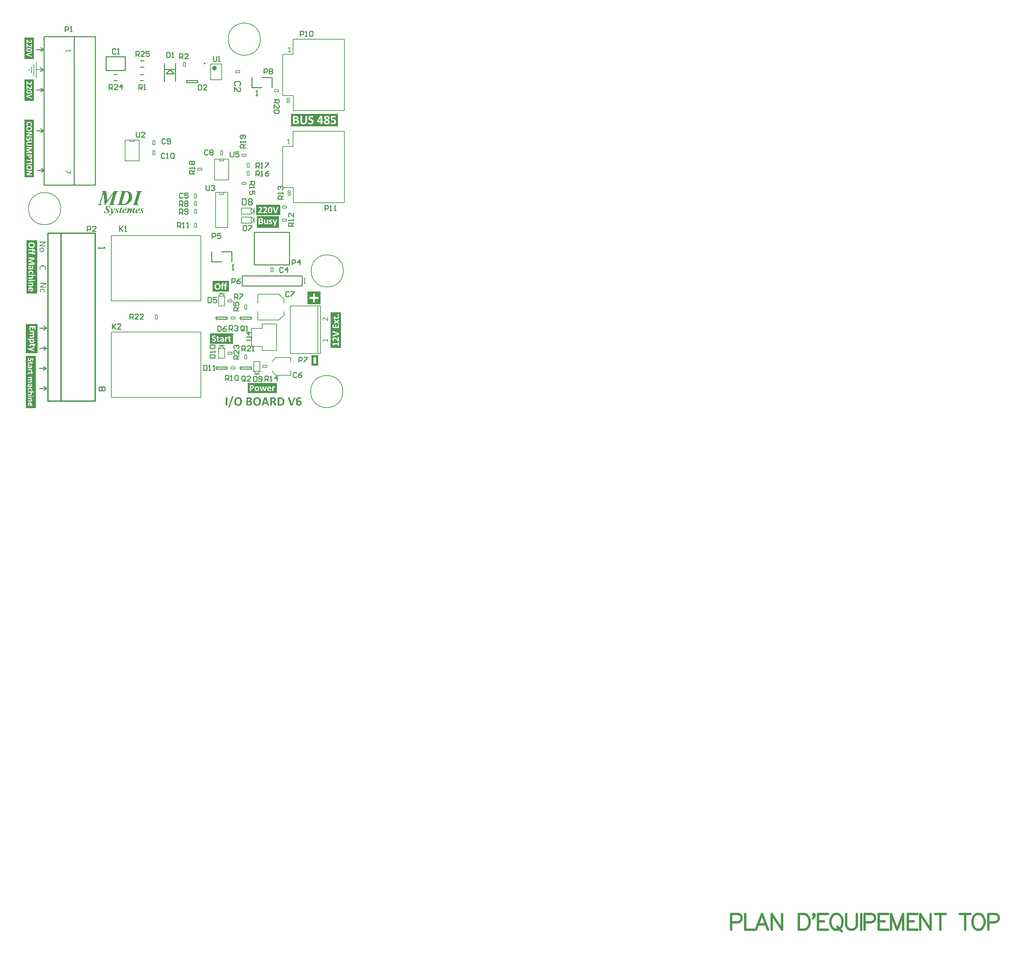
<source format=gto>
G04*
G04 #@! TF.GenerationSoftware,Altium Limited,Altium Designer,18.1.6 (161)*
G04*
G04 Layer_Color=65535*
%FSLAX25Y25*%
%MOIN*%
G70*
G01*
G75*
%ADD10C,0.00787*%
%ADD11C,0.02362*%
%ADD12C,0.00984*%
%ADD13C,0.00591*%
%ADD14C,0.01000*%
%ADD15C,0.00787*%
%ADD16C,0.00500*%
%ADD17C,0.01180*%
%ADD18C,0.00790*%
%ADD19C,0.00782*%
G36*
X265693Y270114D02*
X265743Y270110D01*
X265752D01*
X265779Y270105D01*
X265811Y270096D01*
X265838Y270087D01*
X265843Y270082D01*
X265856Y270078D01*
X265875Y270064D01*
X265888Y270051D01*
X265893Y270046D01*
X265897Y270037D01*
X265902Y270023D01*
Y270005D01*
Y265541D01*
X266835D01*
X266853Y265532D01*
X266876Y265523D01*
X266880Y265519D01*
X266894Y265510D01*
X266908Y265491D01*
X266921Y265469D01*
X266926Y265464D01*
X266930Y265446D01*
X266939Y265419D01*
X266948Y265387D01*
X266953Y265378D01*
X266957Y265355D01*
X266962Y265314D01*
Y265264D01*
Y265259D01*
Y265250D01*
Y265237D01*
Y265223D01*
X266957Y265177D01*
X266948Y265137D01*
Y265127D01*
X266939Y265109D01*
X266930Y265082D01*
X266917Y265055D01*
X266912Y265050D01*
X266903Y265041D01*
X266889Y265027D01*
X266871Y265014D01*
X266866D01*
X266853Y265009D01*
X266835Y265005D01*
X266816Y265000D01*
X264146D01*
X264127Y265005D01*
X264109Y265014D01*
X264105Y265018D01*
X264096Y265023D01*
X264082Y265036D01*
X264064Y265055D01*
X264059Y265059D01*
X264055Y265077D01*
X264041Y265105D01*
X264032Y265137D01*
Y265141D01*
Y265146D01*
X264027Y265173D01*
X264023Y265214D01*
Y265264D01*
Y265268D01*
Y265278D01*
Y265291D01*
Y265305D01*
X264027Y265346D01*
X264032Y265387D01*
Y265391D01*
X264036Y265396D01*
X264041Y265414D01*
X264050Y265441D01*
X264059Y265469D01*
X264064Y265473D01*
X264073Y265491D01*
X264087Y265505D01*
X264105Y265523D01*
X264109Y265528D01*
X264123Y265532D01*
X264141Y265537D01*
X264164Y265541D01*
X265224D01*
Y269409D01*
X264237Y268822D01*
X264232D01*
X264223Y268817D01*
X264196Y268799D01*
X264155Y268786D01*
X264118Y268772D01*
X264091D01*
X264068Y268776D01*
X264046Y268790D01*
X264041Y268795D01*
X264032Y268813D01*
X264018Y268840D01*
X264009Y268877D01*
Y268881D01*
Y268886D01*
X264005Y268899D01*
Y268917D01*
X264000Y268963D01*
Y269022D01*
Y269027D01*
Y269036D01*
Y269063D01*
Y269099D01*
X264005Y269136D01*
Y269141D01*
Y269145D01*
X264009Y269163D01*
X264014Y269191D01*
X264018Y269218D01*
X264023Y269222D01*
X264027Y269236D01*
X264055Y269272D01*
X264059Y269277D01*
X264073Y269286D01*
X264091Y269300D01*
X264114Y269318D01*
X265283Y270069D01*
X265288Y270073D01*
X265297Y270078D01*
X265324Y270087D01*
X265329D01*
X265342Y270091D01*
X265360Y270101D01*
X265383Y270105D01*
X265388D01*
X265406Y270110D01*
X265433Y270114D01*
X265474D01*
X265497Y270119D01*
X265638D01*
X265693Y270114D01*
D02*
G37*
G36*
X266356Y219155D02*
X266393D01*
X266438Y219151D01*
X266484Y219146D01*
X266588Y219137D01*
X266698Y219119D01*
X266811Y219096D01*
X266921Y219064D01*
X266925D01*
X266934Y219060D01*
X266948Y219055D01*
X266966Y219046D01*
X267021Y219028D01*
X267084Y219001D01*
X267157Y218964D01*
X267234Y218919D01*
X267312Y218868D01*
X267385Y218814D01*
X267394Y218805D01*
X267417Y218787D01*
X267448Y218750D01*
X267489Y218709D01*
X267535Y218650D01*
X267580Y218586D01*
X267621Y218514D01*
X267658Y218436D01*
Y218432D01*
X267662Y218427D01*
X267671Y218400D01*
X267685Y218354D01*
X267703Y218300D01*
X267717Y218232D01*
X267730Y218154D01*
X267740Y218068D01*
X267744Y217977D01*
Y217968D01*
Y217945D01*
X267740Y217904D01*
X267735Y217854D01*
X267726Y217795D01*
X267717Y217731D01*
X267699Y217658D01*
X267676Y217590D01*
X267671Y217581D01*
X267662Y217558D01*
X267649Y217522D01*
X267630Y217476D01*
X267603Y217422D01*
X267567Y217362D01*
X267530Y217303D01*
X267485Y217240D01*
X267480Y217231D01*
X267462Y217212D01*
X267435Y217180D01*
X267403Y217140D01*
X267357Y217094D01*
X267303Y217039D01*
X267244Y216985D01*
X267180Y216930D01*
X267171Y216926D01*
X267148Y216908D01*
X267112Y216880D01*
X267062Y216844D01*
X266998Y216803D01*
X266925Y216757D01*
X266848Y216712D01*
X266761Y216662D01*
X266766D01*
X266775Y216657D01*
X266789Y216648D01*
X266807Y216639D01*
X266862Y216612D01*
X266930Y216575D01*
X267003Y216534D01*
X267089Y216484D01*
X267175Y216434D01*
X267257Y216380D01*
X267262D01*
X267266Y216375D01*
X267294Y216352D01*
X267335Y216325D01*
X267385Y216284D01*
X267444Y216239D01*
X267503Y216184D01*
X267562Y216129D01*
X267621Y216066D01*
X267626Y216057D01*
X267644Y216038D01*
X267671Y216002D01*
X267708Y215961D01*
X267744Y215906D01*
X267780Y215847D01*
X267817Y215784D01*
X267849Y215715D01*
X267853Y215706D01*
X267862Y215684D01*
X267871Y215642D01*
X267890Y215593D01*
X267903Y215533D01*
X267913Y215465D01*
X267922Y215388D01*
X267926Y215306D01*
Y215301D01*
Y215292D01*
Y215274D01*
Y215251D01*
X267922Y215219D01*
Y215188D01*
X267913Y215106D01*
X267899Y215015D01*
X267876Y214915D01*
X267849Y214814D01*
X267808Y214714D01*
Y214710D01*
X267803Y214705D01*
X267794Y214692D01*
X267785Y214673D01*
X267758Y214623D01*
X267721Y214564D01*
X267671Y214496D01*
X267612Y214423D01*
X267544Y214350D01*
X267467Y214282D01*
X267462D01*
X267458Y214273D01*
X267444Y214264D01*
X267426Y214255D01*
X267380Y214223D01*
X267316Y214182D01*
X267234Y214137D01*
X267139Y214096D01*
X267034Y214050D01*
X266916Y214014D01*
X266912D01*
X266902Y214009D01*
X266884Y214005D01*
X266857Y214000D01*
X266830Y213995D01*
X266793Y213986D01*
X266748Y213977D01*
X266702Y213973D01*
X266648Y213964D01*
X266593Y213954D01*
X266466Y213941D01*
X266324Y213932D01*
X266170Y213927D01*
X266106D01*
X266070Y213932D01*
X266029D01*
X265983Y213936D01*
X265938D01*
X265829Y213945D01*
X265710Y213964D01*
X265587Y213982D01*
X265469Y214009D01*
X265465D01*
X265456Y214014D01*
X265437Y214018D01*
X265419Y214023D01*
X265392Y214032D01*
X265360Y214046D01*
X265287Y214068D01*
X265205Y214105D01*
X265114Y214146D01*
X265028Y214196D01*
X264941Y214250D01*
X264937D01*
X264932Y214259D01*
X264905Y214278D01*
X264869Y214314D01*
X264819Y214359D01*
X264768Y214419D01*
X264714Y214487D01*
X264659Y214564D01*
X264614Y214646D01*
Y214651D01*
X264609Y214655D01*
X264605Y214669D01*
X264596Y214687D01*
X264586Y214710D01*
X264577Y214737D01*
X264559Y214801D01*
X264536Y214883D01*
X264518Y214974D01*
X264505Y215078D01*
X264500Y215188D01*
Y215192D01*
Y215197D01*
Y215210D01*
Y215229D01*
X264505Y215274D01*
X264509Y215333D01*
X264518Y215397D01*
X264532Y215470D01*
X264550Y215547D01*
X264577Y215624D01*
Y215629D01*
X264582Y215633D01*
X264591Y215656D01*
X264609Y215697D01*
X264636Y215747D01*
X264664Y215802D01*
X264705Y215865D01*
X264750Y215929D01*
X264800Y215993D01*
X264809Y216002D01*
X264828Y216020D01*
X264860Y216057D01*
X264900Y216098D01*
X264955Y216148D01*
X265019Y216202D01*
X265087Y216257D01*
X265164Y216311D01*
X265169D01*
X265173Y216316D01*
X265187Y216325D01*
X265201Y216339D01*
X265246Y216366D01*
X265305Y216402D01*
X265378Y216443D01*
X265460Y216493D01*
X265551Y216543D01*
X265651Y216594D01*
X265647D01*
X265642Y216598D01*
X265628Y216607D01*
X265610Y216616D01*
X265569Y216639D01*
X265515Y216671D01*
X265446Y216707D01*
X265378Y216753D01*
X265305Y216798D01*
X265237Y216848D01*
X265228Y216853D01*
X265205Y216871D01*
X265173Y216898D01*
X265132Y216935D01*
X265082Y216980D01*
X265028Y217030D01*
X264978Y217085D01*
X264928Y217144D01*
X264923Y217153D01*
X264910Y217171D01*
X264887Y217203D01*
X264860Y217244D01*
X264828Y217294D01*
X264796Y217353D01*
X264768Y217417D01*
X264741Y217481D01*
X264737Y217490D01*
X264732Y217513D01*
X264723Y217549D01*
X264709Y217599D01*
X264696Y217658D01*
X264686Y217726D01*
X264682Y217799D01*
X264677Y217877D01*
Y217881D01*
Y217890D01*
Y217904D01*
Y217922D01*
X264682Y217972D01*
X264691Y218040D01*
X264700Y218118D01*
X264718Y218200D01*
X264741Y218291D01*
X264773Y218377D01*
Y218382D01*
X264778Y218386D01*
X264782Y218400D01*
X264791Y218418D01*
X264814Y218459D01*
X264846Y218518D01*
X264887Y218582D01*
X264932Y218650D01*
X264991Y218718D01*
X265060Y218782D01*
X265064D01*
X265069Y218791D01*
X265096Y218809D01*
X265137Y218841D01*
X265196Y218882D01*
X265269Y218923D01*
X265351Y218969D01*
X265446Y219014D01*
X265556Y219055D01*
X265560D01*
X265569Y219060D01*
X265587Y219064D01*
X265610Y219073D01*
X265637Y219078D01*
X265674Y219087D01*
X265710Y219096D01*
X265756Y219110D01*
X265806Y219119D01*
X265860Y219128D01*
X265979Y219142D01*
X266111Y219155D01*
X266256Y219160D01*
X266320D01*
X266356Y219155D01*
D02*
G37*
G36*
X266693Y361614D02*
X266743Y361610D01*
X266752D01*
X266779Y361605D01*
X266811Y361596D01*
X266838Y361587D01*
X266843Y361582D01*
X266856Y361578D01*
X266875Y361564D01*
X266888Y361550D01*
X266893Y361546D01*
X266897Y361537D01*
X266902Y361523D01*
Y361505D01*
Y357041D01*
X267835D01*
X267853Y357032D01*
X267876Y357023D01*
X267880Y357019D01*
X267894Y357010D01*
X267908Y356991D01*
X267921Y356969D01*
X267926Y356964D01*
X267930Y356946D01*
X267939Y356919D01*
X267948Y356887D01*
X267953Y356878D01*
X267957Y356855D01*
X267962Y356814D01*
Y356764D01*
Y356759D01*
Y356750D01*
Y356737D01*
Y356723D01*
X267957Y356677D01*
X267948Y356637D01*
Y356627D01*
X267939Y356609D01*
X267930Y356582D01*
X267917Y356555D01*
X267912Y356550D01*
X267903Y356541D01*
X267889Y356527D01*
X267871Y356514D01*
X267866D01*
X267853Y356509D01*
X267835Y356505D01*
X267816Y356500D01*
X265146D01*
X265127Y356505D01*
X265109Y356514D01*
X265105Y356518D01*
X265096Y356523D01*
X265082Y356536D01*
X265064Y356555D01*
X265059Y356559D01*
X265055Y356577D01*
X265041Y356605D01*
X265032Y356637D01*
Y356641D01*
Y356646D01*
X265027Y356673D01*
X265023Y356714D01*
Y356764D01*
Y356768D01*
Y356778D01*
Y356791D01*
Y356805D01*
X265027Y356846D01*
X265032Y356887D01*
Y356891D01*
X265036Y356896D01*
X265041Y356914D01*
X265050Y356941D01*
X265059Y356969D01*
X265064Y356973D01*
X265073Y356991D01*
X265087Y357005D01*
X265105Y357023D01*
X265109Y357028D01*
X265123Y357032D01*
X265141Y357037D01*
X265164Y357041D01*
X266224D01*
Y360909D01*
X265237Y360322D01*
X265232D01*
X265223Y360317D01*
X265196Y360299D01*
X265155Y360286D01*
X265118Y360272D01*
X265091D01*
X265068Y360277D01*
X265045Y360290D01*
X265041Y360295D01*
X265032Y360313D01*
X265018Y360340D01*
X265009Y360377D01*
Y360381D01*
Y360386D01*
X265005Y360399D01*
Y360418D01*
X265000Y360463D01*
Y360522D01*
Y360527D01*
Y360536D01*
Y360563D01*
Y360599D01*
X265005Y360636D01*
Y360641D01*
Y360645D01*
X265009Y360663D01*
X265014Y360690D01*
X265018Y360718D01*
X265023Y360722D01*
X265027Y360736D01*
X265055Y360772D01*
X265059Y360777D01*
X265073Y360786D01*
X265091Y360800D01*
X265114Y360818D01*
X266283Y361569D01*
X266288Y361573D01*
X266297Y361578D01*
X266324Y361587D01*
X266329D01*
X266342Y361591D01*
X266360Y361601D01*
X266383Y361605D01*
X266388D01*
X266406Y361610D01*
X266433Y361614D01*
X266474D01*
X266497Y361619D01*
X266638D01*
X266693Y361614D01*
D02*
G37*
G36*
X265356Y311155D02*
X265393D01*
X265438Y311151D01*
X265484Y311146D01*
X265588Y311137D01*
X265698Y311119D01*
X265811Y311096D01*
X265921Y311064D01*
X265925D01*
X265934Y311060D01*
X265948Y311055D01*
X265966Y311046D01*
X266021Y311028D01*
X266084Y311000D01*
X266157Y310964D01*
X266234Y310919D01*
X266312Y310869D01*
X266385Y310814D01*
X266394Y310805D01*
X266417Y310787D01*
X266448Y310750D01*
X266489Y310709D01*
X266535Y310650D01*
X266580Y310586D01*
X266621Y310514D01*
X266658Y310436D01*
Y310432D01*
X266662Y310427D01*
X266671Y310400D01*
X266685Y310354D01*
X266703Y310300D01*
X266717Y310231D01*
X266730Y310154D01*
X266740Y310068D01*
X266744Y309977D01*
Y309968D01*
Y309945D01*
X266740Y309904D01*
X266735Y309854D01*
X266726Y309795D01*
X266717Y309731D01*
X266699Y309658D01*
X266676Y309590D01*
X266671Y309581D01*
X266662Y309558D01*
X266649Y309522D01*
X266630Y309476D01*
X266603Y309422D01*
X266567Y309362D01*
X266530Y309303D01*
X266485Y309240D01*
X266480Y309230D01*
X266462Y309212D01*
X266435Y309180D01*
X266403Y309139D01*
X266357Y309094D01*
X266303Y309039D01*
X266244Y308985D01*
X266180Y308930D01*
X266171Y308926D01*
X266148Y308908D01*
X266112Y308880D01*
X266062Y308844D01*
X265998Y308803D01*
X265925Y308757D01*
X265848Y308712D01*
X265761Y308662D01*
X265766D01*
X265775Y308657D01*
X265789Y308648D01*
X265807Y308639D01*
X265862Y308612D01*
X265930Y308575D01*
X266002Y308534D01*
X266089Y308484D01*
X266175Y308434D01*
X266257Y308380D01*
X266262D01*
X266266Y308375D01*
X266294Y308352D01*
X266335Y308325D01*
X266385Y308284D01*
X266444Y308239D01*
X266503Y308184D01*
X266562Y308129D01*
X266621Y308066D01*
X266626Y308057D01*
X266644Y308038D01*
X266671Y308002D01*
X266708Y307961D01*
X266744Y307906D01*
X266780Y307847D01*
X266817Y307784D01*
X266849Y307715D01*
X266853Y307706D01*
X266862Y307683D01*
X266872Y307643D01*
X266890Y307593D01*
X266903Y307533D01*
X266913Y307465D01*
X266922Y307388D01*
X266926Y307306D01*
Y307301D01*
Y307292D01*
Y307274D01*
Y307251D01*
X266922Y307219D01*
Y307188D01*
X266913Y307106D01*
X266899Y307015D01*
X266876Y306915D01*
X266849Y306814D01*
X266808Y306714D01*
Y306710D01*
X266803Y306705D01*
X266794Y306692D01*
X266785Y306673D01*
X266758Y306623D01*
X266721Y306564D01*
X266671Y306496D01*
X266612Y306423D01*
X266544Y306350D01*
X266467Y306282D01*
X266462D01*
X266458Y306273D01*
X266444Y306264D01*
X266426Y306255D01*
X266380Y306223D01*
X266316Y306182D01*
X266234Y306136D01*
X266139Y306096D01*
X266034Y306050D01*
X265916Y306014D01*
X265912D01*
X265902Y306009D01*
X265884Y306005D01*
X265857Y306000D01*
X265830Y305995D01*
X265793Y305986D01*
X265748Y305977D01*
X265702Y305973D01*
X265648Y305964D01*
X265593Y305955D01*
X265466Y305941D01*
X265324Y305932D01*
X265170Y305927D01*
X265106D01*
X265070Y305932D01*
X265029D01*
X264983Y305936D01*
X264938D01*
X264829Y305945D01*
X264710Y305964D01*
X264587Y305982D01*
X264469Y306009D01*
X264465D01*
X264456Y306014D01*
X264437Y306018D01*
X264419Y306023D01*
X264392Y306032D01*
X264360Y306046D01*
X264287Y306068D01*
X264205Y306105D01*
X264114Y306146D01*
X264028Y306196D01*
X263941Y306250D01*
X263937D01*
X263932Y306259D01*
X263905Y306278D01*
X263869Y306314D01*
X263819Y306360D01*
X263768Y306419D01*
X263714Y306487D01*
X263659Y306564D01*
X263614Y306646D01*
Y306651D01*
X263609Y306655D01*
X263605Y306669D01*
X263596Y306687D01*
X263586Y306710D01*
X263577Y306737D01*
X263559Y306801D01*
X263536Y306883D01*
X263518Y306974D01*
X263505Y307078D01*
X263500Y307188D01*
Y307192D01*
Y307197D01*
Y307210D01*
Y307228D01*
X263505Y307274D01*
X263509Y307333D01*
X263518Y307397D01*
X263532Y307470D01*
X263550Y307547D01*
X263577Y307624D01*
Y307629D01*
X263582Y307633D01*
X263591Y307656D01*
X263609Y307697D01*
X263636Y307747D01*
X263664Y307802D01*
X263705Y307866D01*
X263750Y307929D01*
X263800Y307993D01*
X263809Y308002D01*
X263828Y308020D01*
X263860Y308057D01*
X263900Y308098D01*
X263955Y308148D01*
X264019Y308202D01*
X264087Y308257D01*
X264164Y308311D01*
X264169D01*
X264173Y308316D01*
X264187Y308325D01*
X264201Y308339D01*
X264246Y308366D01*
X264305Y308402D01*
X264378Y308443D01*
X264460Y308493D01*
X264551Y308543D01*
X264651Y308594D01*
X264647D01*
X264642Y308598D01*
X264628Y308607D01*
X264610Y308616D01*
X264569Y308639D01*
X264515Y308671D01*
X264446Y308707D01*
X264378Y308753D01*
X264305Y308798D01*
X264237Y308848D01*
X264228Y308853D01*
X264205Y308871D01*
X264173Y308898D01*
X264132Y308935D01*
X264082Y308980D01*
X264028Y309030D01*
X263978Y309085D01*
X263928Y309144D01*
X263923Y309153D01*
X263910Y309171D01*
X263887Y309203D01*
X263860Y309244D01*
X263828Y309294D01*
X263796Y309353D01*
X263768Y309417D01*
X263741Y309481D01*
X263737Y309490D01*
X263732Y309513D01*
X263723Y309549D01*
X263709Y309599D01*
X263696Y309658D01*
X263686Y309727D01*
X263682Y309799D01*
X263677Y309877D01*
Y309881D01*
Y309890D01*
Y309904D01*
Y309922D01*
X263682Y309972D01*
X263691Y310040D01*
X263700Y310118D01*
X263718Y310200D01*
X263741Y310291D01*
X263773Y310377D01*
Y310382D01*
X263778Y310386D01*
X263782Y310400D01*
X263791Y310418D01*
X263814Y310459D01*
X263846Y310518D01*
X263887Y310582D01*
X263932Y310650D01*
X263991Y310718D01*
X264060Y310782D01*
X264064D01*
X264069Y310791D01*
X264096Y310809D01*
X264137Y310841D01*
X264196Y310882D01*
X264269Y310923D01*
X264351Y310969D01*
X264446Y311014D01*
X264556Y311055D01*
X264560D01*
X264569Y311060D01*
X264587Y311064D01*
X264610Y311073D01*
X264637Y311078D01*
X264674Y311087D01*
X264710Y311096D01*
X264756Y311110D01*
X264806Y311119D01*
X264860Y311128D01*
X264979Y311141D01*
X265111Y311155D01*
X265256Y311160D01*
X265320D01*
X265356Y311155D01*
D02*
G37*
G36*
X48053Y359547D02*
X48058D01*
X48063D01*
X48081Y359542D01*
X48108Y359538D01*
X48135Y359533D01*
X48140Y359529D01*
X48153Y359524D01*
X48190Y359497D01*
X48194Y359492D01*
X48204Y359479D01*
X48217Y359460D01*
X48235Y359438D01*
X48986Y358268D01*
X48991Y358264D01*
X48995Y358255D01*
X49004Y358227D01*
Y358223D01*
X49009Y358209D01*
X49018Y358191D01*
X49022Y358168D01*
Y358164D01*
X49027Y358145D01*
X49032Y358118D01*
Y358077D01*
X49036Y358054D01*
Y357913D01*
X49032Y357859D01*
X49027Y357809D01*
Y357800D01*
X49022Y357772D01*
X49013Y357740D01*
X49004Y357713D01*
X49000Y357709D01*
X48995Y357695D01*
X48982Y357677D01*
X48968Y357663D01*
X48963Y357659D01*
X48954Y357654D01*
X48941Y357649D01*
X48922D01*
X44459D01*
Y356717D01*
X44450Y356698D01*
X44441Y356676D01*
X44436Y356671D01*
X44427Y356658D01*
X44409Y356644D01*
X44386Y356630D01*
X44381Y356626D01*
X44363Y356621D01*
X44336Y356612D01*
X44304Y356603D01*
X44295Y356598D01*
X44272Y356594D01*
X44231Y356589D01*
X44181D01*
X44177D01*
X44168D01*
X44154D01*
X44140D01*
X44095Y356594D01*
X44054Y356603D01*
X44045D01*
X44027Y356612D01*
X43999Y356621D01*
X43972Y356635D01*
X43968Y356639D01*
X43958Y356648D01*
X43945Y356662D01*
X43931Y356680D01*
Y356685D01*
X43927Y356698D01*
X43922Y356717D01*
X43917Y356735D01*
Y359406D01*
X43922Y359424D01*
X43931Y359442D01*
X43936Y359447D01*
X43940Y359456D01*
X43954Y359470D01*
X43972Y359488D01*
X43977Y359492D01*
X43995Y359497D01*
X44022Y359510D01*
X44054Y359520D01*
X44058D01*
X44063D01*
X44090Y359524D01*
X44131Y359529D01*
X44181D01*
X44186D01*
X44195D01*
X44209D01*
X44222D01*
X44263Y359524D01*
X44304Y359520D01*
X44309D01*
X44313Y359515D01*
X44331Y359510D01*
X44359Y359501D01*
X44386Y359492D01*
X44391Y359488D01*
X44409Y359479D01*
X44423Y359465D01*
X44441Y359447D01*
X44445Y359442D01*
X44450Y359429D01*
X44454Y359410D01*
X44459Y359388D01*
Y358327D01*
X48326D01*
X47739Y359315D01*
Y359319D01*
X47735Y359328D01*
X47717Y359356D01*
X47703Y359397D01*
X47689Y359433D01*
Y359460D01*
X47694Y359483D01*
X47708Y359506D01*
X47712Y359510D01*
X47730Y359520D01*
X47758Y359533D01*
X47794Y359542D01*
X47799D01*
X47803D01*
X47817Y359547D01*
X47835D01*
X47881Y359551D01*
X47940D01*
X47944D01*
X47953D01*
X47981D01*
X48017D01*
X48053Y359547D01*
D02*
G37*
G36*
X48695Y239047D02*
X48736Y239042D01*
X48741D01*
X48745D01*
X48768Y239033D01*
X48800Y239029D01*
X48827Y239015D01*
X48836Y239010D01*
X48850Y239001D01*
X48868Y238988D01*
X48886Y238969D01*
X48891Y238965D01*
X48895Y238951D01*
X48900Y238929D01*
X48904Y238906D01*
Y235907D01*
X48900Y235876D01*
X48891Y235844D01*
X48886Y235835D01*
X48882Y235821D01*
X48863Y235803D01*
X48841Y235785D01*
X48836Y235780D01*
X48818Y235771D01*
X48791Y235757D01*
X48754Y235748D01*
X48750D01*
X48745Y235743D01*
X48731D01*
X48718Y235739D01*
X48672Y235734D01*
X48613D01*
X48609D01*
X48599D01*
X48586D01*
X48568D01*
X48527Y235739D01*
X48481Y235743D01*
X48477D01*
X48472D01*
X48449Y235748D01*
X48413Y235753D01*
X48372Y235757D01*
X48363D01*
X48340Y235762D01*
X48308Y235771D01*
X48272Y235785D01*
X48263Y235789D01*
X48240Y235798D01*
X48208Y235807D01*
X48167Y235825D01*
X43945Y237659D01*
X43936Y237664D01*
X43918Y237673D01*
X43895Y237686D01*
X43867Y237709D01*
X43863Y237714D01*
X43854Y237727D01*
X43836Y237750D01*
X43822Y237782D01*
Y237791D01*
X43813Y237814D01*
X43808Y237850D01*
X43804Y237900D01*
Y237914D01*
X43799Y237928D01*
Y237973D01*
X43795Y238000D01*
Y238151D01*
X43799Y238219D01*
X43804Y238251D01*
X43808Y238282D01*
Y238296D01*
X43817Y238323D01*
X43826Y238355D01*
X43840Y238387D01*
X43845Y238392D01*
X43858Y238401D01*
X43877Y238414D01*
X43904Y238419D01*
X43908D01*
X43931Y238414D01*
X43959Y238405D01*
X43995Y238392D01*
X48313Y236462D01*
Y238919D01*
X48322Y238947D01*
X48331Y238965D01*
X48345Y238983D01*
X48363Y239001D01*
X48390Y239015D01*
X48395D01*
X48404Y239019D01*
X48422Y239024D01*
X48445Y239033D01*
X48477Y239038D01*
X48513Y239047D01*
X48559Y239051D01*
X48609D01*
X48613D01*
X48622D01*
X48636D01*
X48654D01*
X48695Y239047D01*
D02*
G37*
G36*
X304323Y71457D02*
X304363Y71448D01*
X304373D01*
X304391Y71439D01*
X304418Y71430D01*
X304445Y71416D01*
X304450Y71412D01*
X304459Y71403D01*
X304473Y71389D01*
X304486Y71371D01*
Y71367D01*
X304491Y71353D01*
X304495Y71335D01*
X304500Y71316D01*
Y68646D01*
X304495Y68627D01*
X304486Y68609D01*
X304482Y68605D01*
X304477Y68596D01*
X304464Y68582D01*
X304445Y68564D01*
X304441Y68559D01*
X304423Y68555D01*
X304395Y68541D01*
X304363Y68532D01*
X304359D01*
X304354D01*
X304327Y68527D01*
X304286Y68523D01*
X304236D01*
X304232D01*
X304222D01*
X304209D01*
X304195D01*
X304154Y68527D01*
X304113Y68532D01*
X304109D01*
X304104Y68536D01*
X304086Y68541D01*
X304059Y68550D01*
X304031Y68559D01*
X304027Y68564D01*
X304009Y68573D01*
X303995Y68586D01*
X303977Y68605D01*
X303972Y68609D01*
X303968Y68623D01*
X303963Y68641D01*
X303959Y68664D01*
Y69724D01*
X300091D01*
X300678Y68737D01*
Y68732D01*
X300682Y68723D01*
X300701Y68696D01*
X300714Y68655D01*
X300728Y68618D01*
Y68591D01*
X300724Y68568D01*
X300710Y68546D01*
X300705Y68541D01*
X300687Y68532D01*
X300660Y68518D01*
X300623Y68509D01*
X300619D01*
X300614D01*
X300601Y68505D01*
X300583D01*
X300537Y68500D01*
X300478D01*
X300473D01*
X300464D01*
X300437D01*
X300400D01*
X300364Y68505D01*
X300360D01*
X300355D01*
X300337Y68509D01*
X300309Y68514D01*
X300282Y68518D01*
X300278Y68523D01*
X300264Y68527D01*
X300228Y68555D01*
X300223Y68559D01*
X300214Y68573D01*
X300200Y68591D01*
X300182Y68614D01*
X299431Y69783D01*
X299427Y69788D01*
X299422Y69797D01*
X299413Y69824D01*
Y69829D01*
X299409Y69842D01*
X299399Y69861D01*
X299395Y69883D01*
Y69888D01*
X299390Y69906D01*
X299386Y69933D01*
Y69974D01*
X299381Y69997D01*
Y70138D01*
X299386Y70193D01*
X299390Y70243D01*
Y70252D01*
X299395Y70279D01*
X299404Y70311D01*
X299413Y70338D01*
X299418Y70343D01*
X299422Y70356D01*
X299436Y70375D01*
X299449Y70388D01*
X299454Y70393D01*
X299463Y70397D01*
X299477Y70402D01*
X299495D01*
X303959D01*
Y71335D01*
X303968Y71353D01*
X303977Y71376D01*
X303981Y71380D01*
X303990Y71394D01*
X304009Y71407D01*
X304031Y71421D01*
X304036Y71426D01*
X304054Y71430D01*
X304081Y71439D01*
X304113Y71448D01*
X304122Y71453D01*
X304145Y71457D01*
X304186Y71462D01*
X304236D01*
X304241D01*
X304250D01*
X304263D01*
X304277D01*
X304323Y71457D01*
D02*
G37*
G36*
X304295Y92680D02*
X304336Y92671D01*
X304341D01*
X304345D01*
X304368Y92667D01*
X304400Y92658D01*
X304432Y92644D01*
X304436Y92639D01*
X304450Y92630D01*
X304468Y92617D01*
X304486Y92594D01*
Y92589D01*
X304491Y92576D01*
X304495Y92558D01*
X304500Y92535D01*
Y89691D01*
X304495Y89659D01*
X304486Y89627D01*
X304482Y89623D01*
X304477Y89605D01*
X304464Y89577D01*
X304445Y89555D01*
X304441Y89550D01*
X304423Y89541D01*
X304395Y89527D01*
X304354Y89514D01*
X304350D01*
X304345D01*
X304332Y89509D01*
X304313D01*
X304268Y89504D01*
X304209Y89500D01*
X304204D01*
X304195D01*
X304182D01*
X304159D01*
X304118D01*
X304072Y89504D01*
X304068D01*
X304063D01*
X304036Y89509D01*
X304004Y89518D01*
X303968Y89527D01*
X303959Y89532D01*
X303940Y89541D01*
X303908Y89559D01*
X303877Y89577D01*
X303868Y89582D01*
X303849Y89600D01*
X303818Y89627D01*
X303781Y89659D01*
X302735Y90678D01*
X302730Y90683D01*
X302716Y90692D01*
X302698Y90710D01*
X302671Y90738D01*
X302639Y90765D01*
X302603Y90801D01*
X302562Y90838D01*
X302516Y90879D01*
X302416Y90970D01*
X302307Y91065D01*
X302193Y91156D01*
X302084Y91243D01*
X302079Y91247D01*
X302070Y91252D01*
X302057Y91265D01*
X302034Y91279D01*
X302011Y91297D01*
X301979Y91315D01*
X301911Y91365D01*
X301829Y91416D01*
X301743Y91470D01*
X301656Y91525D01*
X301565Y91570D01*
X301561D01*
X301556Y91575D01*
X301542Y91579D01*
X301524Y91588D01*
X301479Y91607D01*
X301424Y91634D01*
X301356Y91657D01*
X301283Y91684D01*
X301210Y91702D01*
X301138Y91720D01*
X301133D01*
X301129D01*
X301106Y91725D01*
X301065Y91734D01*
X301019Y91743D01*
X300965Y91748D01*
X300901Y91757D01*
X300774Y91761D01*
X300764D01*
X300746D01*
X300714Y91757D01*
X300669Y91752D01*
X300623Y91748D01*
X300569Y91739D01*
X300510Y91720D01*
X300455Y91702D01*
X300446Y91698D01*
X300428Y91693D01*
X300400Y91679D01*
X300364Y91661D01*
X300323Y91638D01*
X300278Y91611D01*
X300232Y91575D01*
X300187Y91538D01*
X300182Y91534D01*
X300168Y91520D01*
X300146Y91497D01*
X300123Y91466D01*
X300091Y91425D01*
X300064Y91379D01*
X300032Y91325D01*
X300005Y91265D01*
X300000Y91256D01*
X299995Y91238D01*
X299982Y91206D01*
X299968Y91161D01*
X299959Y91106D01*
X299945Y91042D01*
X299941Y90974D01*
X299936Y90897D01*
Y90856D01*
X299941Y90806D01*
X299945Y90747D01*
X299955Y90678D01*
X299964Y90601D01*
X299982Y90528D01*
X300005Y90451D01*
X300009Y90442D01*
X300018Y90419D01*
X300032Y90383D01*
X300050Y90333D01*
X300068Y90283D01*
X300096Y90223D01*
X300150Y90105D01*
X300155Y90101D01*
X300164Y90082D01*
X300178Y90055D01*
X300196Y90019D01*
X300218Y89982D01*
X300246Y89941D01*
X300296Y89859D01*
X300300Y89855D01*
X300305Y89841D01*
X300314Y89823D01*
X300328Y89805D01*
X300350Y89755D01*
X300355Y89732D01*
X300360Y89709D01*
Y89691D01*
X300355Y89677D01*
X300346Y89659D01*
X300341Y89655D01*
X300332Y89646D01*
X300319Y89636D01*
X300296Y89623D01*
X300291D01*
X300269Y89614D01*
X300241Y89609D01*
X300200Y89600D01*
X300196D01*
X300191D01*
X300178D01*
X300159D01*
X300114Y89596D01*
X300059D01*
X300055D01*
X300050D01*
X300023D01*
X299991D01*
X299959D01*
X299950D01*
X299932Y89600D01*
X299909Y89605D01*
X299882Y89609D01*
X299877Y89614D01*
X299864Y89618D01*
X299845Y89627D01*
X299823Y89636D01*
X299818Y89641D01*
X299804Y89650D01*
X299782Y89668D01*
X299754Y89696D01*
Y89700D01*
X299745Y89705D01*
X299736Y89718D01*
X299727Y89737D01*
X299709Y89759D01*
X299691Y89787D01*
X299668Y89819D01*
X299645Y89859D01*
X299641Y89864D01*
X299632Y89882D01*
X299618Y89905D01*
X299600Y89941D01*
X299577Y89982D01*
X299554Y90032D01*
X299531Y90087D01*
X299504Y90151D01*
X299500Y90160D01*
X299490Y90183D01*
X299481Y90219D01*
X299463Y90264D01*
X299445Y90324D01*
X299427Y90387D01*
X299409Y90460D01*
X299390Y90537D01*
Y90542D01*
X299386Y90547D01*
X299381Y90574D01*
X299372Y90615D01*
X299363Y90669D01*
X299354Y90738D01*
X299349Y90810D01*
X299340Y90892D01*
Y91042D01*
X299345Y91074D01*
Y91111D01*
X299349Y91152D01*
X299354Y91202D01*
X299368Y91302D01*
X299386Y91411D01*
X299409Y91520D01*
X299445Y91625D01*
Y91629D01*
X299449Y91638D01*
X299454Y91652D01*
X299463Y91670D01*
X299486Y91720D01*
X299518Y91789D01*
X299559Y91857D01*
X299609Y91934D01*
X299668Y92012D01*
X299732Y92084D01*
X299741Y92093D01*
X299763Y92116D01*
X299800Y92148D01*
X299854Y92189D01*
X299914Y92235D01*
X299986Y92280D01*
X300068Y92326D01*
X300155Y92362D01*
X300159D01*
X300164Y92366D01*
X300178Y92371D01*
X300196Y92376D01*
X300246Y92389D01*
X300305Y92407D01*
X300382Y92426D01*
X300469Y92439D01*
X300564Y92448D01*
X300664Y92453D01*
X300669D01*
X300674D01*
X300687D01*
X300705D01*
X300755D01*
X300815Y92448D01*
X300887Y92444D01*
X300969Y92435D01*
X301056Y92421D01*
X301147Y92407D01*
X301151D01*
X301156D01*
X301169Y92403D01*
X301188Y92398D01*
X301238Y92389D01*
X301301Y92371D01*
X301379Y92344D01*
X301470Y92312D01*
X301565Y92276D01*
X301670Y92225D01*
X301674D01*
X301684Y92221D01*
X301697Y92212D01*
X301720Y92198D01*
X301747Y92185D01*
X301779Y92166D01*
X301816Y92148D01*
X301852Y92121D01*
X301947Y92066D01*
X302052Y91993D01*
X302170Y91916D01*
X302298Y91821D01*
X302302Y91816D01*
X302311Y91807D01*
X302334Y91793D01*
X302357Y91770D01*
X302389Y91748D01*
X302430Y91716D01*
X302475Y91675D01*
X302525Y91634D01*
X302580Y91588D01*
X302639Y91534D01*
X302707Y91479D01*
X302776Y91416D01*
X302926Y91279D01*
X303089Y91124D01*
X303927Y90319D01*
Y92549D01*
X303936Y92567D01*
X303945Y92589D01*
X303949Y92594D01*
X303959Y92608D01*
X303977Y92626D01*
X303999Y92639D01*
X304004Y92644D01*
X304022Y92653D01*
X304054Y92662D01*
X304090Y92671D01*
X304100Y92676D01*
X304122Y92680D01*
X304163Y92685D01*
X304213D01*
X304218D01*
X304222D01*
X304254D01*
X304295Y92680D01*
D02*
G37*
G36*
X21096Y144494D02*
X21167D01*
X21243Y144489D01*
X21331Y144484D01*
X21423Y144478D01*
X21527Y144467D01*
X21636Y144451D01*
X21860Y144418D01*
X22095Y144374D01*
X22324Y144309D01*
X22330D01*
X22352Y144298D01*
X22384Y144287D01*
X22423Y144271D01*
X22477Y144254D01*
X22532Y144227D01*
X22603Y144200D01*
X22674Y144167D01*
X22832Y144085D01*
X23001Y143992D01*
X23171Y143883D01*
X23329Y143757D01*
X23334Y143752D01*
X23345Y143741D01*
X23367Y143719D01*
X23400Y143692D01*
X23433Y143659D01*
X23471Y143621D01*
X23515Y143572D01*
X23564Y143517D01*
X23613Y143457D01*
X23667Y143397D01*
X23771Y143250D01*
X23875Y143086D01*
X23962Y142911D01*
Y142906D01*
X23973Y142889D01*
X23984Y142862D01*
X23995Y142824D01*
X24012Y142780D01*
X24033Y142726D01*
X24050Y142660D01*
X24071Y142589D01*
X24093Y142513D01*
X24110Y142431D01*
X24132Y142338D01*
X24148Y142245D01*
X24170Y142037D01*
X24181Y141819D01*
Y141721D01*
X24175Y141655D01*
X24170Y141573D01*
X24159Y141491D01*
X24126Y141306D01*
Y141295D01*
X24115Y141262D01*
X24104Y141213D01*
X24093Y141153D01*
X24071Y141082D01*
X24055Y141006D01*
X24001Y140842D01*
X23995Y140831D01*
X23990Y140804D01*
X23973Y140765D01*
X23951Y140716D01*
X23924Y140656D01*
X23897Y140591D01*
X23826Y140465D01*
X23820Y140460D01*
X23809Y140438D01*
X23793Y140410D01*
X23771Y140372D01*
X23717Y140301D01*
X23689Y140263D01*
X23662Y140236D01*
Y140230D01*
X23651Y140225D01*
X23629Y140203D01*
X23596Y140176D01*
X23564Y140154D01*
X23558Y140148D01*
X23542Y140143D01*
X23520Y140132D01*
X23487Y140121D01*
X23482D01*
X23460Y140116D01*
X23427Y140110D01*
X23384Y140105D01*
X23373D01*
X23345Y140099D01*
X23296Y140094D01*
X23236D01*
X23231D01*
X23220D01*
X23203D01*
X23181D01*
X23132Y140099D01*
X23078Y140105D01*
X23072D01*
X23067D01*
X23040Y140110D01*
X23001Y140121D01*
X22963Y140138D01*
X22958Y140143D01*
X22941Y140148D01*
X22919Y140165D01*
X22898Y140181D01*
Y140187D01*
X22892Y140198D01*
X22887Y140214D01*
X22881Y140241D01*
Y140252D01*
X22887Y140269D01*
X22892Y140290D01*
X22903Y140318D01*
X22919Y140350D01*
X22941Y140389D01*
X22969Y140432D01*
X22974Y140438D01*
X22985Y140454D01*
X23001Y140476D01*
X23029Y140514D01*
X23061Y140558D01*
X23094Y140607D01*
X23132Y140673D01*
X23171Y140738D01*
X23176Y140749D01*
X23192Y140771D01*
X23214Y140809D01*
X23242Y140864D01*
X23274Y140929D01*
X23307Y141006D01*
X23345Y141093D01*
X23378Y141191D01*
Y141197D01*
X23384Y141202D01*
X23389Y141218D01*
X23394Y141240D01*
X23405Y141295D01*
X23427Y141371D01*
X23444Y141464D01*
X23455Y141573D01*
X23465Y141699D01*
X23471Y141835D01*
Y141901D01*
X23465Y141939D01*
X23460Y141983D01*
X23449Y142081D01*
X23433Y142196D01*
X23400Y142322D01*
X23362Y142447D01*
X23307Y142578D01*
Y142584D01*
X23302Y142595D01*
X23291Y142611D01*
X23274Y142633D01*
X23236Y142698D01*
X23187Y142775D01*
X23116Y142862D01*
X23034Y142960D01*
X22936Y143059D01*
X22827Y143151D01*
X22821D01*
X22810Y143162D01*
X22794Y143173D01*
X22772Y143190D01*
X22739Y143211D01*
X22701Y143233D01*
X22657Y143255D01*
X22614Y143282D01*
X22499Y143342D01*
X22368Y143403D01*
X22215Y143463D01*
X22051Y143517D01*
X22046D01*
X22029Y143523D01*
X22008Y143528D01*
X21969Y143539D01*
X21931Y143544D01*
X21877Y143555D01*
X21816Y143566D01*
X21751Y143577D01*
X21680Y143594D01*
X21598Y143605D01*
X21516Y143615D01*
X21423Y143621D01*
X21227Y143637D01*
X21014Y143643D01*
X21009D01*
X20987D01*
X20959D01*
X20916D01*
X20866Y143637D01*
X20806D01*
X20741Y143632D01*
X20670Y143626D01*
X20512Y143610D01*
X20337Y143588D01*
X20162Y143561D01*
X19987Y143517D01*
X19982D01*
X19966Y143512D01*
X19944Y143506D01*
X19911Y143495D01*
X19873Y143479D01*
X19829Y143463D01*
X19725Y143424D01*
X19611Y143375D01*
X19485Y143310D01*
X19360Y143239D01*
X19239Y143157D01*
X19234Y143151D01*
X19229Y143146D01*
X19212Y143135D01*
X19190Y143113D01*
X19136Y143064D01*
X19076Y142999D01*
X18999Y142911D01*
X18928Y142818D01*
X18857Y142704D01*
X18792Y142584D01*
Y142578D01*
X18786Y142567D01*
X18775Y142551D01*
X18770Y142524D01*
X18759Y142491D01*
X18743Y142453D01*
X18732Y142409D01*
X18715Y142360D01*
X18688Y142245D01*
X18661Y142109D01*
X18644Y141967D01*
X18639Y141808D01*
Y141748D01*
X18644Y141715D01*
Y141677D01*
X18650Y141590D01*
X18661Y141491D01*
X18677Y141388D01*
X18699Y141279D01*
X18726Y141175D01*
Y141169D01*
X18732Y141164D01*
X18743Y141131D01*
X18759Y141077D01*
X18786Y141016D01*
X18813Y140940D01*
X18846Y140864D01*
X18884Y140787D01*
X18923Y140711D01*
X18928Y140700D01*
X18945Y140678D01*
X18966Y140640D01*
X18994Y140596D01*
X19021Y140547D01*
X19059Y140492D01*
X19092Y140443D01*
X19125Y140394D01*
X19130Y140389D01*
X19141Y140372D01*
X19152Y140350D01*
X19174Y140323D01*
X19201Y140258D01*
X19212Y140225D01*
X19218Y140198D01*
Y140176D01*
X19212Y140159D01*
X19201Y140143D01*
X19196Y140138D01*
X19190Y140127D01*
X19174Y140116D01*
X19147Y140105D01*
X19141Y140099D01*
X19119Y140094D01*
X19086Y140088D01*
X19037Y140083D01*
X19032D01*
X19026D01*
X19010Y140077D01*
X18988D01*
X18934Y140072D01*
X18857D01*
X18852D01*
X18846D01*
X18813D01*
X18770D01*
X18721Y140077D01*
X18710D01*
X18688Y140083D01*
X18655Y140088D01*
X18622Y140099D01*
X18617D01*
X18601Y140105D01*
X18579Y140116D01*
X18552Y140127D01*
X18546Y140132D01*
X18530Y140143D01*
X18502Y140159D01*
X18470Y140192D01*
X18459Y140203D01*
X18448Y140214D01*
X18431Y140236D01*
X18409Y140263D01*
X18388Y140296D01*
X18355Y140340D01*
X18322Y140394D01*
X18317Y140400D01*
X18306Y140421D01*
X18289Y140454D01*
X18262Y140498D01*
X18235Y140547D01*
X18207Y140612D01*
X18169Y140683D01*
X18136Y140765D01*
X18131Y140776D01*
X18120Y140804D01*
X18104Y140853D01*
X18087Y140913D01*
X18060Y140989D01*
X18038Y141077D01*
X18011Y141175D01*
X17989Y141279D01*
Y141289D01*
X17984Y141306D01*
X17978Y141328D01*
X17967Y141388D01*
X17956Y141464D01*
X17945Y141562D01*
X17934Y141666D01*
X17929Y141786D01*
X17924Y141912D01*
Y141972D01*
X17929Y142010D01*
Y142065D01*
X17934Y142125D01*
X17940Y142196D01*
X17951Y142267D01*
X17956Y142349D01*
X17973Y142436D01*
X18006Y142616D01*
X18055Y142802D01*
X18120Y142988D01*
Y142993D01*
X18131Y143009D01*
X18142Y143031D01*
X18158Y143070D01*
X18180Y143108D01*
X18202Y143157D01*
X18235Y143211D01*
X18268Y143266D01*
X18349Y143397D01*
X18448Y143534D01*
X18568Y143670D01*
X18704Y143801D01*
X18710Y143807D01*
X18721Y143817D01*
X18743Y143834D01*
X18775Y143856D01*
X18813Y143883D01*
X18857Y143916D01*
X18912Y143954D01*
X18972Y143992D01*
X19037Y144036D01*
X19108Y144074D01*
X19185Y144118D01*
X19272Y144161D01*
X19458Y144243D01*
X19660Y144320D01*
X19665D01*
X19687Y144325D01*
X19720Y144336D01*
X19758Y144347D01*
X19813Y144363D01*
X19878Y144374D01*
X19955Y144391D01*
X20037Y144407D01*
X20129Y144429D01*
X20228Y144445D01*
X20337Y144456D01*
X20451Y144473D01*
X20572Y144484D01*
X20703Y144494D01*
X20970Y144500D01*
X20981D01*
X21003D01*
X21047D01*
X21096Y144494D01*
D02*
G37*
G36*
X24320Y126995D02*
X24359Y126989D01*
X24402Y126973D01*
X24446Y126956D01*
X24490Y126929D01*
X24522Y126896D01*
X24528Y126891D01*
X24533Y126874D01*
X24550Y126853D01*
X24566Y126825D01*
X24577Y126793D01*
X24593Y126749D01*
X24599Y126705D01*
X24604Y126662D01*
Y126214D01*
X24599Y126181D01*
X24593Y126105D01*
X24577Y126028D01*
Y126023D01*
X24572Y126012D01*
X24566Y125995D01*
X24561Y125968D01*
X24533Y125914D01*
X24500Y125859D01*
Y125853D01*
X24490Y125848D01*
X24462Y125810D01*
X24413Y125766D01*
X24348Y125711D01*
X24342Y125706D01*
X24331Y125700D01*
X24309Y125684D01*
X24282Y125668D01*
X24249Y125646D01*
X24206Y125619D01*
X24162Y125591D01*
X24107Y125564D01*
X21427Y124134D01*
X21416Y124128D01*
X21383Y124112D01*
X21339Y124084D01*
X21274Y124052D01*
X21203Y124013D01*
X21121Y123970D01*
X20946Y123877D01*
X20935Y123871D01*
X20908Y123855D01*
X20864Y123833D01*
X20804Y123800D01*
X20733Y123762D01*
X20657Y123724D01*
X20487Y123642D01*
X20477Y123637D01*
X20449Y123620D01*
X20405Y123598D01*
X20346Y123571D01*
X20280Y123538D01*
X20203Y123500D01*
X20040Y123418D01*
X20029Y123413D01*
X20001Y123396D01*
X19958Y123375D01*
X19903Y123347D01*
X19838Y123314D01*
X19761Y123276D01*
X19603Y123194D01*
Y123189D01*
X19608D01*
X19619D01*
X19641D01*
X19668D01*
X19701D01*
X19739Y123194D01*
X19789D01*
X19838D01*
X19958D01*
X20089Y123200D01*
X20231D01*
X20378D01*
X20384D01*
X20395D01*
X20416D01*
X20449D01*
X20482D01*
X20526D01*
X20575D01*
X20629D01*
X20744D01*
X20875D01*
X21012D01*
X21154D01*
X24462D01*
X24468D01*
X24484D01*
X24500Y123194D01*
X24522Y123184D01*
X24528Y123178D01*
X24539Y123167D01*
X24555Y123145D01*
X24572Y123118D01*
X24577Y123107D01*
X24582Y123085D01*
X24593Y123041D01*
X24604Y122992D01*
Y122976D01*
X24610Y122960D01*
Y122905D01*
X24615Y122872D01*
Y122725D01*
X24610Y122665D01*
X24604Y122599D01*
Y122583D01*
X24599Y122550D01*
X24588Y122512D01*
X24572Y122474D01*
X24566Y122468D01*
X24555Y122446D01*
X24544Y122430D01*
X24522Y122408D01*
X24517Y122403D01*
X24506Y122397D01*
X24484Y122392D01*
X24462Y122386D01*
X18828D01*
X18822D01*
X18811D01*
X18795D01*
X18773Y122392D01*
X18724Y122397D01*
X18669Y122419D01*
X18658Y122424D01*
X18631Y122441D01*
X18598Y122468D01*
X18560Y122506D01*
X18555Y122517D01*
X18538Y122539D01*
X18516Y122577D01*
X18500Y122621D01*
Y122632D01*
X18495Y122659D01*
X18489Y122697D01*
X18484Y122747D01*
Y123058D01*
X18489Y123091D01*
X18495Y123162D01*
X18506Y123238D01*
Y123243D01*
X18511Y123254D01*
X18516Y123271D01*
X18527Y123293D01*
X18555Y123353D01*
X18598Y123418D01*
X18604Y123424D01*
X18609Y123435D01*
X18626Y123451D01*
X18647Y123473D01*
X18675Y123500D01*
X18708Y123527D01*
X18789Y123593D01*
X18795Y123598D01*
X18811Y123609D01*
X18838Y123626D01*
X18871Y123648D01*
X18915Y123669D01*
X18970Y123702D01*
X19030Y123735D01*
X19095Y123768D01*
X22562Y125629D01*
X22568D01*
X22573Y125635D01*
X22590Y125646D01*
X22611Y125657D01*
X22666Y125684D01*
X22737Y125722D01*
X22819Y125766D01*
X22917Y125815D01*
X23021Y125870D01*
X23130Y125924D01*
X23135D01*
X23141Y125930D01*
X23157Y125941D01*
X23179Y125952D01*
X23239Y125979D01*
X23310Y126012D01*
X23398Y126055D01*
X23496Y126099D01*
X23600Y126148D01*
X23703Y126197D01*
Y126208D01*
X23698D01*
X23687D01*
X23671D01*
X23643D01*
X23611Y126203D01*
X23578D01*
X23485D01*
X23381Y126197D01*
X23261D01*
X23135Y126192D01*
X23005D01*
X22999D01*
X22988D01*
X22972D01*
X22944D01*
X22912D01*
X22873D01*
X22786Y126187D01*
X22682D01*
X22562D01*
X22437D01*
X22306D01*
X18620D01*
X18615D01*
X18598D01*
X18576Y126197D01*
X18555Y126208D01*
X18549Y126214D01*
X18538Y126225D01*
X18527Y126247D01*
X18511Y126279D01*
Y126285D01*
X18506Y126312D01*
X18500Y126350D01*
X18489Y126405D01*
Y126416D01*
X18484Y126438D01*
Y126460D01*
X18478Y126520D01*
X18473Y126596D01*
Y126667D01*
X18478Y126733D01*
X18489Y126798D01*
Y126809D01*
X18495Y126842D01*
X18506Y126880D01*
X18511Y126918D01*
X18516Y126924D01*
X18522Y126940D01*
X18538Y126962D01*
X18555Y126984D01*
X18560D01*
X18576Y126989D01*
X18598Y126995D01*
X18620Y127000D01*
X24255D01*
X24266D01*
X24288D01*
X24320Y126995D01*
D02*
G37*
G36*
X20848Y121147D02*
X20908Y121141D01*
X20979D01*
X21055Y121131D01*
X21225Y121114D01*
X21405Y121087D01*
X21585Y121049D01*
X21760Y121000D01*
X21765D01*
X21781Y120994D01*
X21803Y120983D01*
X21836Y120972D01*
X21874Y120956D01*
X21918Y120939D01*
X22022Y120890D01*
X22142Y120830D01*
X22262Y120759D01*
X22388Y120677D01*
X22502Y120584D01*
X22508Y120579D01*
X22513Y120574D01*
X22530Y120557D01*
X22551Y120535D01*
X22601Y120481D01*
X22666Y120404D01*
X22731Y120311D01*
X22803Y120208D01*
X22873Y120088D01*
X22928Y119957D01*
Y119951D01*
X22933Y119940D01*
X22939Y119918D01*
X22950Y119891D01*
X22961Y119858D01*
X22972Y119820D01*
X22988Y119776D01*
X22999Y119722D01*
X23026Y119607D01*
X23048Y119476D01*
X23065Y119329D01*
X23070Y119176D01*
Y119099D01*
X23065Y119050D01*
X23059Y118990D01*
X23054Y118925D01*
X23032Y118783D01*
Y118772D01*
X23026Y118750D01*
X23015Y118712D01*
X23005Y118668D01*
X22988Y118613D01*
X22972Y118553D01*
X22928Y118433D01*
Y118428D01*
X22917Y118406D01*
X22906Y118373D01*
X22890Y118335D01*
X22868Y118291D01*
X22841Y118242D01*
X22786Y118144D01*
X22781Y118138D01*
X22775Y118122D01*
X22759Y118100D01*
X22742Y118073D01*
X22699Y118013D01*
X22671Y117985D01*
X22650Y117964D01*
X22639Y117953D01*
X22617Y117931D01*
X22590Y117909D01*
X22562Y117887D01*
X22557Y117882D01*
X22540Y117876D01*
X22513Y117865D01*
X22480Y117854D01*
X22475Y117849D01*
X22453Y117844D01*
X22420Y117838D01*
X22377Y117833D01*
X22366D01*
X22338Y117827D01*
X22295D01*
X22240D01*
X22235D01*
X22213D01*
X22180D01*
X22136Y117833D01*
X22054Y117844D01*
X22016Y117854D01*
X21983Y117871D01*
X21978D01*
X21973Y117876D01*
X21951Y117898D01*
X21923Y117931D01*
X21918Y117953D01*
X21913Y117975D01*
Y117985D01*
X21918Y118002D01*
X21923Y118024D01*
X21945Y118073D01*
X21962Y118106D01*
X21989Y118138D01*
X21994Y118144D01*
X22000Y118155D01*
X22016Y118171D01*
X22038Y118199D01*
X22065Y118231D01*
X22093Y118270D01*
X22125Y118319D01*
X22158Y118368D01*
X22164Y118373D01*
X22175Y118395D01*
X22191Y118422D01*
X22218Y118466D01*
X22246Y118515D01*
X22273Y118575D01*
X22306Y118641D01*
X22333Y118712D01*
X22338Y118723D01*
X22344Y118745D01*
X22360Y118788D01*
X22377Y118843D01*
X22388Y118914D01*
X22404Y118990D01*
X22409Y119083D01*
X22415Y119181D01*
Y119236D01*
X22409Y119274D01*
X22404Y119323D01*
X22393Y119372D01*
X22377Y119432D01*
X22360Y119498D01*
X22338Y119569D01*
X22311Y119640D01*
X22273Y119711D01*
X22235Y119782D01*
X22185Y119853D01*
X22125Y119918D01*
X22060Y119984D01*
X21983Y120044D01*
X21978Y120049D01*
X21962Y120055D01*
X21940Y120071D01*
X21902Y120088D01*
X21858Y120109D01*
X21803Y120137D01*
X21738Y120164D01*
X21667Y120191D01*
X21579Y120219D01*
X21487Y120246D01*
X21388Y120268D01*
X21274Y120295D01*
X21154Y120311D01*
X21023Y120328D01*
X20881Y120333D01*
X20733Y120339D01*
X20728D01*
X20717D01*
X20695D01*
X20662D01*
X20629D01*
X20586Y120333D01*
X20487Y120328D01*
X20378Y120322D01*
X20258Y120306D01*
X20132Y120290D01*
X20012Y120262D01*
X20007D01*
X20001Y120257D01*
X19985Y120251D01*
X19963Y120246D01*
X19903Y120230D01*
X19832Y120208D01*
X19750Y120175D01*
X19668Y120137D01*
X19581Y120088D01*
X19499Y120038D01*
X19488Y120033D01*
X19466Y120011D01*
X19428Y119978D01*
X19385Y119935D01*
X19330Y119880D01*
X19281Y119815D01*
X19232Y119744D01*
X19188Y119667D01*
X19183Y119656D01*
X19172Y119629D01*
X19155Y119585D01*
X19139Y119520D01*
X19122Y119449D01*
X19106Y119361D01*
X19095Y119269D01*
X19090Y119165D01*
Y119121D01*
X19095Y119072D01*
X19101Y119007D01*
X19112Y118930D01*
X19122Y118854D01*
X19144Y118772D01*
X19172Y118695D01*
X19177Y118684D01*
X19188Y118663D01*
X19204Y118624D01*
X19226Y118575D01*
X19253Y118521D01*
X19281Y118461D01*
X19352Y118346D01*
X19357Y118340D01*
X19368Y118319D01*
X19390Y118291D01*
X19412Y118259D01*
X19472Y118177D01*
X19537Y118095D01*
X19543Y118089D01*
X19554Y118078D01*
X19565Y118056D01*
X19581Y118035D01*
X19614Y117985D01*
X19619Y117958D01*
X19625Y117936D01*
Y117915D01*
X19614Y117898D01*
X19603Y117882D01*
X19598Y117876D01*
X19587Y117865D01*
X19570Y117849D01*
X19537Y117838D01*
X19532Y117833D01*
X19505Y117827D01*
X19472Y117822D01*
X19423Y117816D01*
X19417D01*
X19412D01*
X19379Y117811D01*
X19330Y117805D01*
X19264D01*
X19259D01*
X19253D01*
X19215D01*
X19172D01*
X19122Y117811D01*
X19112D01*
X19090Y117816D01*
X19057Y117822D01*
X19024Y117833D01*
X19019D01*
X19002Y117838D01*
X18981Y117849D01*
X18953Y117860D01*
X18948Y117865D01*
X18931Y117876D01*
X18899Y117898D01*
X18860Y117936D01*
X18849Y117947D01*
X18838Y117964D01*
X18822Y117980D01*
X18800Y118007D01*
X18778Y118040D01*
X18751Y118084D01*
X18718Y118133D01*
X18713Y118138D01*
X18702Y118160D01*
X18686Y118188D01*
X18669Y118226D01*
X18642Y118275D01*
X18615Y118330D01*
X18593Y118390D01*
X18565Y118455D01*
Y118461D01*
X18555Y118488D01*
X18544Y118521D01*
X18527Y118570D01*
X18511Y118624D01*
X18495Y118690D01*
X18473Y118761D01*
X18456Y118837D01*
Y118848D01*
X18451Y118876D01*
X18445Y118914D01*
X18435Y118968D01*
X18429Y119034D01*
X18418Y119105D01*
X18413Y119181D01*
Y119340D01*
X18418Y119378D01*
Y119427D01*
X18424Y119482D01*
X18429Y119536D01*
X18451Y119662D01*
X18473Y119798D01*
X18511Y119940D01*
X18560Y120077D01*
Y120082D01*
X18565Y120093D01*
X18576Y120109D01*
X18587Y120137D01*
X18604Y120164D01*
X18626Y120202D01*
X18675Y120284D01*
X18735Y120377D01*
X18811Y120475D01*
X18899Y120579D01*
X19002Y120672D01*
X19008D01*
X19013Y120683D01*
X19030Y120694D01*
X19057Y120710D01*
X19084Y120732D01*
X19117Y120754D01*
X19199Y120803D01*
X19303Y120863D01*
X19423Y120923D01*
X19559Y120983D01*
X19712Y121032D01*
X19718D01*
X19734Y121038D01*
X19756Y121043D01*
X19789Y121049D01*
X19827Y121060D01*
X19876Y121070D01*
X19930Y121081D01*
X19991Y121092D01*
X20062Y121103D01*
X20138Y121114D01*
X20214Y121125D01*
X20302Y121136D01*
X20487Y121147D01*
X20689Y121152D01*
X20695D01*
X20717D01*
X20750D01*
X20793D01*
X20848Y121147D01*
D02*
G37*
G36*
X23820Y167994D02*
X23859Y167989D01*
X23902Y167973D01*
X23946Y167956D01*
X23990Y167929D01*
X24022Y167896D01*
X24028Y167891D01*
X24033Y167874D01*
X24050Y167853D01*
X24066Y167825D01*
X24077Y167792D01*
X24093Y167749D01*
X24099Y167705D01*
X24104Y167661D01*
Y167214D01*
X24099Y167181D01*
X24093Y167105D01*
X24077Y167028D01*
Y167023D01*
X24071Y167012D01*
X24066Y166995D01*
X24061Y166968D01*
X24033Y166913D01*
X24001Y166859D01*
Y166853D01*
X23990Y166848D01*
X23962Y166810D01*
X23913Y166766D01*
X23848Y166711D01*
X23842Y166706D01*
X23831Y166700D01*
X23809Y166684D01*
X23782Y166668D01*
X23749Y166646D01*
X23706Y166619D01*
X23662Y166591D01*
X23607Y166564D01*
X20927Y165134D01*
X20916Y165128D01*
X20883Y165112D01*
X20839Y165084D01*
X20774Y165052D01*
X20703Y165013D01*
X20621Y164970D01*
X20446Y164877D01*
X20435Y164871D01*
X20408Y164855D01*
X20364Y164833D01*
X20304Y164800D01*
X20233Y164762D01*
X20157Y164724D01*
X19987Y164642D01*
X19976Y164637D01*
X19949Y164620D01*
X19906Y164598D01*
X19846Y164571D01*
X19780Y164538D01*
X19703Y164500D01*
X19540Y164418D01*
X19529Y164413D01*
X19501Y164396D01*
X19458Y164375D01*
X19403Y164347D01*
X19338Y164314D01*
X19261Y164276D01*
X19103Y164194D01*
Y164189D01*
X19108D01*
X19119D01*
X19141D01*
X19168D01*
X19201D01*
X19239Y164194D01*
X19289D01*
X19338D01*
X19458D01*
X19589Y164200D01*
X19731D01*
X19878D01*
X19884D01*
X19895D01*
X19917D01*
X19949D01*
X19982D01*
X20026D01*
X20075D01*
X20129D01*
X20244D01*
X20375D01*
X20512D01*
X20654D01*
X23962D01*
X23968D01*
X23984D01*
X24001Y164194D01*
X24022Y164183D01*
X24028Y164178D01*
X24039Y164167D01*
X24055Y164145D01*
X24071Y164118D01*
X24077Y164107D01*
X24082Y164085D01*
X24093Y164041D01*
X24104Y163992D01*
Y163976D01*
X24110Y163960D01*
Y163905D01*
X24115Y163872D01*
Y163725D01*
X24110Y163665D01*
X24104Y163599D01*
Y163583D01*
X24099Y163550D01*
X24088Y163512D01*
X24071Y163474D01*
X24066Y163468D01*
X24055Y163446D01*
X24044Y163430D01*
X24022Y163408D01*
X24017Y163403D01*
X24006Y163397D01*
X23984Y163392D01*
X23962Y163386D01*
X18328D01*
X18322D01*
X18311D01*
X18295D01*
X18273Y163392D01*
X18224Y163397D01*
X18169Y163419D01*
X18158Y163425D01*
X18131Y163441D01*
X18098Y163468D01*
X18060Y163506D01*
X18055Y163517D01*
X18038Y163539D01*
X18016Y163577D01*
X18000Y163621D01*
Y163632D01*
X17995Y163659D01*
X17989Y163698D01*
X17984Y163747D01*
Y164058D01*
X17989Y164091D01*
X17995Y164162D01*
X18006Y164238D01*
Y164243D01*
X18011Y164254D01*
X18016Y164271D01*
X18027Y164293D01*
X18055Y164353D01*
X18098Y164418D01*
X18104Y164424D01*
X18109Y164435D01*
X18126Y164451D01*
X18147Y164473D01*
X18175Y164500D01*
X18207Y164527D01*
X18289Y164593D01*
X18295Y164598D01*
X18311Y164609D01*
X18338Y164626D01*
X18371Y164648D01*
X18415Y164669D01*
X18470Y164702D01*
X18530Y164735D01*
X18595Y164768D01*
X22062Y166630D01*
X22068D01*
X22073Y166635D01*
X22090Y166646D01*
X22111Y166657D01*
X22166Y166684D01*
X22237Y166722D01*
X22319Y166766D01*
X22417Y166815D01*
X22521Y166870D01*
X22630Y166924D01*
X22636D01*
X22641Y166930D01*
X22657Y166941D01*
X22679Y166952D01*
X22739Y166979D01*
X22810Y167012D01*
X22898Y167055D01*
X22996Y167099D01*
X23100Y167148D01*
X23203Y167197D01*
Y167208D01*
X23198D01*
X23187D01*
X23171D01*
X23143D01*
X23111Y167203D01*
X23078D01*
X22985D01*
X22881Y167197D01*
X22761D01*
X22636Y167192D01*
X22504D01*
X22499D01*
X22488D01*
X22472D01*
X22444D01*
X22412D01*
X22374D01*
X22286Y167186D01*
X22182D01*
X22062D01*
X21937D01*
X21806D01*
X18120D01*
X18115D01*
X18098D01*
X18076Y167197D01*
X18055Y167208D01*
X18049Y167214D01*
X18038Y167225D01*
X18027Y167246D01*
X18011Y167279D01*
Y167285D01*
X18006Y167312D01*
X18000Y167350D01*
X17989Y167405D01*
Y167416D01*
X17984Y167438D01*
Y167459D01*
X17978Y167519D01*
X17973Y167596D01*
Y167667D01*
X17978Y167733D01*
X17989Y167798D01*
Y167809D01*
X17995Y167842D01*
X18006Y167880D01*
X18011Y167918D01*
X18016Y167924D01*
X18022Y167940D01*
X18038Y167962D01*
X18055Y167984D01*
X18060D01*
X18076Y167989D01*
X18098Y167994D01*
X18120Y168000D01*
X23755D01*
X23766D01*
X23788D01*
X23820Y167994D01*
D02*
G37*
G36*
X20337Y162147D02*
X20386D01*
X20446Y162141D01*
X20517Y162136D01*
X20664Y162120D01*
X20823Y162098D01*
X20992Y162065D01*
X21156Y162021D01*
X21161D01*
X21178Y162016D01*
X21200Y162005D01*
X21227Y161994D01*
X21265Y161983D01*
X21309Y161961D01*
X21413Y161918D01*
X21533Y161863D01*
X21658Y161792D01*
X21784Y161710D01*
X21909Y161617D01*
X21915Y161612D01*
X21926Y161606D01*
X21942Y161590D01*
X21964Y161568D01*
X21986Y161541D01*
X22019Y161508D01*
X22090Y161432D01*
X22166Y161333D01*
X22248Y161219D01*
X22330Y161088D01*
X22401Y160940D01*
Y160935D01*
X22406Y160924D01*
X22417Y160897D01*
X22428Y160869D01*
X22439Y160831D01*
X22455Y160782D01*
X22472Y160727D01*
X22488Y160667D01*
X22504Y160602D01*
X22521Y160531D01*
X22537Y160454D01*
X22548Y160367D01*
X22570Y160187D01*
X22576Y159990D01*
Y159903D01*
X22570Y159859D01*
Y159804D01*
X22565Y159745D01*
X22554Y159679D01*
X22537Y159537D01*
X22510Y159384D01*
X22472Y159231D01*
X22417Y159078D01*
Y159073D01*
X22412Y159062D01*
X22401Y159040D01*
X22390Y159013D01*
X22374Y158980D01*
X22352Y158942D01*
X22302Y158854D01*
X22237Y158751D01*
X22161Y158642D01*
X22068Y158538D01*
X21964Y158434D01*
X21959Y158429D01*
X21953Y158423D01*
X21937Y158407D01*
X21909Y158390D01*
X21882Y158369D01*
X21849Y158347D01*
X21811Y158314D01*
X21762Y158287D01*
X21658Y158221D01*
X21538Y158156D01*
X21396Y158096D01*
X21243Y158041D01*
X21238D01*
X21221Y158036D01*
X21200Y158030D01*
X21167Y158019D01*
X21129Y158008D01*
X21079Y157997D01*
X21025Y157986D01*
X20965Y157975D01*
X20894Y157965D01*
X20823Y157954D01*
X20659Y157932D01*
X20479Y157915D01*
X20288Y157910D01*
X20282D01*
X20266D01*
X20239D01*
X20200D01*
X20157Y157915D01*
X20102D01*
X20042Y157921D01*
X19976Y157926D01*
X19829Y157943D01*
X19665Y157970D01*
X19501Y158003D01*
X19332Y158052D01*
X19327D01*
X19310Y158057D01*
X19289Y158068D01*
X19261Y158079D01*
X19223Y158090D01*
X19179Y158112D01*
X19076Y158156D01*
X18956Y158210D01*
X18830Y158281D01*
X18704Y158363D01*
X18579Y158461D01*
X18573Y158467D01*
X18562Y158472D01*
X18546Y158489D01*
X18524Y158510D01*
X18502Y158538D01*
X18470Y158565D01*
X18399Y158647D01*
X18322Y158745D01*
X18240Y158860D01*
X18158Y158991D01*
X18087Y159138D01*
Y159144D01*
X18082Y159155D01*
X18071Y159177D01*
X18060Y159209D01*
X18049Y159248D01*
X18033Y159297D01*
X18016Y159346D01*
X18000Y159406D01*
X17984Y159471D01*
X17967Y159548D01*
X17951Y159624D01*
X17940Y159706D01*
X17918Y159886D01*
X17913Y160083D01*
Y160170D01*
X17918Y160214D01*
X17924Y160269D01*
Y160329D01*
X17934Y160389D01*
X17951Y160531D01*
X17978Y160684D01*
X18016Y160842D01*
X18066Y160995D01*
Y161000D01*
X18071Y161011D01*
X18082Y161033D01*
X18093Y161060D01*
X18109Y161093D01*
X18131Y161131D01*
X18180Y161219D01*
X18240Y161322D01*
X18317Y161432D01*
X18409Y161541D01*
X18513Y161645D01*
X18519Y161650D01*
X18530Y161655D01*
X18546Y161666D01*
X18568Y161688D01*
X18595Y161710D01*
X18633Y161732D01*
X18672Y161759D01*
X18715Y161786D01*
X18824Y161852D01*
X18945Y161912D01*
X19086Y161972D01*
X19239Y162027D01*
X19245D01*
X19261Y162032D01*
X19283Y162038D01*
X19316Y162049D01*
X19354Y162054D01*
X19403Y162065D01*
X19458Y162076D01*
X19518Y162087D01*
X19589Y162103D01*
X19660Y162114D01*
X19824Y162130D01*
X20004Y162147D01*
X20200Y162152D01*
X20206D01*
X20222D01*
X20249D01*
X20288D01*
X20337Y162147D01*
D02*
G37*
G36*
X12383Y308283D02*
X2905D01*
Y329500D01*
X12383D01*
Y308283D01*
D02*
G37*
G36*
Y232070D02*
X2905D01*
Y289500D01*
X12383D01*
Y232070D01*
D02*
G37*
G36*
X257281Y194391D02*
X233406D01*
Y204714D01*
X257281D01*
Y194391D01*
D02*
G37*
G36*
X256054Y181868D02*
X233858D01*
Y193624D01*
X256054D01*
Y181868D01*
D02*
G37*
G36*
X206414Y118391D02*
X190069D01*
Y129101D01*
X206414D01*
Y118391D01*
D02*
G37*
G36*
X210320Y66442D02*
X187417D01*
Y76765D01*
X210320D01*
Y66442D01*
D02*
G37*
G36*
X254029Y17391D02*
X225000D01*
Y27604D01*
X254029D01*
Y17391D01*
D02*
G37*
G36*
X16104Y57097D02*
X4286D01*
Y86000D01*
X16104D01*
Y57097D01*
D02*
G37*
G36*
X15601Y116584D02*
X4891D01*
Y169500D01*
X15601D01*
Y116584D01*
D02*
G37*
G36*
X314792Y282854D02*
X268000D01*
Y295296D01*
X314792D01*
Y282854D01*
D02*
G37*
G36*
X96792Y218228D02*
X96693D01*
X96628Y218217D01*
X96540D01*
X96442Y218206D01*
X96212Y218173D01*
X95961Y218119D01*
X95710Y218042D01*
X95458Y217933D01*
X95349Y217867D01*
X95240Y217791D01*
X95229D01*
X95218Y217769D01*
X95185Y217747D01*
X95152Y217703D01*
X95108Y217649D01*
X95054Y217583D01*
X94999Y217507D01*
X94933Y217408D01*
X94868Y217299D01*
X94791Y217179D01*
X94715Y217037D01*
X94638Y216873D01*
X94562Y216698D01*
X94485Y216501D01*
X94420Y216283D01*
X94343Y216053D01*
X91764Y207025D01*
Y207014D01*
X91753Y206992D01*
X91742Y206948D01*
X91720Y206883D01*
X91709Y206817D01*
X91687Y206730D01*
X91644Y206544D01*
X91589Y206336D01*
X91556Y206129D01*
X91523Y205932D01*
X91513Y205757D01*
Y205735D01*
Y205691D01*
X91534Y205615D01*
X91556Y205527D01*
X91589Y205429D01*
X91644Y205320D01*
X91720Y205221D01*
X91818Y205123D01*
X91829Y205112D01*
X91884Y205090D01*
X91971Y205047D01*
X92092Y205003D01*
X92168Y204981D01*
X92256Y204959D01*
X92365Y204948D01*
X92474Y204926D01*
X92594Y204904D01*
X92737Y204893D01*
X92890Y204883D01*
X93054D01*
X92955Y204500D01*
X85927D01*
X86058Y204883D01*
X86168D01*
X86244Y204893D01*
X86332D01*
X86441Y204904D01*
X86561Y204915D01*
X86692Y204937D01*
X86955Y204992D01*
X87239Y205057D01*
X87490Y205167D01*
X87610Y205232D01*
X87720Y205309D01*
X87731Y205320D01*
X87742Y205331D01*
X87774Y205352D01*
X87807Y205396D01*
X87862Y205451D01*
X87916Y205517D01*
X87971Y205593D01*
X88037Y205691D01*
X88113Y205801D01*
X88190Y205921D01*
X88266Y206063D01*
X88343Y206216D01*
X88419Y206391D01*
X88496Y206588D01*
X88572Y206795D01*
X88649Y207025D01*
X91272Y216173D01*
X83238Y204500D01*
X82801D01*
X81533Y216403D01*
X78845Y207025D01*
Y207014D01*
X78834Y207003D01*
Y206970D01*
X78823Y206926D01*
X78790Y206817D01*
X78768Y206686D01*
X78735Y206533D01*
X78702Y206380D01*
X78692Y206216D01*
X78681Y206063D01*
Y206052D01*
Y206041D01*
X78692Y205976D01*
X78702Y205888D01*
X78724Y205768D01*
X78768Y205637D01*
X78834Y205495D01*
X78910Y205352D01*
X79030Y205221D01*
X79052Y205210D01*
X79096Y205167D01*
X79194Y205123D01*
X79315Y205057D01*
X79489Y205003D01*
X79588Y204970D01*
X79697Y204948D01*
X79817Y204926D01*
X79959Y204904D01*
X80102Y204893D01*
X80255Y204883D01*
X80156Y204500D01*
X75500D01*
X75598Y204883D01*
X75675D01*
X75740Y204893D01*
X75806D01*
X75883Y204904D01*
X76068Y204937D01*
X76276Y204981D01*
X76484Y205036D01*
X76691Y205123D01*
X76877Y205232D01*
X76888Y205243D01*
X76910Y205265D01*
X76954Y205298D01*
X77008Y205342D01*
X77074Y205407D01*
X77150Y205484D01*
X77227Y205571D01*
X77314Y205669D01*
X77413Y205790D01*
X77500Y205921D01*
X77599Y206074D01*
X77697Y206238D01*
X77784Y206413D01*
X77872Y206599D01*
X77948Y206806D01*
X78025Y207025D01*
X81052Y217452D01*
Y217463D01*
X81031Y217474D01*
X80976Y217529D01*
X80899Y217616D01*
X80801Y217714D01*
X80681Y217813D01*
X80550Y217922D01*
X80408Y218009D01*
X80276Y218075D01*
X80265Y218086D01*
X80211Y218097D01*
X80123Y218119D01*
X80003Y218152D01*
X79839Y218184D01*
X79632Y218206D01*
X79391Y218217D01*
X79260Y218228D01*
X79107D01*
X79238Y218611D01*
X84277D01*
X85304Y208916D01*
X91971Y218611D01*
X96923D01*
X96792Y218228D01*
D02*
G37*
G36*
X120357Y218228D02*
X120269D01*
X120204Y218217D01*
X120127D01*
X120029Y218206D01*
X119821Y218173D01*
X119592Y218130D01*
X119351Y218053D01*
X119133Y217944D01*
X118925Y217802D01*
X118903Y217780D01*
X118881Y217758D01*
X118837Y217714D01*
X118805Y217671D01*
X118750Y217605D01*
X118695Y217518D01*
X118630Y217430D01*
X118564Y217321D01*
X118499Y217201D01*
X118422Y217059D01*
X118346Y216895D01*
X118269Y216720D01*
X118203Y216523D01*
X118127Y216304D01*
X118051Y216064D01*
X115482Y207036D01*
Y207025D01*
X115471Y206992D01*
X115460Y206948D01*
X115438Y206883D01*
X115416Y206806D01*
X115394Y206719D01*
X115340Y206511D01*
X115285Y206304D01*
X115242Y206096D01*
X115209Y205899D01*
X115198Y205822D01*
Y205757D01*
Y205735D01*
Y205691D01*
X115209Y205626D01*
X115231Y205538D01*
X115263Y205440D01*
X115318Y205342D01*
X115384Y205254D01*
X115482Y205167D01*
X115504Y205156D01*
X115558Y205123D01*
X115602Y205101D01*
X115657Y205079D01*
X115722Y205057D01*
X115799Y205025D01*
X115897Y205003D01*
X115996Y204981D01*
X116116Y204959D01*
X116247Y204937D01*
X116389Y204915D01*
X116542Y204893D01*
X116717Y204883D01*
X116903D01*
X116794Y204500D01*
X109809D01*
X109919Y204883D01*
X110017D01*
X110093Y204893D01*
X110170D01*
X110268Y204904D01*
X110498Y204937D01*
X110749Y204981D01*
X111001Y205047D01*
X111241Y205145D01*
X111350Y205210D01*
X111449Y205276D01*
X111460D01*
X111471Y205298D01*
X111493Y205320D01*
X111536Y205363D01*
X111580Y205407D01*
X111624Y205473D01*
X111678Y205549D01*
X111744Y205648D01*
X111810Y205757D01*
X111886Y205888D01*
X111951Y206030D01*
X112028Y206194D01*
X112105Y206369D01*
X112181Y206577D01*
X112258Y206795D01*
X112334Y207036D01*
X114925Y216064D01*
Y216075D01*
X114935Y216097D01*
X114946Y216141D01*
X114957Y216206D01*
X114979Y216272D01*
X115001Y216348D01*
X115045Y216534D01*
X115088Y216742D01*
X115132Y216949D01*
X115154Y217157D01*
X115165Y217332D01*
Y217354D01*
Y217397D01*
X115154Y217463D01*
X115132Y217550D01*
X115088Y217649D01*
X115045Y217747D01*
X114968Y217846D01*
X114870Y217933D01*
X114859Y217944D01*
X114804Y217966D01*
X114771Y217988D01*
X114717Y218009D01*
X114662Y218031D01*
X114586Y218053D01*
X114509Y218075D01*
X114411Y218097D01*
X114291Y218130D01*
X114159Y218152D01*
X114017Y218173D01*
X113853Y218195D01*
X113679Y218217D01*
X113482Y218228D01*
X113591Y218611D01*
X120488D01*
X120357Y218228D01*
D02*
G37*
G36*
X103164Y218600D02*
X103382D01*
X103524Y218589D01*
X103677Y218578D01*
X103841Y218567D01*
X104016Y218545D01*
X104202Y218534D01*
X104596Y218479D01*
X105022Y218414D01*
X105470Y218337D01*
X105918Y218228D01*
X106377Y218108D01*
X106836Y217955D01*
X107273Y217780D01*
X107689Y217572D01*
X108071Y217332D01*
X108246Y217201D01*
X108410Y217059D01*
X108432Y217037D01*
X108487Y216982D01*
X108563Y216895D01*
X108673Y216774D01*
X108804Y216621D01*
X108946Y216425D01*
X109099Y216195D01*
X109263Y215944D01*
X109416Y215649D01*
X109569Y215321D01*
X109711Y214971D01*
X109842Y214578D01*
X109951Y214162D01*
X110028Y213714D01*
X110082Y213244D01*
X110104Y212730D01*
Y212708D01*
Y212643D01*
Y212544D01*
X110093Y212402D01*
X110082Y212239D01*
X110061Y212042D01*
X110039Y211823D01*
X110006Y211583D01*
X109962Y211331D01*
X109908Y211058D01*
X109853Y210785D01*
X109776Y210511D01*
X109678Y210227D01*
X109580Y209954D01*
X109459Y209692D01*
X109317Y209429D01*
Y209419D01*
X109296Y209397D01*
X109274Y209364D01*
X109252Y209320D01*
X109208Y209255D01*
X109164Y209178D01*
X109044Y209003D01*
X108902Y208795D01*
X108727Y208544D01*
X108519Y208271D01*
X108290Y207987D01*
X108039Y207681D01*
X107754Y207364D01*
X107459Y207047D01*
X107142Y206741D01*
X106804Y206446D01*
X106443Y206161D01*
X106071Y205899D01*
X105689Y205659D01*
X105678D01*
X105667Y205648D01*
X105634Y205626D01*
X105590Y205604D01*
X105536Y205582D01*
X105470Y205549D01*
X105394Y205517D01*
X105306Y205473D01*
X105208Y205440D01*
X105098Y205385D01*
X104847Y205287D01*
X104563Y205189D01*
X104224Y205079D01*
X103852Y204970D01*
X103448Y204872D01*
X103000Y204773D01*
X102530Y204686D01*
X102016Y204609D01*
X101470Y204555D01*
X100890Y204511D01*
X100289Y204500D01*
X94398D01*
X94518Y204883D01*
X94617D01*
X94682Y204893D01*
X94770D01*
X94868Y204904D01*
X95087Y204937D01*
X95338Y204981D01*
X95589Y205057D01*
X95830Y205156D01*
X95950Y205221D01*
X96048Y205298D01*
X96059D01*
X96070Y205320D01*
X96103Y205342D01*
X96136Y205385D01*
X96180Y205429D01*
X96234Y205495D01*
X96300Y205571D01*
X96354Y205659D01*
X96431Y205757D01*
X96496Y205877D01*
X96573Y205997D01*
X96639Y206150D01*
X96715Y206304D01*
X96792Y206478D01*
X96857Y206675D01*
X96923Y206883D01*
X99470Y215780D01*
Y215791D01*
X99480Y215824D01*
X99491Y215867D01*
X99513Y215922D01*
X99524Y215998D01*
X99546Y216086D01*
X99601Y216283D01*
X99644Y216512D01*
X99677Y216753D01*
X99710Y216993D01*
X99721Y217212D01*
Y217222D01*
Y217233D01*
Y217288D01*
X99710Y217375D01*
X99688Y217485D01*
X99644Y217594D01*
X99601Y217714D01*
X99524Y217824D01*
X99426Y217922D01*
X99415Y217933D01*
X99360Y217955D01*
X99327Y217977D01*
X99273Y217999D01*
X99207Y218020D01*
X99131Y218042D01*
X99043Y218075D01*
X98934Y218097D01*
X98814Y218119D01*
X98682Y218152D01*
X98519Y218173D01*
X98344Y218195D01*
X98158Y218217D01*
X97939Y218228D01*
X98071Y218611D01*
X103066D01*
X103164Y218600D01*
D02*
G37*
G36*
X276576Y13333D02*
X276656Y13326D01*
X276831Y13311D01*
X276845D01*
X276874Y13304D01*
X276918Y13296D01*
X276984Y13289D01*
X277049Y13282D01*
X277130Y13267D01*
X277283Y13238D01*
X277290D01*
X277319Y13231D01*
X277356Y13224D01*
X277407Y13209D01*
X277523Y13180D01*
X277640Y13136D01*
X277647D01*
X277662Y13129D01*
X277691Y13114D01*
X277720Y13100D01*
X277778Y13070D01*
X277808Y13048D01*
X277829Y13034D01*
X277837Y13027D01*
X277859Y13012D01*
X277881Y12983D01*
X277902Y12946D01*
X277910Y12939D01*
X277917Y12910D01*
X277924Y12874D01*
X277939Y12830D01*
X277946Y12822D01*
X277953Y12793D01*
X277961Y12742D01*
X277968Y12684D01*
Y12677D01*
Y12669D01*
X277975Y12626D01*
Y12560D01*
Y12473D01*
Y12465D01*
Y12443D01*
Y12407D01*
Y12356D01*
X277968Y12254D01*
X277961Y12145D01*
Y12137D01*
Y12123D01*
Y12101D01*
X277953Y12072D01*
X277946Y12006D01*
X277924Y11948D01*
X277917Y11933D01*
X277910Y11904D01*
X277888Y11868D01*
X277859Y11838D01*
X277851Y11831D01*
X277829Y11824D01*
X277793Y11817D01*
X277749Y11809D01*
X277735D01*
X277698Y11817D01*
X277633Y11824D01*
X277552Y11846D01*
X277545D01*
X277531Y11853D01*
X277509Y11860D01*
X277472Y11875D01*
X277429Y11889D01*
X277385Y11904D01*
X277268Y11940D01*
X277261D01*
X277239Y11948D01*
X277203Y11962D01*
X277159Y11970D01*
X277093Y11984D01*
X277028Y11999D01*
X276955Y12013D01*
X276867Y12028D01*
X276860D01*
X276831Y12035D01*
X276780Y12043D01*
X276714Y12050D01*
X276641Y12057D01*
X276546Y12064D01*
X276444Y12072D01*
X276248D01*
X276211Y12064D01*
X276160D01*
X276036Y12050D01*
X275905Y12028D01*
X275759Y11992D01*
X275613Y11948D01*
X275475Y11882D01*
X275467D01*
X275460Y11875D01*
X275416Y11846D01*
X275351Y11802D01*
X275271Y11744D01*
X275183Y11671D01*
X275088Y11583D01*
X274994Y11481D01*
X274906Y11365D01*
X274899Y11350D01*
X274870Y11306D01*
X274833Y11241D01*
X274782Y11153D01*
X274731Y11044D01*
X274680Y10913D01*
X274629Y10767D01*
X274585Y10614D01*
Y10606D01*
X274578Y10592D01*
Y10570D01*
X274571Y10541D01*
X274564Y10497D01*
X274556Y10453D01*
X274534Y10337D01*
X274513Y10205D01*
X274498Y10052D01*
X274483Y9885D01*
X274476Y9710D01*
X274483Y9717D01*
X274498Y9724D01*
X274527Y9739D01*
X274571Y9768D01*
X274615Y9790D01*
X274666Y9819D01*
X274790Y9885D01*
X274797Y9892D01*
X274819Y9899D01*
X274855Y9914D01*
X274906Y9936D01*
X274964Y9958D01*
X275030Y9987D01*
X275183Y10030D01*
X275190D01*
X275220Y10045D01*
X275263Y10052D01*
X275322Y10067D01*
X275387Y10089D01*
X275460Y10103D01*
X275635Y10140D01*
X275650D01*
X275679Y10147D01*
X275730Y10154D01*
X275796Y10162D01*
X275876Y10169D01*
X275963Y10176D01*
X276058Y10183D01*
X276262D01*
X276320Y10176D01*
X276379D01*
X276452Y10169D01*
X276524Y10162D01*
X276692Y10140D01*
X276867Y10111D01*
X277049Y10067D01*
X277217Y10009D01*
X277224D01*
X277239Y10001D01*
X277261Y9994D01*
X277290Y9979D01*
X277370Y9936D01*
X277472Y9885D01*
X277589Y9819D01*
X277713Y9732D01*
X277829Y9637D01*
X277939Y9520D01*
X277953Y9506D01*
X277982Y9462D01*
X278034Y9396D01*
X278092Y9309D01*
X278157Y9199D01*
X278230Y9068D01*
X278289Y8922D01*
X278347Y8762D01*
Y8755D01*
X278354Y8740D01*
X278362Y8718D01*
X278369Y8682D01*
X278376Y8645D01*
X278391Y8594D01*
X278405Y8536D01*
X278420Y8470D01*
X278442Y8325D01*
X278464Y8157D01*
X278478Y7967D01*
X278486Y7771D01*
Y7763D01*
Y7741D01*
Y7712D01*
Y7668D01*
X278478Y7610D01*
Y7545D01*
X278471Y7472D01*
X278464Y7399D01*
X278442Y7216D01*
X278405Y7027D01*
X278362Y6823D01*
X278296Y6626D01*
Y6619D01*
X278289Y6604D01*
X278274Y6575D01*
X278260Y6538D01*
X278238Y6495D01*
X278216Y6436D01*
X278157Y6313D01*
X278077Y6174D01*
X277982Y6021D01*
X277873Y5868D01*
X277742Y5715D01*
X277735Y5708D01*
X277727Y5700D01*
X277706Y5678D01*
X277676Y5649D01*
X277640Y5620D01*
X277596Y5584D01*
X277494Y5496D01*
X277363Y5401D01*
X277210Y5306D01*
X277035Y5204D01*
X276838Y5117D01*
X276831D01*
X276816Y5110D01*
X276787Y5095D01*
X276743Y5088D01*
X276692Y5066D01*
X276634Y5051D01*
X276561Y5029D01*
X276488Y5015D01*
X276401Y4993D01*
X276306Y4971D01*
X276094Y4942D01*
X275861Y4913D01*
X275606Y4906D01*
X275511D01*
X275460Y4913D01*
X275402D01*
X275271Y4920D01*
X275118Y4935D01*
X274950Y4964D01*
X274782Y4993D01*
X274615Y5037D01*
X274607D01*
X274593Y5044D01*
X274571Y5051D01*
X274542Y5059D01*
X274469Y5088D01*
X274367Y5132D01*
X274257Y5183D01*
X274133Y5241D01*
X274009Y5314D01*
X273886Y5401D01*
X273871Y5416D01*
X273834Y5445D01*
X273776Y5496D01*
X273711Y5569D01*
X273630Y5649D01*
X273543Y5751D01*
X273463Y5868D01*
X273382Y5992D01*
Y5999D01*
X273375Y6006D01*
X273368Y6028D01*
X273353Y6050D01*
X273317Y6123D01*
X273273Y6218D01*
X273222Y6334D01*
X273171Y6466D01*
X273120Y6611D01*
X273076Y6772D01*
Y6779D01*
X273069Y6794D01*
Y6816D01*
X273055Y6852D01*
X273047Y6888D01*
X273040Y6939D01*
X273011Y7056D01*
X272989Y7195D01*
X272960Y7355D01*
X272938Y7530D01*
X272916Y7720D01*
Y7727D01*
Y7741D01*
X272909Y7771D01*
Y7807D01*
Y7858D01*
X272901Y7909D01*
Y7975D01*
X272894Y8048D01*
X272887Y8208D01*
X272880Y8390D01*
X272872Y8587D01*
Y8798D01*
Y8806D01*
Y8820D01*
Y8850D01*
Y8879D01*
Y8930D01*
Y8981D01*
X272880Y9039D01*
Y9105D01*
Y9250D01*
X272894Y9425D01*
X272901Y9608D01*
X272916Y9797D01*
Y9804D01*
Y9819D01*
X272923Y9848D01*
Y9885D01*
X272931Y9936D01*
X272938Y9987D01*
X272945Y10052D01*
X272952Y10125D01*
X272982Y10278D01*
X273011Y10453D01*
X273055Y10635D01*
X273098Y10825D01*
Y10832D01*
X273106Y10847D01*
X273113Y10876D01*
X273127Y10913D01*
X273135Y10956D01*
X273157Y11007D01*
X273200Y11139D01*
X273251Y11284D01*
X273317Y11445D01*
X273390Y11620D01*
X273477Y11787D01*
Y11795D01*
X273492Y11809D01*
X273506Y11831D01*
X273521Y11868D01*
X273550Y11904D01*
X273579Y11948D01*
X273652Y12057D01*
X273740Y12188D01*
X273849Y12319D01*
X273973Y12458D01*
X274112Y12589D01*
X274119Y12596D01*
X274126Y12604D01*
X274148Y12626D01*
X274177Y12648D01*
X274221Y12677D01*
X274265Y12706D01*
X274374Y12786D01*
X274513Y12874D01*
X274666Y12968D01*
X274848Y13056D01*
X275045Y13136D01*
X275052D01*
X275074Y13143D01*
X275103Y13158D01*
X275147Y13165D01*
X275198Y13187D01*
X275263Y13202D01*
X275336Y13216D01*
X275416Y13238D01*
X275511Y13260D01*
X275606Y13274D01*
X275715Y13296D01*
X275832Y13311D01*
X276080Y13333D01*
X276357Y13340D01*
X276503D01*
X276576Y13333D01*
D02*
G37*
G36*
X271713Y13231D02*
X271786D01*
X271859Y13224D01*
X271924Y13216D01*
X271932D01*
X271954Y13209D01*
X271976D01*
X272012Y13194D01*
X272085Y13165D01*
X272114Y13143D01*
X272143Y13121D01*
X272150Y13107D01*
X272172Y13070D01*
X272187Y13005D01*
Y12961D01*
X272180Y12917D01*
Y12910D01*
X272172Y12895D01*
Y12866D01*
X272158Y12822D01*
X272150Y12772D01*
X272129Y12713D01*
X272107Y12648D01*
X272085Y12567D01*
X269650Y5336D01*
Y5328D01*
X269643Y5321D01*
X269628Y5277D01*
X269606Y5219D01*
X269570Y5168D01*
X269563Y5161D01*
X269533Y5132D01*
X269475Y5095D01*
X269402Y5066D01*
X269395D01*
X269380Y5059D01*
X269358D01*
X269322Y5051D01*
X269278Y5044D01*
X269227Y5037D01*
X269169D01*
X269096Y5029D01*
X269060D01*
X269016Y5022D01*
X268892D01*
X268804Y5015D01*
X268301D01*
X268156Y5022D01*
X268054D01*
X267951Y5029D01*
X267849Y5037D01*
X267828D01*
X267806Y5044D01*
X267776D01*
X267711Y5059D01*
X267645Y5073D01*
X267631Y5080D01*
X267602Y5088D01*
X267558Y5110D01*
X267514Y5132D01*
X267507Y5139D01*
X267485Y5153D01*
X267456Y5183D01*
X267434Y5219D01*
X267427Y5226D01*
X267419Y5255D01*
X267397Y5299D01*
X267383Y5358D01*
X264955Y12582D01*
Y12589D01*
X264941Y12618D01*
X264933Y12662D01*
X264919Y12713D01*
X264882Y12830D01*
X264868Y12888D01*
X264861Y12939D01*
Y12946D01*
Y12961D01*
Y12983D01*
Y13012D01*
X264882Y13078D01*
X264897Y13107D01*
X264926Y13136D01*
X264933D01*
X264941Y13143D01*
X264963Y13158D01*
X264992Y13172D01*
X265028Y13187D01*
X265072Y13194D01*
X265130Y13209D01*
X265196Y13216D01*
X265203D01*
X265232Y13224D01*
X265276D01*
X265334Y13231D01*
X265407D01*
X265495Y13238D01*
X265961D01*
X266034Y13231D01*
X266107D01*
X266173Y13224D01*
X266202D01*
X266231Y13216D01*
X266267Y13209D01*
X266355Y13194D01*
X266391Y13187D01*
X266428Y13172D01*
X266435D01*
X266442Y13165D01*
X266479Y13151D01*
X266515Y13121D01*
X266552Y13078D01*
X266559Y13070D01*
X266574Y13034D01*
X266596Y12990D01*
X266617Y12925D01*
X268600Y6641D01*
X268608D01*
X270554Y12895D01*
Y12903D01*
X270561Y12917D01*
X270569Y12961D01*
X270590Y13012D01*
X270612Y13070D01*
X270620Y13085D01*
X270649Y13107D01*
X270685Y13143D01*
X270744Y13172D01*
X270751D01*
X270758Y13180D01*
X270780Y13187D01*
X270809Y13194D01*
X270853Y13202D01*
X270897Y13209D01*
X270948Y13216D01*
X271006Y13224D01*
X271035D01*
X271079Y13231D01*
X271196D01*
X271276Y13238D01*
X271640D01*
X271713Y13231D01*
D02*
G37*
G36*
X257323Y13194D02*
X257417D01*
X257527Y13187D01*
X257643Y13180D01*
X257782Y13172D01*
X257921Y13158D01*
X258066Y13136D01*
X258380Y13092D01*
X258686Y13034D01*
X258839Y12990D01*
X258985Y12946D01*
X258992D01*
X259021Y12932D01*
X259058Y12917D01*
X259116Y12895D01*
X259182Y12874D01*
X259255Y12837D01*
X259342Y12801D01*
X259430Y12757D01*
X259634Y12648D01*
X259852Y12516D01*
X260064Y12363D01*
X260268Y12188D01*
X260275Y12181D01*
X260290Y12166D01*
X260319Y12137D01*
X260355Y12101D01*
X260399Y12050D01*
X260443Y11992D01*
X260501Y11926D01*
X260559Y11846D01*
X260625Y11758D01*
X260691Y11663D01*
X260756Y11561D01*
X260822Y11452D01*
X260946Y11211D01*
X261055Y10949D01*
Y10942D01*
X261070Y10913D01*
X261084Y10876D01*
X261099Y10818D01*
X261121Y10752D01*
X261143Y10665D01*
X261164Y10570D01*
X261194Y10461D01*
X261223Y10337D01*
X261245Y10213D01*
X261267Y10067D01*
X261288Y9921D01*
X261310Y9761D01*
X261318Y9593D01*
X261332Y9243D01*
Y9228D01*
Y9192D01*
Y9134D01*
X261325Y9054D01*
Y8959D01*
X261318Y8850D01*
X261310Y8718D01*
X261296Y8580D01*
X261281Y8434D01*
X261259Y8281D01*
X261208Y7960D01*
X261135Y7639D01*
X261084Y7479D01*
X261033Y7326D01*
Y7319D01*
X261019Y7289D01*
X261004Y7253D01*
X260982Y7195D01*
X260946Y7129D01*
X260909Y7049D01*
X260866Y6961D01*
X260822Y6867D01*
X260698Y6655D01*
X260559Y6444D01*
X260392Y6225D01*
X260195Y6021D01*
X260188Y6014D01*
X260173Y5999D01*
X260137Y5970D01*
X260100Y5941D01*
X260042Y5897D01*
X259983Y5853D01*
X259903Y5795D01*
X259823Y5744D01*
X259728Y5678D01*
X259626Y5620D01*
X259517Y5562D01*
X259400Y5496D01*
X259276Y5438D01*
X259145Y5387D01*
X258861Y5285D01*
X258854D01*
X258824Y5277D01*
X258781Y5263D01*
X258722Y5248D01*
X258649Y5234D01*
X258555Y5212D01*
X258453Y5190D01*
X258336Y5168D01*
X258205Y5146D01*
X258066Y5124D01*
X257906Y5102D01*
X257746Y5088D01*
X257571Y5073D01*
X257388Y5059D01*
X257191Y5051D01*
X255012D01*
X254975Y5059D01*
X254924Y5066D01*
X254873Y5080D01*
X254815Y5102D01*
X254757Y5132D01*
X254698Y5168D01*
X254691Y5175D01*
X254676Y5190D01*
X254655Y5219D01*
X254633Y5263D01*
X254604Y5321D01*
X254582Y5387D01*
X254567Y5474D01*
X254560Y5569D01*
Y12677D01*
Y12691D01*
Y12720D01*
X254567Y12772D01*
X254574Y12830D01*
X254596Y12895D01*
X254618Y12961D01*
X254655Y13027D01*
X254698Y13078D01*
X254706Y13085D01*
X254720Y13100D01*
X254757Y13114D01*
X254793Y13143D01*
X254844Y13165D01*
X254902Y13180D01*
X254975Y13194D01*
X255048Y13202D01*
X257242D01*
X257323Y13194D01*
D02*
G37*
G36*
X226260Y13194D02*
X226413D01*
X226508Y13187D01*
X226705Y13172D01*
X226916Y13143D01*
X227128Y13114D01*
X227332Y13070D01*
X227339D01*
X227354Y13063D01*
X227383Y13056D01*
X227419Y13048D01*
X227463Y13034D01*
X227514Y13019D01*
X227638Y12976D01*
X227776Y12925D01*
X227922Y12859D01*
X228075Y12779D01*
X228214Y12691D01*
X228221D01*
X228228Y12677D01*
X228272Y12648D01*
X228338Y12589D01*
X228418Y12516D01*
X228505Y12422D01*
X228593Y12312D01*
X228680Y12181D01*
X228761Y12043D01*
Y12035D01*
X228768Y12028D01*
X228775Y12006D01*
X228790Y11977D01*
X228804Y11940D01*
X228819Y11889D01*
X228855Y11787D01*
X228892Y11649D01*
X228921Y11496D01*
X228943Y11321D01*
X228950Y11131D01*
Y11117D01*
Y11080D01*
X228943Y11022D01*
Y10949D01*
X228928Y10862D01*
X228913Y10767D01*
X228899Y10672D01*
X228870Y10570D01*
Y10555D01*
X228855Y10526D01*
X228841Y10475D01*
X228819Y10409D01*
X228782Y10337D01*
X228746Y10256D01*
X228651Y10096D01*
X228644Y10089D01*
X228622Y10060D01*
X228593Y10023D01*
X228549Y9972D01*
X228498Y9914D01*
X228440Y9848D01*
X228367Y9783D01*
X228294Y9717D01*
X228287Y9710D01*
X228257Y9688D01*
X228214Y9659D01*
X228155Y9622D01*
X228082Y9586D01*
X228002Y9542D01*
X227907Y9498D01*
X227813Y9454D01*
X227827D01*
X227871Y9440D01*
X227937Y9425D01*
X228024Y9403D01*
X228119Y9374D01*
X228228Y9331D01*
X228338Y9287D01*
X228447Y9228D01*
X228462Y9221D01*
X228498Y9199D01*
X228556Y9170D01*
X228622Y9119D01*
X228702Y9061D01*
X228790Y8995D01*
X228877Y8915D01*
X228957Y8828D01*
X228965Y8813D01*
X228994Y8784D01*
X229030Y8733D01*
X229081Y8660D01*
X229139Y8580D01*
X229198Y8478D01*
X229249Y8368D01*
X229300Y8244D01*
X229307Y8230D01*
X229322Y8186D01*
X229344Y8113D01*
X229365Y8026D01*
X229387Y7916D01*
X229409Y7785D01*
X229424Y7647D01*
X229431Y7493D01*
Y7486D01*
Y7472D01*
Y7450D01*
Y7421D01*
X229424Y7333D01*
X229417Y7231D01*
X229402Y7107D01*
X229380Y6976D01*
X229351Y6837D01*
X229307Y6699D01*
Y6692D01*
X229300Y6684D01*
X229285Y6641D01*
X229256Y6575D01*
X229220Y6487D01*
X229176Y6393D01*
X229118Y6291D01*
X229052Y6181D01*
X228979Y6079D01*
X228972Y6065D01*
X228943Y6036D01*
X228899Y5985D01*
X228841Y5919D01*
X228761Y5846D01*
X228680Y5766D01*
X228578Y5693D01*
X228476Y5613D01*
X228462Y5605D01*
X228425Y5584D01*
X228367Y5547D01*
X228287Y5503D01*
X228192Y5452D01*
X228082Y5401D01*
X227959Y5343D01*
X227827Y5292D01*
X227820D01*
X227813Y5285D01*
X227791Y5277D01*
X227769Y5270D01*
X227696Y5248D01*
X227601Y5226D01*
X227492Y5190D01*
X227361Y5161D01*
X227222Y5132D01*
X227077Y5110D01*
X227062D01*
X227040Y5102D01*
X227004D01*
X226967Y5095D01*
X226923D01*
X226814Y5080D01*
X226683Y5073D01*
X226530Y5059D01*
X226369Y5051D01*
X223986D01*
X223949Y5059D01*
X223898Y5066D01*
X223847Y5080D01*
X223789Y5102D01*
X223730Y5132D01*
X223672Y5168D01*
X223665Y5175D01*
X223650Y5190D01*
X223628Y5219D01*
X223606Y5263D01*
X223577Y5321D01*
X223555Y5387D01*
X223541Y5474D01*
X223534Y5569D01*
Y12677D01*
Y12691D01*
Y12720D01*
X223541Y12772D01*
X223548Y12830D01*
X223570Y12895D01*
X223592Y12961D01*
X223628Y13027D01*
X223672Y13078D01*
X223679Y13085D01*
X223694Y13100D01*
X223730Y13114D01*
X223767Y13143D01*
X223818Y13165D01*
X223876Y13180D01*
X223949Y13194D01*
X224022Y13202D01*
X226194D01*
X226260Y13194D01*
D02*
G37*
G36*
X250251Y13194D02*
X250339D01*
X250419Y13187D01*
X250455D01*
X250492Y13180D01*
X250543D01*
X250601Y13172D01*
X250667Y13165D01*
X250798Y13151D01*
X250820D01*
X250849Y13143D01*
X250886Y13136D01*
X250922Y13129D01*
X250973Y13121D01*
X251097Y13100D01*
X251236Y13063D01*
X251381Y13019D01*
X251534Y12968D01*
X251688Y12910D01*
X251695D01*
X251702Y12903D01*
X251724Y12895D01*
X251753Y12881D01*
X251826Y12844D01*
X251921Y12793D01*
X252023Y12728D01*
X252132Y12655D01*
X252242Y12567D01*
X252351Y12465D01*
X252365Y12451D01*
X252395Y12414D01*
X252446Y12363D01*
X252511Y12283D01*
X252577Y12188D01*
X252650Y12079D01*
X252715Y11955D01*
X252774Y11817D01*
Y11809D01*
X252781Y11802D01*
X252788Y11780D01*
X252796Y11751D01*
X252818Y11671D01*
X252847Y11569D01*
X252876Y11445D01*
X252898Y11299D01*
X252912Y11139D01*
X252920Y10964D01*
Y10956D01*
Y10949D01*
Y10927D01*
Y10898D01*
X252912Y10818D01*
X252905Y10716D01*
X252890Y10599D01*
X252876Y10475D01*
X252847Y10344D01*
X252810Y10213D01*
X252803Y10198D01*
X252788Y10154D01*
X252766Y10096D01*
X252737Y10016D01*
X252694Y9921D01*
X252635Y9819D01*
X252577Y9717D01*
X252504Y9615D01*
X252497Y9600D01*
X252467Y9571D01*
X252424Y9520D01*
X252365Y9462D01*
X252300Y9389D01*
X252212Y9309D01*
X252118Y9228D01*
X252008Y9156D01*
X251994Y9148D01*
X251957Y9127D01*
X251899Y9090D01*
X251819Y9046D01*
X251717Y8995D01*
X251600Y8944D01*
X251476Y8886D01*
X251338Y8842D01*
X251345Y8835D01*
X251367Y8828D01*
X251403Y8806D01*
X251447Y8777D01*
X251498Y8747D01*
X251556Y8711D01*
X251680Y8624D01*
X251688Y8616D01*
X251709Y8602D01*
X251739Y8573D01*
X251775Y8536D01*
X251826Y8492D01*
X251877Y8441D01*
X251979Y8317D01*
X251986Y8310D01*
X252001Y8288D01*
X252030Y8252D01*
X252067Y8201D01*
X252110Y8142D01*
X252154Y8069D01*
X252205Y7997D01*
X252249Y7909D01*
X252256Y7902D01*
X252271Y7873D01*
X252293Y7822D01*
X252329Y7763D01*
X252365Y7683D01*
X252409Y7596D01*
X252453Y7501D01*
X252497Y7391D01*
X253182Y5788D01*
X253189Y5780D01*
X253197Y5751D01*
X253211Y5708D01*
X253233Y5657D01*
X253277Y5540D01*
X253291Y5482D01*
X253306Y5438D01*
Y5430D01*
X253313Y5423D01*
X253328Y5372D01*
X253335Y5321D01*
X253342Y5263D01*
Y5255D01*
Y5226D01*
X253328Y5183D01*
X253313Y5146D01*
X253306Y5139D01*
X253291Y5124D01*
X253255Y5095D01*
X253197Y5073D01*
X253189D01*
X253182Y5066D01*
X253160D01*
X253124Y5059D01*
X253087Y5051D01*
X253043Y5044D01*
X252985Y5037D01*
X252920Y5029D01*
X252883D01*
X252847Y5022D01*
X252715D01*
X252635Y5015D01*
X252271D01*
X252198Y5022D01*
X252059D01*
X251994Y5029D01*
X251972D01*
X251943Y5037D01*
X251906Y5044D01*
X251826Y5051D01*
X251746Y5073D01*
X251731Y5080D01*
X251695Y5095D01*
X251658Y5117D01*
X251622Y5153D01*
X251615Y5161D01*
X251600Y5190D01*
X251585Y5234D01*
X251564Y5292D01*
X250827Y7107D01*
X250820Y7122D01*
X250805Y7158D01*
X250776Y7216D01*
X250747Y7289D01*
X250703Y7377D01*
X250660Y7464D01*
X250565Y7654D01*
X250558Y7661D01*
X250543Y7698D01*
X250521Y7741D01*
X250485Y7792D01*
X250441Y7858D01*
X250397Y7924D01*
X250346Y7989D01*
X250288Y8055D01*
X250280Y8062D01*
X250259Y8084D01*
X250230Y8113D01*
X250186Y8142D01*
X250135Y8186D01*
X250076Y8223D01*
X250004Y8259D01*
X249931Y8295D01*
X249923Y8303D01*
X249894Y8310D01*
X249858Y8325D01*
X249799Y8339D01*
X249734Y8354D01*
X249654Y8368D01*
X249559Y8383D01*
X248954D01*
Y5277D01*
Y5270D01*
X248946Y5241D01*
X248939Y5197D01*
X248910Y5161D01*
X248903Y5153D01*
X248874Y5132D01*
X248830Y5102D01*
X248772Y5080D01*
X248764D01*
X248757Y5073D01*
X248735D01*
X248706Y5066D01*
X248670Y5059D01*
X248626Y5051D01*
X248516Y5037D01*
X248487D01*
X248458Y5029D01*
X248407D01*
X248356Y5022D01*
X248283D01*
X248210Y5015D01*
X247984D01*
X247919Y5022D01*
X247853D01*
X247787Y5029D01*
X247722Y5037D01*
X247693D01*
X247663Y5044D01*
X247627Y5051D01*
X247547Y5059D01*
X247467Y5080D01*
X247459D01*
X247452Y5088D01*
X247416Y5102D01*
X247372Y5124D01*
X247335Y5161D01*
X247328Y5168D01*
X247321Y5197D01*
X247306Y5234D01*
X247299Y5277D01*
Y12677D01*
Y12691D01*
Y12720D01*
X247306Y12772D01*
X247313Y12830D01*
X247335Y12895D01*
X247357Y12961D01*
X247394Y13027D01*
X247437Y13078D01*
X247445Y13085D01*
X247459Y13100D01*
X247496Y13114D01*
X247532Y13143D01*
X247583Y13165D01*
X247642Y13180D01*
X247714Y13194D01*
X247787Y13202D01*
X250164D01*
X250251Y13194D01*
D02*
G37*
G36*
X242845Y13231D02*
X242939D01*
X243027Y13224D01*
X243063D01*
X243100Y13216D01*
X243151D01*
X243268Y13202D01*
X243319Y13194D01*
X243370Y13180D01*
X243377D01*
X243391Y13172D01*
X243435Y13151D01*
X243494Y13121D01*
X243545Y13070D01*
X243552Y13056D01*
X243574Y13027D01*
X243603Y12968D01*
X243639Y12888D01*
X246154Y5664D01*
Y5657D01*
X246169Y5627D01*
X246176Y5584D01*
X246191Y5533D01*
X246227Y5416D01*
X246242Y5358D01*
X246249Y5306D01*
Y5299D01*
Y5285D01*
Y5263D01*
Y5234D01*
X246235Y5168D01*
X246220Y5139D01*
X246198Y5110D01*
X246184Y5102D01*
X246169Y5088D01*
X246140Y5080D01*
X246111Y5066D01*
X246067Y5051D01*
X246016Y5044D01*
X245950Y5037D01*
X245921D01*
X245877Y5029D01*
X245826D01*
X245754Y5022D01*
X245673D01*
X245579Y5015D01*
X245287D01*
X245207Y5022D01*
X245039D01*
X244966Y5029D01*
X244937D01*
X244908Y5037D01*
X244864D01*
X244777Y5044D01*
X244733Y5051D01*
X244696Y5059D01*
X244689D01*
X244682Y5066D01*
X244645Y5080D01*
X244602Y5102D01*
X244558Y5139D01*
X244551Y5146D01*
X244536Y5175D01*
X244521Y5219D01*
X244500Y5270D01*
X243953Y6910D01*
X240891D01*
X240373Y5314D01*
Y5306D01*
X240366Y5299D01*
X240359Y5263D01*
X240337Y5212D01*
X240308Y5161D01*
X240300Y5153D01*
X240279Y5132D01*
X240235Y5102D01*
X240177Y5073D01*
X240169D01*
X240162Y5066D01*
X240140D01*
X240111Y5059D01*
X240074Y5051D01*
X240031Y5044D01*
X239980Y5037D01*
X239921Y5029D01*
X239892D01*
X239856Y5022D01*
X239739D01*
X239666Y5015D01*
X239316D01*
X239244Y5022D01*
X239171D01*
X239090Y5029D01*
X239025Y5037D01*
X239018D01*
X238996Y5044D01*
X238974D01*
X238937Y5051D01*
X238864Y5080D01*
X238828Y5102D01*
X238799Y5124D01*
X238791Y5139D01*
X238770Y5175D01*
X238755Y5241D01*
Y5328D01*
Y5336D01*
X238762Y5350D01*
X238770Y5379D01*
X238777Y5423D01*
X238791Y5474D01*
X238806Y5533D01*
X238828Y5598D01*
X238850Y5678D01*
X241365Y12910D01*
Y12917D01*
X241372Y12925D01*
X241387Y12968D01*
X241416Y13027D01*
X241452Y13078D01*
X241460Y13092D01*
X241489Y13114D01*
X241540Y13151D01*
X241613Y13180D01*
X241620D01*
X241635Y13187D01*
X241656Y13194D01*
X241693Y13202D01*
X241737Y13209D01*
X241788Y13216D01*
X241846D01*
X241919Y13224D01*
X241955D01*
X241999Y13231D01*
X242130D01*
X242218Y13238D01*
X242743D01*
X242845Y13231D01*
D02*
G37*
G36*
X204018Y13231D02*
X204084Y13224D01*
X204142Y13216D01*
X204171D01*
X204201Y13209D01*
X204237Y13202D01*
X204317Y13187D01*
X204397Y13165D01*
X204405D01*
X204412Y13158D01*
X204448Y13143D01*
X204499Y13121D01*
X204536Y13085D01*
X204543Y13078D01*
X204558Y13048D01*
X204572Y13012D01*
X204579Y12968D01*
Y5277D01*
Y5270D01*
X204572Y5241D01*
X204565Y5197D01*
X204536Y5161D01*
X204528Y5153D01*
X204499Y5132D01*
X204456Y5102D01*
X204397Y5080D01*
X204390D01*
X204383Y5073D01*
X204361D01*
X204332Y5066D01*
X204295Y5059D01*
X204252Y5051D01*
X204142Y5037D01*
X204113D01*
X204084Y5029D01*
X204033D01*
X203982Y5022D01*
X203909D01*
X203836Y5015D01*
X203610D01*
X203544Y5022D01*
X203479D01*
X203413Y5029D01*
X203347Y5037D01*
X203318D01*
X203289Y5044D01*
X203253Y5051D01*
X203173Y5059D01*
X203092Y5080D01*
X203085D01*
X203078Y5088D01*
X203041Y5102D01*
X202998Y5124D01*
X202954Y5161D01*
X202947Y5168D01*
X202939Y5197D01*
X202925Y5234D01*
X202917Y5277D01*
Y12968D01*
Y12983D01*
X202925Y13005D01*
X202932Y13048D01*
X202954Y13085D01*
X202961Y13092D01*
X202990Y13114D01*
X203034Y13143D01*
X203092Y13165D01*
X203100D01*
X203114Y13172D01*
X203136D01*
X203165Y13180D01*
X203245Y13202D01*
X203347Y13216D01*
X203355D01*
X203377Y13224D01*
X203413D01*
X203457Y13231D01*
X203515D01*
X203588Y13238D01*
X203887D01*
X204018Y13231D01*
D02*
G37*
G36*
X234541Y13340D02*
X234636Y13333D01*
X234746Y13326D01*
X234862Y13318D01*
X234986Y13304D01*
X235117Y13289D01*
X235387Y13245D01*
X235671Y13180D01*
X235941Y13100D01*
X235948D01*
X235970Y13085D01*
X236014Y13070D01*
X236058Y13056D01*
X236123Y13027D01*
X236189Y12998D01*
X236269Y12954D01*
X236357Y12910D01*
X236546Y12808D01*
X236743Y12677D01*
X236940Y12524D01*
X237129Y12341D01*
X237137Y12334D01*
X237151Y12319D01*
X237173Y12290D01*
X237210Y12247D01*
X237246Y12203D01*
X237290Y12137D01*
X237341Y12072D01*
X237399Y11992D01*
X237450Y11897D01*
X237516Y11802D01*
X237574Y11693D01*
X237632Y11583D01*
X237691Y11459D01*
X237742Y11328D01*
X237844Y11051D01*
Y11044D01*
X237851Y11015D01*
X237866Y10971D01*
X237880Y10913D01*
X237902Y10840D01*
X237924Y10752D01*
X237946Y10650D01*
X237968Y10533D01*
X237990Y10402D01*
X238012Y10264D01*
X238033Y10111D01*
X238055Y9950D01*
X238070Y9783D01*
X238084Y9600D01*
X238092Y9411D01*
Y9214D01*
Y9199D01*
Y9170D01*
Y9112D01*
X238084Y9046D01*
Y8952D01*
X238077Y8850D01*
X238070Y8733D01*
X238063Y8609D01*
X238048Y8470D01*
X238026Y8325D01*
X237982Y8018D01*
X237924Y7705D01*
X237837Y7399D01*
Y7391D01*
X237822Y7362D01*
X237807Y7319D01*
X237793Y7267D01*
X237764Y7195D01*
X237727Y7114D01*
X237691Y7027D01*
X237647Y6932D01*
X237545Y6721D01*
X237414Y6495D01*
X237261Y6261D01*
X237086Y6043D01*
X237078Y6036D01*
X237064Y6021D01*
X237035Y5992D01*
X236998Y5955D01*
X236947Y5904D01*
X236889Y5853D01*
X236823Y5795D01*
X236743Y5729D01*
X236663Y5664D01*
X236568Y5591D01*
X236466Y5525D01*
X236357Y5452D01*
X236116Y5321D01*
X235854Y5197D01*
X235846D01*
X235817Y5183D01*
X235781Y5168D01*
X235722Y5153D01*
X235657Y5132D01*
X235569Y5102D01*
X235474Y5080D01*
X235372Y5051D01*
X235249Y5022D01*
X235117Y5000D01*
X234979Y4971D01*
X234833Y4949D01*
X234673Y4935D01*
X234512Y4920D01*
X234162Y4906D01*
X234068D01*
X234002Y4913D01*
X233922D01*
X233820Y4920D01*
X233718Y4927D01*
X233594Y4935D01*
X233470Y4949D01*
X233339Y4964D01*
X233062Y5008D01*
X232777Y5073D01*
X232500Y5153D01*
X232493D01*
X232471Y5168D01*
X232435Y5183D01*
X232384Y5197D01*
X232325Y5226D01*
X232252Y5255D01*
X232172Y5299D01*
X232085Y5343D01*
X231902Y5445D01*
X231706Y5576D01*
X231509Y5729D01*
X231319Y5912D01*
X231312Y5919D01*
X231297Y5934D01*
X231276Y5963D01*
X231239Y6006D01*
X231203Y6057D01*
X231159Y6116D01*
X231108Y6189D01*
X231057Y6269D01*
X230998Y6356D01*
X230940Y6451D01*
X230882Y6560D01*
X230823Y6677D01*
X230765Y6801D01*
X230707Y6925D01*
X230612Y7209D01*
Y7216D01*
X230605Y7246D01*
X230590Y7289D01*
X230576Y7348D01*
X230561Y7428D01*
X230539Y7515D01*
X230517Y7617D01*
X230496Y7741D01*
X230474Y7865D01*
X230452Y8011D01*
X230430Y8164D01*
X230415Y8332D01*
X230401Y8500D01*
X230386Y8689D01*
X230379Y8879D01*
Y9075D01*
Y9090D01*
Y9119D01*
Y9170D01*
X230386Y9243D01*
Y9331D01*
X230393Y9425D01*
X230401Y9542D01*
X230408Y9666D01*
X230423Y9797D01*
X230437Y9943D01*
X230481Y10242D01*
X230546Y10548D01*
X230627Y10847D01*
Y10854D01*
X230641Y10883D01*
X230656Y10927D01*
X230678Y10978D01*
X230700Y11051D01*
X230736Y11131D01*
X230772Y11219D01*
X230816Y11314D01*
X230926Y11525D01*
X231049Y11751D01*
X231203Y11977D01*
X231378Y12196D01*
X231385Y12203D01*
X231399Y12217D01*
X231429Y12247D01*
X231465Y12290D01*
X231516Y12334D01*
X231574Y12385D01*
X231640Y12443D01*
X231720Y12509D01*
X231800Y12575D01*
X231895Y12648D01*
X231997Y12720D01*
X232107Y12786D01*
X232340Y12925D01*
X232602Y13048D01*
X232610D01*
X232639Y13063D01*
X232675Y13078D01*
X232733Y13092D01*
X232806Y13121D01*
X232887Y13143D01*
X232981Y13172D01*
X233091Y13202D01*
X233215Y13224D01*
X233346Y13253D01*
X233484Y13282D01*
X233630Y13304D01*
X233791Y13318D01*
X233958Y13333D01*
X234308Y13347D01*
X234461D01*
X234541Y13340D01*
D02*
G37*
G36*
X215675Y13340D02*
X215770Y13333D01*
X215879Y13326D01*
X215996Y13318D01*
X216120Y13304D01*
X216251Y13289D01*
X216521Y13245D01*
X216805Y13180D01*
X217075Y13100D01*
X217082D01*
X217104Y13085D01*
X217147Y13070D01*
X217191Y13056D01*
X217257Y13027D01*
X217322Y12998D01*
X217403Y12954D01*
X217490Y12910D01*
X217680Y12808D01*
X217877Y12677D01*
X218073Y12524D01*
X218263Y12341D01*
X218270Y12334D01*
X218285Y12319D01*
X218307Y12290D01*
X218343Y12247D01*
X218379Y12203D01*
X218423Y12137D01*
X218474Y12072D01*
X218533Y11992D01*
X218584Y11897D01*
X218649Y11802D01*
X218707Y11693D01*
X218766Y11583D01*
X218824Y11459D01*
X218875Y11328D01*
X218977Y11051D01*
Y11044D01*
X218985Y11015D01*
X218999Y10971D01*
X219014Y10913D01*
X219036Y10840D01*
X219057Y10752D01*
X219079Y10650D01*
X219101Y10533D01*
X219123Y10402D01*
X219145Y10264D01*
X219167Y10111D01*
X219189Y9950D01*
X219203Y9783D01*
X219218Y9600D01*
X219225Y9411D01*
Y9214D01*
Y9199D01*
Y9170D01*
Y9112D01*
X219218Y9046D01*
Y8952D01*
X219211Y8850D01*
X219203Y8733D01*
X219196Y8609D01*
X219181Y8470D01*
X219160Y8325D01*
X219116Y8018D01*
X219057Y7705D01*
X218970Y7399D01*
Y7391D01*
X218955Y7362D01*
X218941Y7319D01*
X218926Y7267D01*
X218897Y7195D01*
X218861Y7114D01*
X218824Y7027D01*
X218780Y6932D01*
X218678Y6721D01*
X218547Y6495D01*
X218394Y6261D01*
X218219Y6043D01*
X218212Y6036D01*
X218197Y6021D01*
X218168Y5992D01*
X218132Y5955D01*
X218081Y5904D01*
X218022Y5853D01*
X217957Y5795D01*
X217877Y5729D01*
X217796Y5664D01*
X217702Y5591D01*
X217600Y5525D01*
X217490Y5452D01*
X217249Y5321D01*
X216987Y5197D01*
X216980D01*
X216951Y5183D01*
X216914Y5168D01*
X216856Y5153D01*
X216790Y5132D01*
X216703Y5102D01*
X216608Y5080D01*
X216506Y5051D01*
X216382Y5022D01*
X216251Y5000D01*
X216112Y4971D01*
X215967Y4949D01*
X215806Y4935D01*
X215646Y4920D01*
X215296Y4906D01*
X215201D01*
X215135Y4913D01*
X215055D01*
X214953Y4920D01*
X214851Y4927D01*
X214727Y4935D01*
X214603Y4949D01*
X214472Y4964D01*
X214195Y5008D01*
X213911Y5073D01*
X213634Y5153D01*
X213626D01*
X213605Y5168D01*
X213568Y5183D01*
X213517Y5197D01*
X213459Y5226D01*
X213386Y5255D01*
X213306Y5299D01*
X213218Y5343D01*
X213036Y5445D01*
X212839Y5576D01*
X212642Y5729D01*
X212453Y5912D01*
X212445Y5919D01*
X212431Y5934D01*
X212409Y5963D01*
X212372Y6006D01*
X212336Y6057D01*
X212292Y6116D01*
X212241Y6189D01*
X212190Y6269D01*
X212132Y6356D01*
X212074Y6451D01*
X212015Y6560D01*
X211957Y6677D01*
X211899Y6801D01*
X211840Y6925D01*
X211746Y7209D01*
Y7216D01*
X211738Y7246D01*
X211724Y7289D01*
X211709Y7348D01*
X211695Y7428D01*
X211673Y7515D01*
X211651Y7617D01*
X211629Y7741D01*
X211607Y7865D01*
X211585Y8011D01*
X211563Y8164D01*
X211549Y8332D01*
X211534Y8500D01*
X211520Y8689D01*
X211512Y8879D01*
Y9075D01*
Y9090D01*
Y9119D01*
Y9170D01*
X211520Y9243D01*
Y9331D01*
X211527Y9425D01*
X211534Y9542D01*
X211542Y9666D01*
X211556Y9797D01*
X211571Y9943D01*
X211614Y10242D01*
X211680Y10548D01*
X211760Y10847D01*
Y10854D01*
X211775Y10883D01*
X211789Y10927D01*
X211811Y10978D01*
X211833Y11051D01*
X211870Y11131D01*
X211906Y11219D01*
X211950Y11314D01*
X212059Y11525D01*
X212183Y11751D01*
X212336Y11977D01*
X212511Y12196D01*
X212518Y12203D01*
X212533Y12217D01*
X212562Y12247D01*
X212598Y12290D01*
X212650Y12334D01*
X212708Y12385D01*
X212773Y12443D01*
X212854Y12509D01*
X212934Y12575D01*
X213029Y12648D01*
X213131Y12720D01*
X213240Y12786D01*
X213473Y12925D01*
X213736Y13048D01*
X213743D01*
X213772Y13063D01*
X213809Y13078D01*
X213867Y13092D01*
X213940Y13121D01*
X214020Y13143D01*
X214115Y13172D01*
X214224Y13202D01*
X214348Y13224D01*
X214479Y13253D01*
X214618Y13282D01*
X214764Y13304D01*
X214924Y13318D01*
X215092Y13333D01*
X215442Y13347D01*
X215595D01*
X215675Y13340D01*
D02*
G37*
G36*
X210295Y14404D02*
X210368Y14397D01*
X210433Y14390D01*
X210499Y14383D01*
X210506D01*
X210528Y14375D01*
X210557D01*
X210587Y14368D01*
X210667Y14346D01*
X210703Y14324D01*
X210740Y14310D01*
X210747D01*
X210754Y14302D01*
X210783Y14273D01*
X210812Y14230D01*
X210834Y14178D01*
Y14164D01*
X210842Y14127D01*
X210834Y14069D01*
X210820Y13996D01*
X207058Y3418D01*
X207051Y3404D01*
X207036Y3375D01*
X207007Y3331D01*
X206971Y3287D01*
X206963Y3280D01*
X206934Y3258D01*
X206891Y3229D01*
X206825Y3207D01*
X206818D01*
X206810Y3200D01*
X206788D01*
X206767Y3192D01*
X206694Y3178D01*
X206599Y3163D01*
X206577D01*
X206548Y3156D01*
X206511D01*
X206460Y3149D01*
X206402D01*
X206336Y3141D01*
X206169D01*
X206110Y3149D01*
X206045D01*
X205972Y3156D01*
X205899Y3163D01*
X205833Y3171D01*
X205826D01*
X205804Y3178D01*
X205775D01*
X205746Y3185D01*
X205658Y3214D01*
X205586Y3243D01*
X205571Y3251D01*
X205542Y3280D01*
X205513Y3324D01*
X205491Y3375D01*
Y3382D01*
Y3389D01*
Y3426D01*
X205498Y3484D01*
X205520Y3557D01*
X209289Y14127D01*
Y14135D01*
X209296Y14142D01*
X209303Y14171D01*
X209333Y14215D01*
X209362Y14259D01*
X209369Y14266D01*
X209398Y14295D01*
X209442Y14317D01*
X209500Y14346D01*
X209508D01*
X209515Y14353D01*
X209537D01*
X209559Y14361D01*
X209631Y14375D01*
X209726Y14390D01*
X209734D01*
X209755Y14397D01*
X209785D01*
X209828Y14404D01*
X209879D01*
X209938Y14412D01*
X210229D01*
X210295Y14404D01*
D02*
G37*
G36*
X87859Y201316D02*
X87689D01*
Y201321D01*
Y201343D01*
X87684Y201370D01*
X87678Y201409D01*
X87673Y201458D01*
X87662Y201512D01*
X87651Y201572D01*
X87640Y201638D01*
X87613Y201780D01*
X87580Y201927D01*
X87536Y202075D01*
X87487Y202211D01*
Y202217D01*
X87476Y202233D01*
X87466Y202260D01*
X87449Y202293D01*
X87427Y202331D01*
X87400Y202380D01*
X87329Y202490D01*
X87247Y202610D01*
X87149Y202735D01*
X87034Y202855D01*
X86903Y202965D01*
X86898Y202970D01*
X86887Y202976D01*
X86865Y202992D01*
X86843Y203008D01*
X86805Y203025D01*
X86767Y203052D01*
X86723Y203074D01*
X86668Y203101D01*
X86554Y203150D01*
X86423Y203188D01*
X86275Y203221D01*
X86199Y203227D01*
X86122Y203232D01*
X86084D01*
X86051Y203227D01*
X86019Y203221D01*
X85975Y203216D01*
X85882Y203194D01*
X85767Y203156D01*
X85707Y203134D01*
X85647Y203101D01*
X85587Y203063D01*
X85527Y203025D01*
X85467Y202976D01*
X85407Y202921D01*
X85402Y202916D01*
X85396Y202905D01*
X85380Y202888D01*
X85358Y202866D01*
X85336Y202839D01*
X85314Y202801D01*
X85260Y202719D01*
X85200Y202615D01*
X85156Y202495D01*
X85118Y202364D01*
X85112Y202293D01*
X85107Y202222D01*
Y202217D01*
Y202206D01*
Y202184D01*
X85112Y202157D01*
Y202124D01*
X85118Y202080D01*
X85123Y202036D01*
X85134Y201987D01*
X85156Y201873D01*
X85194Y201742D01*
X85243Y201605D01*
X85314Y201469D01*
X85320Y201463D01*
X85325Y201452D01*
X85342Y201430D01*
X85358Y201398D01*
X85385Y201359D01*
X85423Y201310D01*
X85467Y201256D01*
X85522Y201190D01*
X85582Y201114D01*
X85653Y201032D01*
X85735Y200939D01*
X85827Y200841D01*
X85931Y200731D01*
X86046Y200611D01*
X86171Y200486D01*
X86313Y200349D01*
X86319Y200344D01*
X86341Y200322D01*
X86374Y200289D01*
X86417Y200251D01*
X86466Y200196D01*
X86526Y200136D01*
X86586Y200071D01*
X86657Y199994D01*
X86794Y199836D01*
X86936Y199661D01*
X87001Y199574D01*
X87061Y199487D01*
X87116Y199399D01*
X87160Y199317D01*
Y199312D01*
X87171Y199295D01*
X87182Y199274D01*
X87192Y199241D01*
X87209Y199203D01*
X87231Y199154D01*
X87247Y199099D01*
X87269Y199039D01*
X87291Y198973D01*
X87307Y198902D01*
X87345Y198744D01*
X87367Y198569D01*
X87378Y198384D01*
Y198378D01*
Y198356D01*
Y198329D01*
X87373Y198291D01*
X87367Y198236D01*
X87362Y198182D01*
X87351Y198116D01*
X87340Y198045D01*
X87323Y197963D01*
X87302Y197881D01*
X87247Y197707D01*
X87214Y197614D01*
X87176Y197527D01*
X87127Y197434D01*
X87072Y197341D01*
X87067Y197335D01*
X87056Y197319D01*
X87040Y197297D01*
X87018Y197264D01*
X86985Y197221D01*
X86947Y197177D01*
X86903Y197128D01*
X86848Y197073D01*
X86794Y197013D01*
X86728Y196953D01*
X86657Y196893D01*
X86576Y196828D01*
X86494Y196767D01*
X86401Y196713D01*
X86303Y196653D01*
X86199Y196604D01*
X86193Y196598D01*
X86171Y196593D01*
X86139Y196582D01*
X86101Y196565D01*
X86046Y196544D01*
X85980Y196522D01*
X85904Y196500D01*
X85822Y196473D01*
X85729Y196451D01*
X85631Y196424D01*
X85522Y196402D01*
X85407Y196385D01*
X85287Y196363D01*
X85161Y196353D01*
X85030Y196347D01*
X84894Y196342D01*
X84812D01*
X84768Y196347D01*
X84719D01*
X84654Y196353D01*
X84588Y196358D01*
X84506Y196363D01*
X84424Y196374D01*
X84331Y196385D01*
X84233Y196402D01*
X84124Y196413D01*
X84009Y196434D01*
X83895Y196456D01*
X83769Y196478D01*
X83764D01*
X83742Y196484D01*
X83704Y196489D01*
X83660Y196500D01*
X83605Y196511D01*
X83545Y196522D01*
X83474Y196533D01*
X83403Y196544D01*
X83250Y196565D01*
X83103Y196587D01*
X83032Y196598D01*
X82972Y196604D01*
X82917Y196609D01*
X82803D01*
X82759Y196604D01*
X82710Y196598D01*
X82655Y196587D01*
X82546Y196555D01*
X82541D01*
X82524Y196544D01*
X82491Y196527D01*
X82453Y196505D01*
X82404Y196478D01*
X82344Y196440D01*
X82279Y196396D01*
X82208Y196342D01*
X82006D01*
X82622Y199028D01*
X82819D01*
Y199022D01*
X82824Y198995D01*
Y198957D01*
X82835Y198908D01*
X82841Y198848D01*
X82852Y198777D01*
X82863Y198700D01*
X82879Y198613D01*
X82895Y198520D01*
X82917Y198422D01*
X82966Y198220D01*
X83026Y198018D01*
X83103Y197821D01*
Y197816D01*
X83114Y197800D01*
X83125Y197772D01*
X83141Y197739D01*
X83168Y197696D01*
X83196Y197652D01*
X83261Y197537D01*
X83349Y197412D01*
X83458Y197286D01*
X83583Y197161D01*
X83725Y197046D01*
X83731Y197040D01*
X83742Y197035D01*
X83769Y197019D01*
X83796Y197002D01*
X83835Y196981D01*
X83884Y196959D01*
X83938Y196937D01*
X83998Y196909D01*
X84064Y196882D01*
X84135Y196860D01*
X84293Y196817D01*
X84468Y196784D01*
X84561Y196779D01*
X84659Y196773D01*
X84708D01*
X84746Y196779D01*
X84790Y196784D01*
X84839Y196789D01*
X84899Y196800D01*
X84959Y196817D01*
X85096Y196855D01*
X85167Y196882D01*
X85243Y196915D01*
X85314Y196953D01*
X85385Y197002D01*
X85456Y197052D01*
X85522Y197111D01*
X85527Y197117D01*
X85538Y197128D01*
X85554Y197144D01*
X85576Y197172D01*
X85604Y197204D01*
X85631Y197243D01*
X85664Y197286D01*
X85696Y197341D01*
X85762Y197456D01*
X85817Y197592D01*
X85838Y197663D01*
X85855Y197745D01*
X85866Y197827D01*
X85871Y197909D01*
Y197914D01*
Y197925D01*
Y197947D01*
X85866Y197974D01*
Y198007D01*
X85860Y198051D01*
X85849Y198149D01*
X85822Y198258D01*
X85789Y198384D01*
X85740Y198520D01*
X85675Y198651D01*
Y198657D01*
X85664Y198668D01*
X85653Y198689D01*
X85631Y198717D01*
X85609Y198755D01*
X85576Y198804D01*
X85538Y198853D01*
X85489Y198919D01*
X85434Y198984D01*
X85369Y199066D01*
X85298Y199148D01*
X85216Y199241D01*
X85123Y199345D01*
X85019Y199454D01*
X84905Y199568D01*
X84779Y199694D01*
X84774Y199700D01*
X84746Y199727D01*
X84714Y199760D01*
X84664Y199809D01*
X84610Y199869D01*
X84544Y199940D01*
X84473Y200022D01*
X84402Y200104D01*
X84320Y200196D01*
X84239Y200295D01*
X84086Y200502D01*
X84009Y200611D01*
X83938Y200715D01*
X83878Y200819D01*
X83824Y200923D01*
Y200928D01*
X83818Y200939D01*
X83807Y200961D01*
X83796Y200994D01*
X83780Y201032D01*
X83764Y201076D01*
X83747Y201125D01*
X83731Y201179D01*
X83693Y201310D01*
X83665Y201452D01*
X83644Y201611D01*
X83632Y201774D01*
Y201785D01*
Y201807D01*
X83638Y201851D01*
X83644Y201905D01*
X83649Y201976D01*
X83665Y202053D01*
X83682Y202140D01*
X83709Y202238D01*
X83742Y202342D01*
X83785Y202451D01*
X83835Y202566D01*
X83895Y202681D01*
X83966Y202795D01*
X84048Y202910D01*
X84140Y203025D01*
X84250Y203134D01*
X84255Y203139D01*
X84277Y203161D01*
X84315Y203188D01*
X84364Y203221D01*
X84424Y203265D01*
X84495Y203314D01*
X84583Y203369D01*
X84681Y203423D01*
X84795Y203472D01*
X84916Y203527D01*
X85047Y203576D01*
X85194Y203620D01*
X85347Y203653D01*
X85511Y203685D01*
X85685Y203702D01*
X85866Y203707D01*
X85915D01*
X85948Y203702D01*
X85991D01*
X86046Y203696D01*
X86111Y203691D01*
X86182Y203680D01*
X86264Y203669D01*
X86357Y203658D01*
X86455Y203642D01*
X86559Y203620D01*
X86674Y203598D01*
X86794Y203571D01*
X86919Y203538D01*
X87056Y203500D01*
X87061D01*
X87072Y203494D01*
X87100Y203489D01*
X87127Y203483D01*
X87160Y203472D01*
X87203Y203462D01*
X87296Y203445D01*
X87394Y203423D01*
X87498Y203401D01*
X87591Y203391D01*
X87629Y203385D01*
X87695D01*
X87722Y203391D01*
X87755D01*
X87799Y203401D01*
X87842Y203412D01*
X87891Y203423D01*
X87935Y203445D01*
X87941Y203451D01*
X87957Y203456D01*
X87984Y203478D01*
X88017Y203505D01*
X88055Y203538D01*
X88104Y203582D01*
X88159Y203642D01*
X88219Y203707D01*
X88448D01*
X87859Y201316D01*
D02*
G37*
G36*
X121454Y199716D02*
X121263D01*
Y199721D01*
Y199743D01*
X121257Y199776D01*
X121252Y199820D01*
X121241Y199869D01*
X121230Y199929D01*
X121219Y200000D01*
X121197Y200071D01*
X121148Y200224D01*
X121115Y200306D01*
X121083Y200388D01*
X121039Y200469D01*
X120990Y200546D01*
X120935Y200622D01*
X120875Y200693D01*
X120870Y200699D01*
X120859Y200710D01*
X120842Y200726D01*
X120815Y200748D01*
X120782Y200775D01*
X120750Y200808D01*
X120657Y200873D01*
X120548Y200939D01*
X120428Y200999D01*
X120362Y201021D01*
X120291Y201037D01*
X120220Y201048D01*
X120149Y201054D01*
X120111D01*
X120067Y201048D01*
X120007Y201037D01*
X119947Y201021D01*
X119881Y200994D01*
X119810Y200961D01*
X119750Y200912D01*
X119745Y200906D01*
X119729Y200884D01*
X119701Y200857D01*
X119674Y200819D01*
X119647Y200764D01*
X119619Y200710D01*
X119603Y200644D01*
X119598Y200573D01*
Y200568D01*
Y200546D01*
X119603Y200513D01*
X119608Y200475D01*
X119614Y200426D01*
X119625Y200371D01*
X119641Y200317D01*
X119663Y200262D01*
X119668Y200256D01*
X119679Y200235D01*
X119696Y200202D01*
X119723Y200158D01*
X119767Y200104D01*
X119816Y200033D01*
X119881Y199956D01*
X119963Y199869D01*
X119974Y199858D01*
X120002Y199831D01*
X120040Y199787D01*
X120094Y199727D01*
X120160Y199656D01*
X120231Y199574D01*
X120313Y199481D01*
X120400Y199383D01*
X120569Y199181D01*
X120651Y199083D01*
X120733Y198984D01*
X120804Y198886D01*
X120870Y198799D01*
X120924Y198722D01*
X120963Y198651D01*
Y198646D01*
X120968Y198635D01*
X120979Y198618D01*
X120990Y198591D01*
X121006Y198564D01*
X121017Y198526D01*
X121055Y198438D01*
X121088Y198329D01*
X121115Y198209D01*
X121137Y198078D01*
X121143Y197942D01*
Y197936D01*
Y197925D01*
Y197903D01*
X121137Y197871D01*
Y197838D01*
X121132Y197794D01*
X121126Y197745D01*
X121115Y197690D01*
X121094Y197570D01*
X121055Y197439D01*
X121001Y197303D01*
X120930Y197161D01*
Y197155D01*
X120919Y197144D01*
X120908Y197128D01*
X120892Y197101D01*
X120870Y197068D01*
X120842Y197035D01*
X120777Y196953D01*
X120690Y196855D01*
X120580Y196762D01*
X120455Y196664D01*
X120307Y196576D01*
X120302D01*
X120291Y196565D01*
X120269Y196555D01*
X120236Y196544D01*
X120198Y196527D01*
X120155Y196505D01*
X120105Y196489D01*
X120045Y196467D01*
X119920Y196429D01*
X119772Y196391D01*
X119614Y196369D01*
X119450Y196358D01*
X119395D01*
X119368Y196363D01*
X119330D01*
X119286Y196369D01*
X119243Y196374D01*
X119133Y196391D01*
X119008Y196413D01*
X118860Y196440D01*
X118702Y196484D01*
X118697D01*
X118691Y196489D01*
X118675D01*
X118653Y196495D01*
X118604Y196505D01*
X118538Y196522D01*
X118467Y196538D01*
X118396Y196549D01*
X118325Y196555D01*
X118265Y196560D01*
X118222D01*
X118189Y196555D01*
X118123Y196544D01*
X118091Y196533D01*
X118063Y196522D01*
X118058D01*
X118052Y196516D01*
X118036Y196505D01*
X118020Y196489D01*
X117992Y196467D01*
X117965Y196434D01*
X117938Y196402D01*
X117905Y196358D01*
X117714D01*
X117971Y198089D01*
X118134D01*
Y198083D01*
X118145Y198062D01*
X118151Y198029D01*
X118167Y197985D01*
X118183Y197936D01*
X118200Y197876D01*
X118222Y197810D01*
X118244Y197739D01*
X118298Y197592D01*
X118353Y197439D01*
X118385Y197368D01*
X118413Y197303D01*
X118446Y197243D01*
X118473Y197188D01*
Y197183D01*
X118478Y197177D01*
X118500Y197144D01*
X118538Y197095D01*
X118588Y197035D01*
X118648Y196970D01*
X118719Y196899D01*
X118800Y196833D01*
X118893Y196768D01*
X118899D01*
X118904Y196762D01*
X118937Y196746D01*
X118991Y196718D01*
X119057Y196691D01*
X119139Y196658D01*
X119221Y196636D01*
X119314Y196615D01*
X119406Y196609D01*
X119434D01*
X119456Y196615D01*
X119510Y196620D01*
X119576Y196631D01*
X119652Y196653D01*
X119729Y196686D01*
X119810Y196724D01*
X119881Y196784D01*
X119892Y196795D01*
X119914Y196817D01*
X119941Y196855D01*
X119980Y196904D01*
X120012Y196970D01*
X120045Y197041D01*
X120067Y197123D01*
X120073Y197215D01*
Y197221D01*
Y197226D01*
Y197259D01*
X120067Y197303D01*
X120056Y197363D01*
X120040Y197434D01*
X120018Y197516D01*
X119991Y197598D01*
X119947Y197685D01*
X119941Y197696D01*
X119931Y197707D01*
X119920Y197729D01*
X119903Y197750D01*
X119887Y197783D01*
X119860Y197821D01*
X119832Y197860D01*
X119800Y197909D01*
X119756Y197958D01*
X119712Y198018D01*
X119658Y198083D01*
X119603Y198154D01*
X119537Y198231D01*
X119466Y198313D01*
X119385Y198400D01*
X119379Y198406D01*
X119357Y198427D01*
X119325Y198466D01*
X119286Y198509D01*
X119237Y198564D01*
X119183Y198624D01*
X119123Y198695D01*
X119057Y198771D01*
X118921Y198935D01*
X118790Y199104D01*
X118729Y199186D01*
X118669Y199268D01*
X118620Y199345D01*
X118582Y199416D01*
Y199421D01*
X118577Y199427D01*
X118571Y199443D01*
X118560Y199459D01*
X118538Y199514D01*
X118517Y199590D01*
X118495Y199678D01*
X118473Y199776D01*
X118456Y199891D01*
X118451Y200011D01*
Y200016D01*
Y200038D01*
X118456Y200065D01*
Y200104D01*
X118462Y200153D01*
X118473Y200207D01*
X118484Y200267D01*
X118500Y200338D01*
X118522Y200409D01*
X118549Y200486D01*
X118582Y200562D01*
X118620Y200639D01*
X118669Y200721D01*
X118724Y200797D01*
X118784Y200873D01*
X118855Y200944D01*
X118860Y200950D01*
X118877Y200961D01*
X118899Y200977D01*
X118931Y201005D01*
X118975Y201032D01*
X119024Y201065D01*
X119084Y201097D01*
X119150Y201135D01*
X119232Y201168D01*
X119314Y201201D01*
X119412Y201234D01*
X119510Y201261D01*
X119625Y201288D01*
X119739Y201305D01*
X119865Y201316D01*
X120002Y201321D01*
X120062D01*
X120089Y201316D01*
X120127D01*
X120171Y201310D01*
X120220Y201305D01*
X120275Y201299D01*
X120335Y201294D01*
X120471Y201272D01*
X120624Y201239D01*
X120793Y201201D01*
X120804D01*
X120832Y201190D01*
X120875Y201185D01*
X120930Y201174D01*
X120990Y201163D01*
X121050Y201157D01*
X121115Y201147D01*
X121181D01*
X121203Y201152D01*
X121241Y201157D01*
X121285Y201168D01*
X121339Y201190D01*
X121394Y201223D01*
X121449Y201261D01*
X121498Y201321D01*
X121683D01*
X121454Y199716D01*
D02*
G37*
G36*
X96611Y199716D02*
X96420D01*
Y199721D01*
Y199743D01*
X96414Y199776D01*
X96409Y199820D01*
X96398Y199869D01*
X96387Y199929D01*
X96376Y200000D01*
X96354Y200071D01*
X96305Y200224D01*
X96272Y200306D01*
X96240Y200388D01*
X96196Y200469D01*
X96147Y200546D01*
X96092Y200622D01*
X96032Y200693D01*
X96027Y200699D01*
X96016Y200710D01*
X95999Y200726D01*
X95972Y200748D01*
X95939Y200775D01*
X95907Y200808D01*
X95814Y200873D01*
X95705Y200939D01*
X95584Y200999D01*
X95519Y201021D01*
X95448Y201037D01*
X95377Y201048D01*
X95306Y201054D01*
X95268D01*
X95224Y201048D01*
X95164Y201037D01*
X95104Y201021D01*
X95038Y200994D01*
X94968Y200961D01*
X94907Y200912D01*
X94902Y200906D01*
X94886Y200884D01*
X94858Y200857D01*
X94831Y200819D01*
X94804Y200764D01*
X94776Y200710D01*
X94760Y200644D01*
X94755Y200573D01*
Y200568D01*
Y200546D01*
X94760Y200513D01*
X94766Y200475D01*
X94771Y200426D01*
X94782Y200371D01*
X94798Y200317D01*
X94820Y200262D01*
X94826Y200256D01*
X94836Y200235D01*
X94853Y200202D01*
X94880Y200158D01*
X94924Y200104D01*
X94973Y200033D01*
X95038Y199956D01*
X95120Y199869D01*
X95131Y199858D01*
X95159Y199831D01*
X95197Y199787D01*
X95251Y199727D01*
X95317Y199656D01*
X95388Y199574D01*
X95470Y199481D01*
X95557Y199383D01*
X95726Y199181D01*
X95808Y199083D01*
X95890Y198984D01*
X95961Y198886D01*
X96027Y198799D01*
X96081Y198722D01*
X96120Y198651D01*
Y198646D01*
X96125Y198635D01*
X96136Y198618D01*
X96147Y198591D01*
X96163Y198564D01*
X96174Y198526D01*
X96212Y198438D01*
X96245Y198329D01*
X96272Y198209D01*
X96294Y198078D01*
X96300Y197941D01*
Y197936D01*
Y197925D01*
Y197903D01*
X96294Y197871D01*
Y197838D01*
X96289Y197794D01*
X96283Y197745D01*
X96272Y197690D01*
X96251Y197570D01*
X96212Y197439D01*
X96158Y197303D01*
X96087Y197161D01*
Y197155D01*
X96076Y197144D01*
X96065Y197128D01*
X96049Y197101D01*
X96027Y197068D01*
X95999Y197035D01*
X95934Y196953D01*
X95847Y196855D01*
X95737Y196762D01*
X95612Y196664D01*
X95464Y196576D01*
X95459D01*
X95448Y196565D01*
X95426Y196555D01*
X95393Y196544D01*
X95355Y196527D01*
X95311Y196505D01*
X95262Y196489D01*
X95202Y196467D01*
X95077Y196429D01*
X94929Y196391D01*
X94771Y196369D01*
X94607Y196358D01*
X94552D01*
X94525Y196363D01*
X94487D01*
X94443Y196369D01*
X94400Y196374D01*
X94291Y196391D01*
X94165Y196413D01*
X94017Y196440D01*
X93859Y196484D01*
X93854D01*
X93848Y196489D01*
X93832D01*
X93810Y196494D01*
X93761Y196505D01*
X93695Y196522D01*
X93624Y196538D01*
X93553Y196549D01*
X93482Y196555D01*
X93422Y196560D01*
X93379D01*
X93346Y196555D01*
X93280Y196544D01*
X93248Y196533D01*
X93220Y196522D01*
X93215D01*
X93209Y196516D01*
X93193Y196505D01*
X93177Y196489D01*
X93149Y196467D01*
X93122Y196434D01*
X93095Y196402D01*
X93062Y196358D01*
X92871D01*
X93128Y198089D01*
X93291D01*
Y198083D01*
X93302Y198062D01*
X93308Y198029D01*
X93324Y197985D01*
X93340Y197936D01*
X93357Y197876D01*
X93379Y197810D01*
X93401Y197739D01*
X93455Y197592D01*
X93510Y197439D01*
X93542Y197368D01*
X93570Y197303D01*
X93603Y197243D01*
X93630Y197188D01*
Y197183D01*
X93635Y197177D01*
X93657Y197144D01*
X93695Y197095D01*
X93744Y197035D01*
X93805Y196970D01*
X93875Y196899D01*
X93957Y196833D01*
X94050Y196767D01*
X94056D01*
X94061Y196762D01*
X94094Y196746D01*
X94148Y196718D01*
X94214Y196691D01*
X94296Y196658D01*
X94378Y196636D01*
X94471Y196615D01*
X94564Y196609D01*
X94591D01*
X94613Y196615D01*
X94667Y196620D01*
X94733Y196631D01*
X94809Y196653D01*
X94886Y196686D01*
X94968Y196724D01*
X95038Y196784D01*
X95049Y196795D01*
X95071Y196817D01*
X95099Y196855D01*
X95137Y196904D01*
X95170Y196970D01*
X95202Y197040D01*
X95224Y197122D01*
X95230Y197215D01*
Y197221D01*
Y197226D01*
Y197259D01*
X95224Y197303D01*
X95213Y197363D01*
X95197Y197434D01*
X95175Y197516D01*
X95148Y197598D01*
X95104Y197685D01*
X95099Y197696D01*
X95088Y197707D01*
X95077Y197729D01*
X95060Y197750D01*
X95044Y197783D01*
X95017Y197821D01*
X94989Y197860D01*
X94957Y197909D01*
X94913Y197958D01*
X94869Y198018D01*
X94815Y198083D01*
X94760Y198154D01*
X94695Y198231D01*
X94624Y198313D01*
X94542Y198400D01*
X94536Y198406D01*
X94514Y198427D01*
X94482Y198466D01*
X94443Y198509D01*
X94394Y198564D01*
X94340Y198624D01*
X94279Y198695D01*
X94214Y198771D01*
X94077Y198935D01*
X93946Y199104D01*
X93886Y199186D01*
X93826Y199268D01*
X93777Y199345D01*
X93739Y199416D01*
Y199421D01*
X93734Y199427D01*
X93728Y199443D01*
X93717Y199459D01*
X93695Y199514D01*
X93673Y199590D01*
X93652Y199678D01*
X93630Y199776D01*
X93613Y199891D01*
X93608Y200011D01*
Y200016D01*
Y200038D01*
X93613Y200065D01*
Y200104D01*
X93619Y200153D01*
X93630Y200207D01*
X93641Y200267D01*
X93657Y200338D01*
X93679Y200409D01*
X93706Y200486D01*
X93739Y200562D01*
X93777Y200639D01*
X93826Y200721D01*
X93881Y200797D01*
X93941Y200873D01*
X94012Y200944D01*
X94017Y200950D01*
X94034Y200961D01*
X94056Y200977D01*
X94088Y201005D01*
X94132Y201032D01*
X94181Y201065D01*
X94241Y201097D01*
X94307Y201135D01*
X94389Y201168D01*
X94471Y201201D01*
X94569Y201234D01*
X94667Y201261D01*
X94782Y201288D01*
X94897Y201305D01*
X95022Y201316D01*
X95159Y201321D01*
X95219D01*
X95246Y201316D01*
X95284D01*
X95328Y201310D01*
X95377Y201305D01*
X95432Y201299D01*
X95492Y201294D01*
X95628Y201272D01*
X95781Y201239D01*
X95950Y201201D01*
X95961D01*
X95989Y201190D01*
X96032Y201185D01*
X96087Y201174D01*
X96147Y201163D01*
X96207Y201157D01*
X96272Y201147D01*
X96338D01*
X96360Y201152D01*
X96398Y201157D01*
X96442Y201168D01*
X96496Y201190D01*
X96551Y201223D01*
X96605Y201261D01*
X96655Y201321D01*
X96840D01*
X96611Y199716D01*
D02*
G37*
G36*
X111970Y201316D02*
X112024Y201310D01*
X112095Y201294D01*
X112172Y201272D01*
X112254Y201234D01*
X112336Y201185D01*
X112412Y201114D01*
X112423Y201103D01*
X112445Y201076D01*
X112478Y201032D01*
X112516Y200972D01*
X112549Y200890D01*
X112582Y200802D01*
X112603Y200693D01*
X112614Y200579D01*
Y200573D01*
Y200562D01*
Y200546D01*
Y200519D01*
X112609Y200486D01*
X112603Y200448D01*
X112598Y200404D01*
X112592Y200349D01*
X112587Y200295D01*
X112571Y200229D01*
X112560Y200158D01*
X112543Y200082D01*
X112500Y199918D01*
X112445Y199732D01*
X111812Y197827D01*
Y197821D01*
X111806Y197810D01*
X111801Y197789D01*
X111790Y197761D01*
X111779Y197723D01*
X111768Y197685D01*
X111741Y197598D01*
X111713Y197505D01*
X111691Y197417D01*
X111675Y197341D01*
X111670Y197308D01*
Y197281D01*
Y197275D01*
X111675Y197254D01*
X111686Y197226D01*
X111702Y197199D01*
X111708Y197193D01*
X111724Y197183D01*
X111746Y197172D01*
X111779Y197166D01*
X111790D01*
X111812Y197172D01*
X111844Y197183D01*
X111877Y197204D01*
X111888Y197210D01*
X111910Y197232D01*
X111948Y197264D01*
X111997Y197314D01*
X112057Y197374D01*
X112123Y197450D01*
X112199Y197537D01*
X112276Y197636D01*
Y197641D01*
X112287Y197647D01*
X112292Y197663D01*
X112309Y197685D01*
X112330Y197707D01*
X112352Y197739D01*
X112379Y197783D01*
X112412Y197827D01*
X112587Y197712D01*
X112582Y197707D01*
X112571Y197685D01*
X112549Y197652D01*
X112521Y197603D01*
X112489Y197548D01*
X112450Y197488D01*
X112407Y197423D01*
X112352Y197346D01*
X112238Y197188D01*
X112101Y197030D01*
X111954Y196882D01*
X111877Y196811D01*
X111795Y196751D01*
X111790Y196746D01*
X111779Y196740D01*
X111751Y196724D01*
X111724Y196702D01*
X111686Y196680D01*
X111642Y196653D01*
X111588Y196626D01*
X111533Y196598D01*
X111413Y196544D01*
X111276Y196495D01*
X111140Y196456D01*
X111069Y196451D01*
X110998Y196445D01*
X110965D01*
X110943Y196451D01*
X110889Y196456D01*
X110818Y196467D01*
X110736Y196489D01*
X110649Y196516D01*
X110561Y196560D01*
X110485Y196615D01*
X110479Y196620D01*
X110458Y196647D01*
X110425Y196680D01*
X110392Y196729D01*
X110354Y196789D01*
X110327Y196860D01*
X110305Y196937D01*
X110294Y197024D01*
Y197035D01*
Y197068D01*
X110299Y197117D01*
X110310Y197193D01*
X110327Y197286D01*
X110354Y197406D01*
X110387Y197543D01*
X110436Y197701D01*
X111085Y199727D01*
Y199732D01*
X111091Y199743D01*
X111096Y199765D01*
X111107Y199792D01*
X111118Y199825D01*
X111129Y199863D01*
X111156Y199951D01*
X111178Y200038D01*
X111200Y200126D01*
X111216Y200196D01*
X111222Y200229D01*
Y200251D01*
Y200256D01*
X111216Y200273D01*
X111205Y200295D01*
X111178Y200322D01*
X111173Y200327D01*
X111151Y200344D01*
X111124Y200355D01*
X111096Y200360D01*
X111085D01*
X111047Y200355D01*
X110998Y200349D01*
X110943Y200327D01*
X110938D01*
X110922Y200317D01*
X110894Y200300D01*
X110856Y200273D01*
X110807Y200235D01*
X110747Y200191D01*
X110676Y200131D01*
X110594Y200055D01*
X110583Y200044D01*
X110572Y200033D01*
X110550Y200011D01*
X110529Y199989D01*
X110496Y199956D01*
X110463Y199918D01*
X110425Y199874D01*
X110376Y199825D01*
X110327Y199765D01*
X110272Y199705D01*
X110212Y199629D01*
X110146Y199552D01*
X110075Y199465D01*
X110004Y199372D01*
X109922Y199268D01*
X109917Y199263D01*
X109906Y199241D01*
X109879Y199214D01*
X109852Y199175D01*
X109819Y199126D01*
X109775Y199072D01*
X109731Y199012D01*
X109688Y198946D01*
X109589Y198804D01*
X109491Y198662D01*
X109404Y198520D01*
X109365Y198449D01*
X109333Y198389D01*
Y198384D01*
X109327Y198373D01*
X109316Y198356D01*
X109306Y198335D01*
X109294Y198302D01*
X109278Y198264D01*
X109256Y198220D01*
X109240Y198171D01*
X109218Y198111D01*
X109191Y198051D01*
X109169Y197985D01*
X109142Y197909D01*
X109087Y197750D01*
X109032Y197570D01*
X108705Y196500D01*
X107384D01*
X108383Y199891D01*
Y199896D01*
X108388Y199902D01*
X108394Y199934D01*
X108410Y199984D01*
X108426Y200038D01*
X108437Y200104D01*
X108454Y200164D01*
X108459Y200224D01*
X108465Y200267D01*
Y200273D01*
X108459Y200289D01*
X108448Y200311D01*
X108426Y200338D01*
X108421Y200344D01*
X108405Y200355D01*
X108383Y200366D01*
X108355Y200371D01*
X108344D01*
X108317Y200366D01*
X108273Y200344D01*
X108241Y200327D01*
X108208Y200306D01*
X108170Y200278D01*
X108121Y200246D01*
X108071Y200207D01*
X108017Y200158D01*
X107957Y200098D01*
X107891Y200033D01*
X107820Y199951D01*
X107744Y199863D01*
X107738Y199852D01*
X107717Y199825D01*
X107684Y199787D01*
X107635Y199727D01*
X107580Y199650D01*
X107515Y199558D01*
X107438Y199454D01*
X107362Y199334D01*
X107274Y199203D01*
X107182Y199061D01*
X107083Y198908D01*
X106985Y198744D01*
X106881Y198564D01*
X106783Y198384D01*
X106679Y198187D01*
X106581Y197985D01*
X106144Y196500D01*
X104823D01*
X105827Y199841D01*
Y199847D01*
X105833Y199863D01*
X105844Y199891D01*
X105849Y199923D01*
X105866Y199962D01*
X105877Y200011D01*
X105904Y200114D01*
X105931Y200229D01*
X105958Y200344D01*
X105975Y200453D01*
X105980Y200497D01*
Y200540D01*
Y200546D01*
Y200557D01*
X105975Y200589D01*
X105964Y200633D01*
X105937Y200682D01*
Y200688D01*
X105926Y200693D01*
X105904Y200715D01*
X105855Y200748D01*
X105827Y200764D01*
X105789Y200775D01*
X105784D01*
X105767Y200781D01*
X105745Y200786D01*
X105707Y200797D01*
X105653Y200802D01*
X105587Y200808D01*
X105511Y200813D01*
X105412D01*
X105462Y201010D01*
X107263Y201321D01*
X107580D01*
X106900Y199090D01*
X106903Y199093D01*
X106925Y199126D01*
X106963Y199181D01*
X107007Y199252D01*
X107067Y199334D01*
X107127Y199427D01*
X107198Y199530D01*
X107274Y199645D01*
X107433Y199874D01*
X107515Y199989D01*
X107597Y200104D01*
X107678Y200207D01*
X107749Y200306D01*
X107820Y200393D01*
X107880Y200469D01*
X107886Y200475D01*
X107902Y200491D01*
X107924Y200519D01*
X107957Y200557D01*
X107995Y200595D01*
X108039Y200644D01*
X108148Y200753D01*
X108268Y200868D01*
X108394Y200983D01*
X108454Y201032D01*
X108519Y201081D01*
X108579Y201125D01*
X108634Y201157D01*
X108639D01*
X108645Y201163D01*
X108661Y201174D01*
X108683Y201185D01*
X108743Y201212D01*
X108819Y201239D01*
X108907Y201272D01*
X109011Y201294D01*
X109120Y201316D01*
X109229Y201321D01*
X109262D01*
X109284Y201316D01*
X109344Y201310D01*
X109420Y201294D01*
X109497Y201272D01*
X109579Y201234D01*
X109655Y201185D01*
X109720Y201114D01*
X109726Y201103D01*
X109742Y201076D01*
X109770Y201037D01*
X109797Y200977D01*
X109824Y200912D01*
X109852Y200835D01*
X109868Y200748D01*
X109873Y200655D01*
Y200650D01*
Y200644D01*
Y200628D01*
Y200606D01*
X109868Y200579D01*
Y200546D01*
X109862Y200508D01*
X109857Y200464D01*
X109846Y200415D01*
X109835Y200360D01*
X109824Y200300D01*
X109813Y200235D01*
X109797Y200164D01*
X109775Y200082D01*
X109726Y199913D01*
X109487Y199089D01*
X109497Y199093D01*
X109518Y199126D01*
X109557Y199181D01*
X109606Y199252D01*
X109666Y199334D01*
X109731Y199427D01*
X109808Y199536D01*
X109890Y199645D01*
X110059Y199874D01*
X110146Y199989D01*
X110234Y200104D01*
X110316Y200207D01*
X110392Y200306D01*
X110463Y200393D01*
X110529Y200464D01*
X110534Y200469D01*
X110550Y200486D01*
X110578Y200513D01*
X110610Y200551D01*
X110654Y200595D01*
X110703Y200644D01*
X110758Y200693D01*
X110818Y200753D01*
X110954Y200873D01*
X111096Y200994D01*
X111244Y201097D01*
X111315Y201147D01*
X111386Y201185D01*
X111391D01*
X111397Y201190D01*
X111429Y201206D01*
X111478Y201228D01*
X111549Y201256D01*
X111626Y201277D01*
X111719Y201299D01*
X111817Y201316D01*
X111921Y201321D01*
X111948D01*
X111970Y201316D01*
D02*
G37*
G36*
X92205Y201316D02*
X92259Y201310D01*
X92325Y201294D01*
X92401Y201267D01*
X92483Y201228D01*
X92571Y201174D01*
X92652Y201097D01*
X92663Y201086D01*
X92685Y201059D01*
X92718Y201015D01*
X92762Y200950D01*
X92800Y200879D01*
X92833Y200792D01*
X92854Y200693D01*
X92865Y200584D01*
Y200579D01*
Y200568D01*
Y200551D01*
X92860Y200524D01*
Y200491D01*
X92854Y200448D01*
X92849Y200404D01*
X92844Y200355D01*
X92816Y200235D01*
X92783Y200098D01*
X92734Y199945D01*
X92669Y199776D01*
Y199770D01*
X92658Y199754D01*
X92647Y199727D01*
X92625Y199689D01*
X92603Y199634D01*
X92571Y199574D01*
X92527Y199497D01*
X92483Y199405D01*
X92423Y199306D01*
X92358Y199192D01*
X92281Y199061D01*
X92199Y198919D01*
X92106Y198760D01*
X91997Y198586D01*
X91883Y198400D01*
X91752Y198198D01*
Y198193D01*
X91741Y198182D01*
X91730Y198160D01*
X91708Y198133D01*
X91686Y198100D01*
X91659Y198062D01*
X91631Y198012D01*
X91593Y197958D01*
X91555Y197898D01*
X91511Y197832D01*
X91413Y197690D01*
X91304Y197532D01*
X91184Y197352D01*
X91053Y197166D01*
X90911Y196970D01*
X90758Y196762D01*
X90605Y196555D01*
X90283Y196134D01*
X90114Y195927D01*
X89950Y195730D01*
X89944Y195725D01*
X89922Y195703D01*
X89895Y195665D01*
X89857Y195621D01*
X89808Y195566D01*
X89753Y195506D01*
X89688Y195435D01*
X89622Y195359D01*
X89475Y195201D01*
X89322Y195042D01*
X89245Y194966D01*
X89174Y194895D01*
X89098Y194829D01*
X89033Y194769D01*
X89027Y194764D01*
X89016Y194758D01*
X89000Y194742D01*
X88972Y194720D01*
X88940Y194698D01*
X88901Y194665D01*
X88814Y194600D01*
X88705Y194529D01*
X88579Y194447D01*
X88448Y194376D01*
X88312Y194305D01*
X88301Y194300D01*
X88274Y194289D01*
X88230Y194272D01*
X88175Y194256D01*
X88110Y194234D01*
X88033Y194218D01*
X87957Y194207D01*
X87875Y194201D01*
X87848D01*
X87826Y194207D01*
X87771Y194212D01*
X87700Y194229D01*
X87624Y194256D01*
X87536Y194289D01*
X87449Y194343D01*
X87367Y194414D01*
X87356Y194425D01*
X87334Y194453D01*
X87302Y194496D01*
X87263Y194556D01*
X87220Y194627D01*
X87187Y194709D01*
X87165Y194802D01*
X87154Y194906D01*
Y194911D01*
Y194917D01*
Y194933D01*
X87160Y194955D01*
X87165Y195004D01*
X87176Y195075D01*
X87203Y195146D01*
X87236Y195228D01*
X87280Y195310D01*
X87345Y195386D01*
X87356Y195397D01*
X87378Y195419D01*
X87422Y195446D01*
X87471Y195484D01*
X87536Y195523D01*
X87613Y195550D01*
X87700Y195572D01*
X87793Y195583D01*
X87826D01*
X87848Y195577D01*
X87908Y195566D01*
X87984Y195539D01*
X88072Y195501D01*
X88121Y195474D01*
X88170Y195441D01*
X88219Y195403D01*
X88268Y195359D01*
X88317Y195310D01*
X88366Y195250D01*
X88372Y195239D01*
X88399Y195217D01*
X88432Y195179D01*
X88470Y195141D01*
X88519Y195097D01*
X88568Y195059D01*
X88617Y195037D01*
X88661Y195026D01*
X88683D01*
X88705Y195031D01*
X88738Y195037D01*
X88809Y195059D01*
X88852Y195075D01*
X88896Y195097D01*
X88901Y195102D01*
X88923Y195113D01*
X88961Y195141D01*
X89011Y195173D01*
X89071Y195228D01*
X89147Y195293D01*
X89235Y195375D01*
X89333Y195479D01*
Y195484D01*
Y195506D01*
Y195545D01*
X89338Y195588D01*
Y195643D01*
X89344Y195703D01*
Y195774D01*
X89349Y195850D01*
Y196009D01*
X89355Y196172D01*
X89360Y196331D01*
Y196402D01*
Y196467D01*
Y196473D01*
Y196489D01*
Y196511D01*
Y196549D01*
Y196593D01*
Y196647D01*
X89355Y196713D01*
Y196789D01*
Y196871D01*
X89349Y196964D01*
Y197068D01*
X89344Y197177D01*
X89338Y197303D01*
X89333Y197428D01*
X89327Y197570D01*
X89322Y197718D01*
X89235Y199700D01*
Y199705D01*
Y199721D01*
X89229Y199754D01*
X89224Y199787D01*
X89218Y199836D01*
X89207Y199885D01*
X89185Y200005D01*
X89158Y200131D01*
X89114Y200262D01*
X89065Y200382D01*
X89033Y200437D01*
X89000Y200486D01*
X88994Y200491D01*
X88972Y200513D01*
X88940Y200540D01*
X88896Y200573D01*
X88841Y200606D01*
X88776Y200633D01*
X88699Y200655D01*
X88617Y200660D01*
X88563D01*
X88497Y200655D01*
X88421Y200650D01*
Y200852D01*
X90021Y201321D01*
X90032Y201310D01*
X90053Y201283D01*
X90086Y201234D01*
X90124Y201174D01*
X90174Y201103D01*
X90217Y201026D01*
X90261Y200950D01*
X90294Y200868D01*
Y200863D01*
X90299Y200852D01*
X90305Y200830D01*
X90316Y200802D01*
X90326Y200764D01*
X90343Y200715D01*
X90354Y200660D01*
X90370Y200601D01*
X90387Y200535D01*
X90403Y200453D01*
X90419Y200371D01*
X90436Y200278D01*
X90452Y200180D01*
X90463Y200076D01*
X90479Y199967D01*
X90490Y199847D01*
Y199841D01*
Y199831D01*
X90496Y199814D01*
Y199787D01*
Y199760D01*
X90501Y199721D01*
X90507Y199672D01*
Y199623D01*
X90512Y199568D01*
X90518Y199503D01*
X90523Y199437D01*
X90529Y199366D01*
X90539Y199203D01*
X90550Y199022D01*
X90561Y198826D01*
X90578Y198618D01*
X90589Y198389D01*
X90600Y198154D01*
X90610Y197909D01*
X90627Y197652D01*
X90632Y197385D01*
X90643Y197117D01*
X90649Y197128D01*
X90671Y197150D01*
X90698Y197193D01*
X90741Y197248D01*
X90791Y197325D01*
X90856Y197412D01*
X90927Y197516D01*
X91009Y197636D01*
X91096Y197767D01*
X91195Y197914D01*
X91298Y198073D01*
X91413Y198242D01*
X91533Y198427D01*
X91653Y198624D01*
X91784Y198837D01*
X91915Y199055D01*
Y199061D01*
X91926Y199072D01*
X91937Y199093D01*
X91948Y199115D01*
X91965Y199148D01*
X91986Y199186D01*
X92025Y199279D01*
X92063Y199383D01*
X92101Y199497D01*
X92123Y199623D01*
X92134Y199743D01*
Y199754D01*
X92128Y199776D01*
X92123Y199814D01*
X92101Y199869D01*
X92074Y199923D01*
X92025Y199989D01*
X91965Y200060D01*
X91921Y200093D01*
X91877Y200125D01*
X91866Y200136D01*
X91839Y200158D01*
X91795Y200191D01*
X91746Y200229D01*
X91691Y200278D01*
X91642Y200322D01*
X91599Y200371D01*
X91566Y200409D01*
Y200415D01*
X91555Y200426D01*
X91549Y200453D01*
X91539Y200480D01*
X91528Y200519D01*
X91517Y200562D01*
X91511Y200617D01*
X91506Y200671D01*
Y200677D01*
Y200682D01*
X91511Y200715D01*
X91517Y200764D01*
X91528Y200824D01*
X91549Y200895D01*
X91582Y200972D01*
X91631Y201048D01*
X91691Y201125D01*
X91702Y201135D01*
X91724Y201157D01*
X91768Y201185D01*
X91822Y201223D01*
X91888Y201261D01*
X91970Y201288D01*
X92057Y201310D01*
X92156Y201321D01*
X92183D01*
X92205Y201316D01*
D02*
G37*
G36*
X116868Y201316D02*
X116906D01*
X116949Y201310D01*
X117042Y201294D01*
X117151Y201272D01*
X117261Y201234D01*
X117364Y201179D01*
X117457Y201108D01*
X117468Y201097D01*
X117490Y201070D01*
X117528Y201026D01*
X117572Y200966D01*
X117610Y200890D01*
X117648Y200802D01*
X117670Y200699D01*
X117681Y200584D01*
Y200579D01*
Y200568D01*
Y200546D01*
X117676Y200519D01*
Y200486D01*
X117670Y200448D01*
X117654Y200349D01*
X117627Y200240D01*
X117588Y200114D01*
X117534Y199984D01*
X117463Y199847D01*
X117457Y199841D01*
X117446Y199825D01*
X117430Y199798D01*
X117408Y199765D01*
X117375Y199727D01*
X117343Y199678D01*
X117299Y199623D01*
X117255Y199568D01*
X117141Y199443D01*
X117009Y199312D01*
X116862Y199181D01*
X116698Y199061D01*
X116693Y199055D01*
X116676Y199050D01*
X116655Y199033D01*
X116616Y199012D01*
X116578Y198990D01*
X116524Y198957D01*
X116469Y198930D01*
X116403Y198891D01*
X116327Y198859D01*
X116251Y198820D01*
X116163Y198782D01*
X116076Y198744D01*
X115885Y198673D01*
X115677Y198608D01*
X115672D01*
X115661Y198602D01*
X115639Y198597D01*
X115606Y198591D01*
X115568Y198580D01*
X115524Y198575D01*
X115470Y198564D01*
X115404Y198547D01*
X115339Y198537D01*
X115262Y198526D01*
X115175Y198515D01*
X115088Y198498D01*
X114989Y198487D01*
X114886Y198477D01*
X114771Y198466D01*
X114656Y198455D01*
Y198449D01*
Y198438D01*
X114651Y198422D01*
Y198400D01*
X114645Y198335D01*
X114634Y198258D01*
X114629Y198171D01*
X114618Y198078D01*
X114613Y197985D01*
Y197898D01*
Y197892D01*
Y197881D01*
Y197860D01*
X114618Y197832D01*
Y197800D01*
X114623Y197761D01*
X114640Y197674D01*
X114667Y197570D01*
X114705Y197466D01*
X114760Y197363D01*
X114836Y197270D01*
X114847Y197259D01*
X114880Y197232D01*
X114929Y197199D01*
X114995Y197155D01*
X115082Y197111D01*
X115186Y197079D01*
X115306Y197052D01*
X115443Y197041D01*
X115508D01*
X115541Y197046D01*
X115579Y197052D01*
X115672Y197062D01*
X115781Y197079D01*
X115907Y197106D01*
X116038Y197144D01*
X116174Y197193D01*
X116180D01*
X116191Y197199D01*
X116212Y197210D01*
X116240Y197226D01*
X116272Y197243D01*
X116316Y197264D01*
X116365Y197286D01*
X116420Y197319D01*
X116480Y197352D01*
X116545Y197396D01*
X116687Y197488D01*
X116851Y197603D01*
X116938Y197669D01*
X117026Y197739D01*
X117184Y197603D01*
X117179Y197598D01*
X117157Y197576D01*
X117124Y197537D01*
X117080Y197494D01*
X117026Y197439D01*
X116966Y197374D01*
X116895Y197308D01*
X116813Y197232D01*
X116726Y197155D01*
X116633Y197073D01*
X116436Y196915D01*
X116332Y196838D01*
X116229Y196768D01*
X116125Y196702D01*
X116016Y196642D01*
X116010Y196636D01*
X115989Y196631D01*
X115961Y196615D01*
X115918Y196598D01*
X115863Y196576D01*
X115803Y196555D01*
X115726Y196527D01*
X115645Y196500D01*
X115557Y196473D01*
X115459Y196445D01*
X115361Y196424D01*
X115251Y196402D01*
X115017Y196369D01*
X114891Y196363D01*
X114766Y196358D01*
X114727D01*
X114684Y196363D01*
X114623D01*
X114552Y196369D01*
X114471Y196380D01*
X114383Y196391D01*
X114285Y196413D01*
X114187Y196434D01*
X114088Y196462D01*
X113985Y196495D01*
X113886Y196533D01*
X113794Y196582D01*
X113706Y196636D01*
X113630Y196702D01*
X113559Y196773D01*
X113553Y196779D01*
X113542Y196789D01*
X113526Y196817D01*
X113510Y196844D01*
X113482Y196888D01*
X113455Y196931D01*
X113428Y196986D01*
X113395Y197052D01*
X113362Y197117D01*
X113335Y197188D01*
X113308Y197270D01*
X113280Y197352D01*
X113264Y197445D01*
X113248Y197537D01*
X113237Y197636D01*
X113231Y197734D01*
Y197745D01*
Y197772D01*
X113237Y197816D01*
Y197881D01*
X113248Y197958D01*
X113259Y198051D01*
X113275Y198154D01*
X113291Y198269D01*
X113319Y198389D01*
X113351Y198526D01*
X113390Y198668D01*
X113439Y198810D01*
X113493Y198962D01*
X113559Y199121D01*
X113635Y199279D01*
X113723Y199437D01*
X113728Y199448D01*
X113744Y199476D01*
X113772Y199519D01*
X113815Y199579D01*
X113865Y199650D01*
X113925Y199732D01*
X113996Y199825D01*
X114077Y199929D01*
X114170Y200033D01*
X114274Y200147D01*
X114383Y200256D01*
X114503Y200371D01*
X114634Y200486D01*
X114771Y200595D01*
X114918Y200704D01*
X115077Y200802D01*
X115088Y200808D01*
X115115Y200824D01*
X115164Y200852D01*
X115224Y200884D01*
X115301Y200923D01*
X115393Y200966D01*
X115497Y201015D01*
X115612Y201065D01*
X115737Y201108D01*
X115874Y201157D01*
X116016Y201201D01*
X116163Y201239D01*
X116316Y201272D01*
X116474Y201299D01*
X116633Y201316D01*
X116797Y201321D01*
X116840D01*
X116868Y201316D01*
D02*
G37*
G36*
X103856Y201316D02*
X103895D01*
X103938Y201310D01*
X104031Y201294D01*
X104140Y201272D01*
X104250Y201234D01*
X104353Y201179D01*
X104446Y201108D01*
X104457Y201097D01*
X104479Y201070D01*
X104517Y201026D01*
X104561Y200966D01*
X104599Y200890D01*
X104637Y200802D01*
X104659Y200699D01*
X104670Y200584D01*
Y200579D01*
Y200568D01*
Y200546D01*
X104665Y200519D01*
Y200486D01*
X104659Y200448D01*
X104643Y200349D01*
X104615Y200240D01*
X104577Y200114D01*
X104523Y199984D01*
X104452Y199847D01*
X104446Y199841D01*
X104435Y199825D01*
X104419Y199798D01*
X104397Y199765D01*
X104364Y199727D01*
X104331Y199678D01*
X104288Y199623D01*
X104244Y199568D01*
X104129Y199443D01*
X103998Y199312D01*
X103851Y199181D01*
X103687Y199061D01*
X103682Y199055D01*
X103665Y199050D01*
X103643Y199033D01*
X103605Y199012D01*
X103567Y198990D01*
X103512Y198957D01*
X103458Y198930D01*
X103392Y198891D01*
X103316Y198859D01*
X103239Y198820D01*
X103152Y198782D01*
X103065Y198744D01*
X102874Y198673D01*
X102666Y198608D01*
X102661D01*
X102650Y198602D01*
X102628Y198597D01*
X102595Y198591D01*
X102557Y198580D01*
X102513Y198575D01*
X102459Y198564D01*
X102393Y198547D01*
X102328Y198537D01*
X102251Y198526D01*
X102164Y198515D01*
X102076Y198498D01*
X101978Y198487D01*
X101874Y198477D01*
X101760Y198466D01*
X101645Y198455D01*
Y198449D01*
Y198438D01*
X101640Y198422D01*
Y198400D01*
X101634Y198335D01*
X101623Y198258D01*
X101618Y198171D01*
X101607Y198078D01*
X101601Y197985D01*
Y197898D01*
Y197892D01*
Y197881D01*
Y197860D01*
X101607Y197832D01*
Y197800D01*
X101612Y197761D01*
X101629Y197674D01*
X101656Y197570D01*
X101694Y197466D01*
X101749Y197363D01*
X101825Y197270D01*
X101836Y197259D01*
X101869Y197232D01*
X101918Y197199D01*
X101984Y197155D01*
X102071Y197111D01*
X102175Y197079D01*
X102295Y197052D01*
X102431Y197040D01*
X102497D01*
X102530Y197046D01*
X102568Y197052D01*
X102661Y197062D01*
X102770Y197079D01*
X102895Y197106D01*
X103026Y197144D01*
X103163Y197193D01*
X103168D01*
X103179Y197199D01*
X103201Y197210D01*
X103228Y197226D01*
X103261Y197243D01*
X103305Y197264D01*
X103354Y197286D01*
X103409Y197319D01*
X103469Y197352D01*
X103534Y197395D01*
X103676Y197488D01*
X103840Y197603D01*
X103927Y197668D01*
X104015Y197739D01*
X104173Y197603D01*
X104168Y197598D01*
X104146Y197576D01*
X104113Y197537D01*
X104069Y197494D01*
X104015Y197439D01*
X103955Y197374D01*
X103884Y197308D01*
X103802Y197232D01*
X103714Y197155D01*
X103622Y197073D01*
X103425Y196915D01*
X103321Y196838D01*
X103218Y196767D01*
X103114Y196702D01*
X103005Y196642D01*
X102999Y196636D01*
X102977Y196631D01*
X102950Y196615D01*
X102906Y196598D01*
X102852Y196576D01*
X102792Y196555D01*
X102715Y196527D01*
X102633Y196500D01*
X102546Y196473D01*
X102448Y196445D01*
X102349Y196424D01*
X102240Y196402D01*
X102005Y196369D01*
X101880Y196363D01*
X101754Y196358D01*
X101716D01*
X101672Y196363D01*
X101612D01*
X101541Y196369D01*
X101459Y196380D01*
X101372Y196391D01*
X101274Y196413D01*
X101175Y196434D01*
X101077Y196462D01*
X100973Y196494D01*
X100875Y196533D01*
X100782Y196582D01*
X100695Y196636D01*
X100619Y196702D01*
X100548Y196773D01*
X100542Y196779D01*
X100531Y196789D01*
X100515Y196817D01*
X100498Y196844D01*
X100471Y196888D01*
X100444Y196931D01*
X100417Y196986D01*
X100384Y197052D01*
X100351Y197117D01*
X100324Y197188D01*
X100296Y197270D01*
X100269Y197352D01*
X100253Y197445D01*
X100236Y197537D01*
X100225Y197636D01*
X100220Y197734D01*
Y197745D01*
Y197772D01*
X100225Y197816D01*
Y197881D01*
X100236Y197958D01*
X100247Y198051D01*
X100264Y198154D01*
X100280Y198269D01*
X100307Y198389D01*
X100340Y198526D01*
X100378Y198668D01*
X100427Y198810D01*
X100482Y198962D01*
X100548Y199121D01*
X100624Y199279D01*
X100711Y199437D01*
X100717Y199448D01*
X100733Y199476D01*
X100761Y199519D01*
X100804Y199579D01*
X100853Y199650D01*
X100913Y199732D01*
X100984Y199825D01*
X101066Y199929D01*
X101159Y200033D01*
X101263Y200147D01*
X101372Y200256D01*
X101492Y200371D01*
X101623Y200486D01*
X101760Y200595D01*
X101907Y200704D01*
X102066Y200802D01*
X102076Y200808D01*
X102104Y200824D01*
X102153Y200852D01*
X102213Y200884D01*
X102289Y200923D01*
X102382Y200966D01*
X102486Y201015D01*
X102601Y201065D01*
X102726Y201108D01*
X102863Y201157D01*
X103005Y201201D01*
X103152Y201239D01*
X103305Y201272D01*
X103463Y201299D01*
X103622Y201316D01*
X103785Y201321D01*
X103829D01*
X103856Y201316D01*
D02*
G37*
G36*
X99756Y201174D02*
X100335D01*
X100154Y200573D01*
X99570D01*
X98626Y197521D01*
Y197516D01*
X98620Y197510D01*
X98609Y197472D01*
X98598Y197423D01*
X98582Y197363D01*
X98560Y197292D01*
X98549Y197221D01*
X98538Y197150D01*
X98533Y197090D01*
Y197084D01*
X98538Y197062D01*
X98549Y197030D01*
X98577Y197002D01*
X98588Y196997D01*
X98609Y196986D01*
X98642Y196975D01*
X98686Y196970D01*
X98702D01*
X98719Y196975D01*
X98740Y196981D01*
X98800Y197002D01*
X98833Y197019D01*
X98866Y197040D01*
X98871D01*
X98877Y197052D01*
X98910Y197079D01*
X98959Y197122D01*
X99024Y197188D01*
X99063Y197232D01*
X99106Y197281D01*
X99155Y197330D01*
X99204Y197390D01*
X99254Y197450D01*
X99308Y197521D01*
X99363Y197598D01*
X99423Y197679D01*
X99603Y197565D01*
X99598Y197559D01*
X99587Y197537D01*
X99570Y197505D01*
X99543Y197461D01*
X99510Y197412D01*
X99467Y197352D01*
X99423Y197286D01*
X99374Y197215D01*
X99254Y197062D01*
X99123Y196915D01*
X98975Y196767D01*
X98899Y196707D01*
X98817Y196647D01*
X98811Y196642D01*
X98795Y196636D01*
X98773Y196620D01*
X98746Y196604D01*
X98702Y196582D01*
X98659Y196555D01*
X98609Y196527D01*
X98549Y196505D01*
X98418Y196451D01*
X98276Y196402D01*
X98129Y196369D01*
X98047Y196363D01*
X97970Y196358D01*
X97938D01*
X97910Y196363D01*
X97850Y196369D01*
X97768Y196380D01*
X97681Y196402D01*
X97588Y196434D01*
X97501Y196473D01*
X97419Y196533D01*
X97414Y196544D01*
X97392Y196565D01*
X97359Y196604D01*
X97326Y196658D01*
X97288Y196724D01*
X97261Y196800D01*
X97239Y196888D01*
X97228Y196986D01*
Y196991D01*
Y197002D01*
Y197019D01*
Y197040D01*
X97233Y197068D01*
Y197106D01*
X97239Y197150D01*
X97244Y197193D01*
X97255Y197248D01*
X97261Y197308D01*
X97288Y197439D01*
X97321Y197592D01*
X97370Y197761D01*
X98254Y200573D01*
X97594D01*
X97687Y200955D01*
X97692Y200961D01*
X97714Y200966D01*
X97747Y200983D01*
X97790Y200999D01*
X97850Y201021D01*
X97910Y201048D01*
X97981Y201081D01*
X98063Y201119D01*
X98233Y201201D01*
X98418Y201299D01*
X98604Y201409D01*
X98784Y201529D01*
X98790Y201534D01*
X98806Y201545D01*
X98833Y201561D01*
X98866Y201594D01*
X98915Y201627D01*
X98970Y201671D01*
X99030Y201725D01*
X99101Y201785D01*
X99183Y201851D01*
X99265Y201933D01*
X99357Y202020D01*
X99461Y202113D01*
X99565Y202217D01*
X99674Y202331D01*
X99794Y202457D01*
X99914Y202588D01*
X100193D01*
X99756Y201174D01*
D02*
G37*
G36*
X12383Y349783D02*
X2905D01*
Y371000D01*
X12383D01*
Y349783D01*
D02*
G37*
G36*
X14186Y2656D02*
X4405D01*
Y54500D01*
X14186D01*
Y2656D01*
D02*
G37*
G36*
X317593Y62500D02*
X307287D01*
Y97977D01*
X317593D01*
Y62500D01*
D02*
G37*
G36*
X294884Y44744D02*
X288289D01*
Y55159D01*
X294884D01*
Y44744D01*
D02*
G37*
G36*
X297319Y105723D02*
X284247D01*
Y118380D01*
X297319D01*
Y105723D01*
D02*
G37*
%LPC*%
G36*
X266284Y218632D02*
X266165D01*
X266138Y218627D01*
X266102D01*
X266061Y218623D01*
X265970Y218609D01*
X265865Y218586D01*
X265756Y218550D01*
X265656Y218500D01*
X265610Y218473D01*
X265565Y218436D01*
X265556Y218427D01*
X265533Y218400D01*
X265496Y218359D01*
X265460Y218300D01*
X265419Y218222D01*
X265383Y218136D01*
X265360Y218031D01*
X265355Y217972D01*
X265351Y217913D01*
Y217908D01*
Y217886D01*
X265355Y217858D01*
Y217817D01*
X265365Y217776D01*
X265374Y217726D01*
X265383Y217676D01*
X265401Y217626D01*
X265406Y217622D01*
X265410Y217604D01*
X265424Y217576D01*
X265442Y217545D01*
X265465Y217508D01*
X265492Y217467D01*
X265528Y217422D01*
X265565Y217376D01*
X265569Y217372D01*
X265587Y217358D01*
X265610Y217331D01*
X265642Y217303D01*
X265683Y217267D01*
X265733Y217231D01*
X265788Y217185D01*
X265847Y217144D01*
X265856Y217140D01*
X265879Y217126D01*
X265915Y217103D01*
X265961Y217076D01*
X266020Y217039D01*
X266092Y217003D01*
X266170Y216962D01*
X266252Y216917D01*
X266256Y216921D01*
X266270Y216926D01*
X266288Y216935D01*
X266316Y216953D01*
X266352Y216971D01*
X266388Y216994D01*
X266475Y217049D01*
X266575Y217112D01*
X266675Y217190D01*
X266775Y217271D01*
X266862Y217362D01*
X266866Y217367D01*
X266871Y217376D01*
X266880Y217390D01*
X266893Y217408D01*
X266912Y217431D01*
X266930Y217458D01*
X266971Y217526D01*
X267007Y217608D01*
X267043Y217699D01*
X267066Y217804D01*
X267075Y217858D01*
Y217913D01*
Y217922D01*
Y217940D01*
X267071Y217972D01*
X267066Y218013D01*
X267062Y218059D01*
X267053Y218109D01*
X267034Y218159D01*
X267016Y218209D01*
X267012Y218213D01*
X267007Y218232D01*
X266993Y218259D01*
X266975Y218291D01*
X266952Y218322D01*
X266921Y218363D01*
X266889Y218400D01*
X266848Y218436D01*
X266843Y218441D01*
X266830Y218450D01*
X266807Y218468D01*
X266775Y218491D01*
X266734Y218514D01*
X266688Y218536D01*
X266634Y218559D01*
X266575Y218582D01*
X266566Y218586D01*
X266547Y218591D01*
X266516Y218600D01*
X266470Y218609D01*
X266416Y218618D01*
X266352Y218623D01*
X266284Y218632D01*
D02*
G37*
G36*
X266165Y216334D02*
X266161D01*
X266156Y216330D01*
X266143Y216320D01*
X266124Y216311D01*
X266074Y216289D01*
X266015Y216257D01*
X265947Y216220D01*
X265874Y216179D01*
X265801Y216134D01*
X265728Y216089D01*
X265719Y216084D01*
X265697Y216070D01*
X265665Y216043D01*
X265619Y216011D01*
X265569Y215975D01*
X265519Y215934D01*
X265469Y215888D01*
X265419Y215838D01*
X265415Y215834D01*
X265401Y215815D01*
X265378Y215788D01*
X265351Y215756D01*
X265323Y215715D01*
X265296Y215670D01*
X265264Y215620D01*
X265242Y215565D01*
X265237Y215561D01*
X265232Y215543D01*
X265224Y215511D01*
X265214Y215474D01*
X265201Y215429D01*
X265192Y215374D01*
X265187Y215315D01*
X265182Y215251D01*
Y215247D01*
Y215233D01*
Y215215D01*
X265187Y215188D01*
X265192Y215156D01*
X265196Y215119D01*
X265214Y215033D01*
X265246Y214937D01*
X265269Y214892D01*
X265292Y214842D01*
X265323Y214792D01*
X265355Y214746D01*
X265396Y214701D01*
X265442Y214660D01*
X265446D01*
X265456Y214651D01*
X265469Y214642D01*
X265492Y214628D01*
X265519Y214614D01*
X265551Y214596D01*
X265592Y214578D01*
X265637Y214560D01*
X265688Y214537D01*
X265747Y214519D01*
X265810Y214500D01*
X265883Y214487D01*
X265956Y214473D01*
X266042Y214464D01*
X266129Y214459D01*
X266224Y214455D01*
X266274D01*
X266306Y214459D01*
X266347D01*
X266397Y214464D01*
X266452Y214473D01*
X266507Y214482D01*
X266629Y214505D01*
X266757Y214541D01*
X266875Y214596D01*
X266934Y214628D01*
X266984Y214664D01*
X266989Y214669D01*
X266993Y214673D01*
X267007Y214687D01*
X267025Y214701D01*
X267043Y214723D01*
X267066Y214751D01*
X267116Y214814D01*
X267162Y214896D01*
X267203Y214992D01*
X267221Y215047D01*
X267234Y215106D01*
X267239Y215169D01*
X267244Y215233D01*
Y215242D01*
Y215265D01*
X267239Y215297D01*
X267234Y215342D01*
X267226Y215392D01*
X267216Y215447D01*
X267198Y215506D01*
X267175Y215561D01*
X267171Y215570D01*
X267162Y215588D01*
X267148Y215615D01*
X267125Y215652D01*
X267093Y215693D01*
X267062Y215743D01*
X267021Y215788D01*
X266971Y215838D01*
X266966Y215843D01*
X266948Y215861D01*
X266916Y215884D01*
X266875Y215915D01*
X266830Y215956D01*
X266770Y215997D01*
X266702Y216038D01*
X266629Y216084D01*
X266620Y216089D01*
X266593Y216107D01*
X266552Y216129D01*
X266497Y216161D01*
X266429Y216198D01*
X266347Y216239D01*
X266261Y216284D01*
X266165Y216334D01*
D02*
G37*
G36*
X265284Y310632D02*
X265165D01*
X265138Y310627D01*
X265102D01*
X265061Y310623D01*
X264970Y310609D01*
X264865Y310586D01*
X264756Y310550D01*
X264656Y310500D01*
X264610Y310473D01*
X264565Y310436D01*
X264556Y310427D01*
X264533Y310400D01*
X264496Y310359D01*
X264460Y310300D01*
X264419Y310222D01*
X264383Y310136D01*
X264360Y310031D01*
X264355Y309972D01*
X264351Y309913D01*
Y309908D01*
Y309886D01*
X264355Y309858D01*
Y309818D01*
X264365Y309776D01*
X264374Y309727D01*
X264383Y309676D01*
X264401Y309626D01*
X264405Y309622D01*
X264410Y309604D01*
X264424Y309576D01*
X264442Y309544D01*
X264465Y309508D01*
X264492Y309467D01*
X264528Y309422D01*
X264565Y309376D01*
X264569Y309371D01*
X264587Y309358D01*
X264610Y309331D01*
X264642Y309303D01*
X264683Y309267D01*
X264733Y309230D01*
X264788Y309185D01*
X264847Y309144D01*
X264856Y309139D01*
X264879Y309126D01*
X264915Y309103D01*
X264961Y309076D01*
X265020Y309039D01*
X265092Y309003D01*
X265170Y308962D01*
X265252Y308917D01*
X265256Y308921D01*
X265270Y308926D01*
X265288Y308935D01*
X265316Y308953D01*
X265352Y308971D01*
X265388Y308994D01*
X265475Y309049D01*
X265575Y309112D01*
X265675Y309190D01*
X265775Y309272D01*
X265862Y309362D01*
X265866Y309367D01*
X265871Y309376D01*
X265880Y309390D01*
X265893Y309408D01*
X265912Y309431D01*
X265930Y309458D01*
X265971Y309526D01*
X266007Y309608D01*
X266043Y309699D01*
X266066Y309804D01*
X266075Y309858D01*
Y309913D01*
Y309922D01*
Y309940D01*
X266071Y309972D01*
X266066Y310013D01*
X266062Y310059D01*
X266053Y310109D01*
X266034Y310159D01*
X266016Y310209D01*
X266012Y310213D01*
X266007Y310231D01*
X265993Y310259D01*
X265975Y310291D01*
X265952Y310322D01*
X265921Y310364D01*
X265889Y310400D01*
X265848Y310436D01*
X265843Y310441D01*
X265830Y310450D01*
X265807Y310468D01*
X265775Y310491D01*
X265734Y310514D01*
X265688Y310536D01*
X265634Y310559D01*
X265575Y310582D01*
X265566Y310586D01*
X265547Y310591D01*
X265516Y310600D01*
X265470Y310609D01*
X265416Y310618D01*
X265352Y310623D01*
X265284Y310632D01*
D02*
G37*
G36*
X265165Y308334D02*
X265161D01*
X265156Y308330D01*
X265142Y308320D01*
X265124Y308311D01*
X265074Y308289D01*
X265015Y308257D01*
X264947Y308220D01*
X264874Y308179D01*
X264801Y308134D01*
X264728Y308088D01*
X264719Y308084D01*
X264697Y308070D01*
X264665Y308043D01*
X264619Y308011D01*
X264569Y307975D01*
X264519Y307934D01*
X264469Y307888D01*
X264419Y307838D01*
X264415Y307834D01*
X264401Y307816D01*
X264378Y307788D01*
X264351Y307756D01*
X264323Y307715D01*
X264296Y307670D01*
X264264Y307620D01*
X264242Y307565D01*
X264237Y307561D01*
X264232Y307542D01*
X264224Y307511D01*
X264214Y307474D01*
X264201Y307429D01*
X264192Y307374D01*
X264187Y307315D01*
X264182Y307251D01*
Y307247D01*
Y307233D01*
Y307215D01*
X264187Y307188D01*
X264192Y307156D01*
X264196Y307119D01*
X264214Y307033D01*
X264246Y306937D01*
X264269Y306892D01*
X264292Y306842D01*
X264323Y306792D01*
X264355Y306746D01*
X264396Y306701D01*
X264442Y306660D01*
X264446D01*
X264456Y306651D01*
X264469Y306642D01*
X264492Y306628D01*
X264519Y306614D01*
X264551Y306596D01*
X264592Y306578D01*
X264637Y306560D01*
X264688Y306537D01*
X264747Y306519D01*
X264810Y306501D01*
X264883Y306487D01*
X264956Y306473D01*
X265042Y306464D01*
X265129Y306459D01*
X265224Y306455D01*
X265275D01*
X265306Y306459D01*
X265347D01*
X265397Y306464D01*
X265452Y306473D01*
X265507Y306482D01*
X265629Y306505D01*
X265757Y306541D01*
X265875Y306596D01*
X265934Y306628D01*
X265984Y306664D01*
X265989Y306669D01*
X265993Y306673D01*
X266007Y306687D01*
X266025Y306701D01*
X266043Y306723D01*
X266066Y306751D01*
X266116Y306814D01*
X266162Y306896D01*
X266203Y306992D01*
X266221Y307047D01*
X266234Y307106D01*
X266239Y307169D01*
X266244Y307233D01*
Y307242D01*
Y307265D01*
X266239Y307297D01*
X266234Y307342D01*
X266226Y307392D01*
X266216Y307447D01*
X266198Y307506D01*
X266175Y307561D01*
X266171Y307570D01*
X266162Y307588D01*
X266148Y307615D01*
X266125Y307652D01*
X266093Y307693D01*
X266062Y307743D01*
X266021Y307788D01*
X265971Y307838D01*
X265966Y307843D01*
X265948Y307861D01*
X265916Y307884D01*
X265875Y307915D01*
X265830Y307957D01*
X265770Y307997D01*
X265702Y308038D01*
X265629Y308084D01*
X265620Y308088D01*
X265593Y308107D01*
X265552Y308129D01*
X265497Y308161D01*
X265429Y308198D01*
X265347Y308239D01*
X265261Y308284D01*
X265165Y308334D01*
D02*
G37*
G36*
X20255Y161344D02*
X20249D01*
X20239D01*
X20222D01*
X20195D01*
X20162D01*
X20129Y161339D01*
X20042D01*
X19944Y161328D01*
X19829Y161317D01*
X19714Y161306D01*
X19600Y161284D01*
X19594D01*
X19589Y161279D01*
X19572D01*
X19551Y161273D01*
X19491Y161257D01*
X19420Y161235D01*
X19332Y161202D01*
X19245Y161164D01*
X19152Y161120D01*
X19065Y161071D01*
X19054Y161066D01*
X19026Y161044D01*
X18983Y161011D01*
X18934Y160962D01*
X18874Y160907D01*
X18813Y160837D01*
X18754Y160755D01*
X18699Y160667D01*
Y160662D01*
X18693Y160656D01*
X18688Y160640D01*
X18677Y160624D01*
X18655Y160569D01*
X18633Y160493D01*
X18611Y160405D01*
X18590Y160296D01*
X18573Y160176D01*
X18568Y160039D01*
Y159985D01*
X18573Y159919D01*
X18584Y159837D01*
X18595Y159745D01*
X18617Y159646D01*
X18650Y159548D01*
X18688Y159450D01*
Y159444D01*
X18693Y159439D01*
X18710Y159406D01*
X18737Y159362D01*
X18775Y159302D01*
X18824Y159237D01*
X18884Y159166D01*
X18956Y159100D01*
X19032Y159035D01*
X19043Y159029D01*
X19070Y159007D01*
X19119Y158980D01*
X19185Y158942D01*
X19261Y158904D01*
X19349Y158865D01*
X19452Y158827D01*
X19562Y158794D01*
X19567D01*
X19578Y158789D01*
X19594D01*
X19616Y158783D01*
X19644Y158778D01*
X19676Y158773D01*
X19758Y158756D01*
X19862Y158740D01*
X19976Y158729D01*
X20102Y158723D01*
X20233Y158718D01*
X20239D01*
X20249D01*
X20266D01*
X20293D01*
X20321D01*
X20359Y158723D01*
X20446D01*
X20544Y158734D01*
X20654Y158745D01*
X20768Y158762D01*
X20883Y158783D01*
X20888D01*
X20899Y158789D01*
X20916D01*
X20937Y158794D01*
X20992Y158811D01*
X21068Y158833D01*
X21150Y158865D01*
X21243Y158898D01*
X21336Y158947D01*
X21423Y158996D01*
X21434Y159002D01*
X21462Y159024D01*
X21505Y159056D01*
X21554Y159100D01*
X21614Y159160D01*
X21675Y159226D01*
X21735Y159308D01*
X21789Y159395D01*
Y159400D01*
X21795Y159406D01*
X21800Y159422D01*
X21811Y159439D01*
X21833Y159493D01*
X21860Y159570D01*
X21882Y159657D01*
X21904Y159766D01*
X21920Y159886D01*
X21926Y160023D01*
Y160083D01*
X21920Y160110D01*
Y160143D01*
X21909Y160225D01*
X21893Y160318D01*
X21871Y160422D01*
X21844Y160520D01*
X21800Y160618D01*
X21795Y160629D01*
X21778Y160662D01*
X21751Y160705D01*
X21713Y160766D01*
X21664Y160831D01*
X21604Y160897D01*
X21538Y160968D01*
X21456Y161033D01*
X21445Y161038D01*
X21418Y161060D01*
X21369Y161088D01*
X21303Y161120D01*
X21227Y161159D01*
X21134Y161197D01*
X21036Y161235D01*
X20921Y161268D01*
X20916D01*
X20905Y161273D01*
X20888D01*
X20866Y161279D01*
X20839Y161284D01*
X20806Y161290D01*
X20725Y161306D01*
X20626Y161322D01*
X20512Y161333D01*
X20386Y161339D01*
X20255Y161344D01*
D02*
G37*
G36*
X5530Y327500D02*
X5000D01*
X5397D01*
X5350Y327495D01*
X5312D01*
X5274Y327490D01*
X5251D01*
X5227Y327486D01*
X5218D01*
X5213D01*
X5151Y327467D01*
X5109Y327448D01*
X5085Y327429D01*
X5076Y327424D01*
X5047Y327391D01*
X5028Y327358D01*
X5019Y327330D01*
X5014Y327325D01*
Y327320D01*
X5005Y327268D01*
X5000Y327216D01*
Y327259D01*
Y324123D01*
X5005Y324094D01*
X5009Y324071D01*
X5014Y324052D01*
X5019Y324047D01*
X5043Y324024D01*
X5066Y324009D01*
X5085Y324000D01*
X5095Y323995D01*
X5137Y323981D01*
X5184Y323971D01*
X5203D01*
X5218Y323967D01*
X5227D01*
X5232D01*
X5298Y323957D01*
X5364Y323953D01*
X5516D01*
X5549Y323957D01*
X5577D01*
X5601Y323962D01*
X5620D01*
X5629Y323967D01*
X5634D01*
X5691Y323976D01*
X5733Y323990D01*
X5757Y324000D01*
X5766Y324005D01*
X5799Y324024D01*
X5823Y324042D01*
X5837Y324061D01*
X5842Y324066D01*
X5861Y324090D01*
X5866Y324113D01*
X5870Y324132D01*
Y326223D01*
X6499Y325608D01*
X6670Y325443D01*
X6745Y325367D01*
X6821Y325296D01*
X6892Y325225D01*
X6963Y325163D01*
X7024Y325111D01*
X7081Y325059D01*
X7133Y325012D01*
X7176Y324974D01*
X7218Y324941D01*
X7252Y324913D01*
X7280Y324889D01*
X7299Y324875D01*
X7308Y324865D01*
X7313Y324861D01*
X7441Y324761D01*
X7559Y324672D01*
X7668Y324596D01*
X7762Y324534D01*
X7805Y324506D01*
X7843Y324487D01*
X7876Y324463D01*
X7899Y324449D01*
X7923Y324435D01*
X7937Y324430D01*
X7947Y324421D01*
X7952D01*
X8056Y324369D01*
X8155Y324321D01*
X8249Y324288D01*
X8325Y324260D01*
X8391Y324241D01*
X8443Y324227D01*
X8462Y324222D01*
X8477Y324217D01*
X8481D01*
X8486D01*
X8581Y324199D01*
X8670Y324189D01*
X8756Y324180D01*
X8836Y324170D01*
X8902D01*
X8954Y324165D01*
X8973D01*
X8987D01*
X8992D01*
X8997D01*
X9106Y324170D01*
X9205Y324180D01*
X9300Y324199D01*
X9380Y324217D01*
X9451Y324236D01*
X9503Y324255D01*
X9522Y324260D01*
X9536Y324265D01*
X9541Y324269D01*
X9545D01*
X9640Y324312D01*
X9720Y324359D01*
X9796Y324407D01*
X9862Y324459D01*
X9915Y324501D01*
X9952Y324539D01*
X9976Y324563D01*
X9985Y324567D01*
Y324572D01*
X10052Y324653D01*
X10108Y324738D01*
X10156Y324823D01*
X10198Y324908D01*
X10231Y324979D01*
X10246Y325007D01*
X10255Y325036D01*
X10265Y325059D01*
X10269Y325074D01*
X10274Y325083D01*
Y325088D01*
X10312Y325206D01*
X10335Y325329D01*
X10354Y325452D01*
X10369Y325561D01*
X10373Y325613D01*
X10378Y325660D01*
Y325703D01*
X10383Y325736D01*
Y325901D01*
X10373Y325996D01*
X10369Y326081D01*
X10359Y326157D01*
X10350Y326218D01*
X10340Y326266D01*
X10335Y326284D01*
Y326299D01*
X10331Y326303D01*
Y326308D01*
X10312Y326398D01*
X10293Y326478D01*
X10269Y326554D01*
X10250Y326620D01*
X10236Y326677D01*
X10222Y326715D01*
X10212Y326743D01*
X10208Y326748D01*
Y326753D01*
X10179Y326824D01*
X10156Y326890D01*
X10132Y326947D01*
X10108Y326994D01*
X10090Y327036D01*
X10075Y327065D01*
X10066Y327084D01*
X10061Y327088D01*
X10033Y327136D01*
X10009Y327174D01*
X9985Y327207D01*
X9971Y327230D01*
X9952Y327249D01*
X9943Y327263D01*
X9938Y327268D01*
X9933Y327273D01*
X9900Y327306D01*
X9872Y327330D01*
X9853Y327344D01*
X9848Y327349D01*
X9820Y327363D01*
X9796Y327372D01*
X9777Y327377D01*
X9768Y327382D01*
X9730Y327386D01*
X9697Y327391D01*
X9668Y327396D01*
X9664D01*
X9659D01*
X9607Y327401D01*
X9560D01*
X9536D01*
X9517D01*
X9508D01*
X9503D01*
X9451D01*
X9408D01*
X9366Y327396D01*
X9333D01*
X9304D01*
X9285Y327391D01*
X9271D01*
X9267D01*
X9205Y327382D01*
X9158Y327377D01*
X9139Y327372D01*
X9125Y327368D01*
X9120D01*
X9115D01*
X9077Y327353D01*
X9054Y327339D01*
X9039Y327330D01*
X9035Y327325D01*
X9020Y327301D01*
X9016Y327282D01*
X9011Y327263D01*
Y327259D01*
X9016Y327235D01*
X9020Y327211D01*
X9044Y327164D01*
X9054Y327145D01*
X9063Y327126D01*
X9068Y327117D01*
X9072Y327112D01*
X9120Y327036D01*
X9162Y326961D01*
X9181Y326928D01*
X9195Y326904D01*
X9205Y326885D01*
X9210Y326880D01*
X9262Y326772D01*
X9285Y326715D01*
X9309Y326663D01*
X9323Y326620D01*
X9337Y326587D01*
X9342Y326564D01*
X9347Y326554D01*
X9370Y326483D01*
X9385Y326407D01*
X9399Y326336D01*
X9404Y326266D01*
X9408Y326209D01*
X9413Y326166D01*
Y326062D01*
X9404Y326005D01*
X9399Y325953D01*
X9389Y325911D01*
X9380Y325873D01*
X9370Y325849D01*
X9366Y325830D01*
X9361Y325826D01*
X9342Y325778D01*
X9319Y325740D01*
X9295Y325703D01*
X9271Y325674D01*
X9252Y325651D01*
X9233Y325632D01*
X9224Y325622D01*
X9219Y325618D01*
X9148Y325561D01*
X9077Y325523D01*
X9049Y325509D01*
X9025Y325499D01*
X9011Y325490D01*
X9006D01*
X8916Y325461D01*
X8874Y325452D01*
X8836Y325447D01*
X8803Y325443D01*
X8779D01*
X8760D01*
X8756D01*
X8642Y325447D01*
X8590Y325452D01*
X8543Y325461D01*
X8500Y325466D01*
X8467Y325476D01*
X8448Y325480D01*
X8439D01*
X8377Y325495D01*
X8316Y325513D01*
X8254Y325537D01*
X8202Y325556D01*
X8155Y325575D01*
X8117Y325594D01*
X8093Y325603D01*
X8084Y325608D01*
X8008Y325646D01*
X7937Y325688D01*
X7862Y325731D01*
X7795Y325774D01*
X7739Y325816D01*
X7691Y325845D01*
X7663Y325863D01*
X7658Y325873D01*
X7654D01*
X7564Y325939D01*
X7474Y326010D01*
X7389Y326086D01*
X7308Y326157D01*
X7237Y326218D01*
X7209Y326242D01*
X7181Y326266D01*
X7162Y326284D01*
X7147Y326299D01*
X7138Y326308D01*
X7133Y326313D01*
X6154Y327230D01*
X6093Y327287D01*
X6045Y327325D01*
X6026Y327344D01*
X6012Y327353D01*
X6003Y327358D01*
X5998Y327363D01*
X5946Y327396D01*
X5899Y327420D01*
X5880Y327429D01*
X5866Y327438D01*
X5856Y327443D01*
X5851D01*
X5795Y327462D01*
X5738Y327481D01*
X5714Y327486D01*
X5695D01*
X5681Y327490D01*
X5676D01*
X5601Y327495D01*
X5530Y327500D01*
D02*
G37*
G36*
X10383Y323257D02*
D01*
Y321658D01*
X10373Y321753D01*
X10369Y321838D01*
X10359Y321914D01*
X10350Y321975D01*
X10340Y322023D01*
X10335Y322042D01*
Y322056D01*
X10331Y322060D01*
Y322065D01*
X10312Y322155D01*
X10293Y322235D01*
X10269Y322311D01*
X10250Y322377D01*
X10236Y322434D01*
X10222Y322472D01*
X10212Y322500D01*
X10208Y322505D01*
Y322510D01*
X10179Y322581D01*
X10156Y322647D01*
X10132Y322704D01*
X10108Y322751D01*
X10090Y322794D01*
X10075Y322822D01*
X10066Y322841D01*
X10061Y322846D01*
X10033Y322893D01*
X10009Y322931D01*
X9985Y322964D01*
X9971Y322988D01*
X9952Y323007D01*
X9943Y323021D01*
X9938Y323025D01*
X9933Y323030D01*
X9900Y323063D01*
X9872Y323087D01*
X9853Y323101D01*
X9848Y323106D01*
X9820Y323120D01*
X9796Y323130D01*
X9777Y323134D01*
X9768Y323139D01*
X9730Y323144D01*
X9697Y323148D01*
X9668Y323153D01*
X9664D01*
X9659D01*
X9607Y323158D01*
X9560D01*
X9536D01*
X9517D01*
X9508D01*
X9503D01*
X9451D01*
X9408D01*
X9366Y323153D01*
X9333D01*
X9304D01*
X9285Y323148D01*
X9271D01*
X9267D01*
X9205Y323139D01*
X9158Y323134D01*
X9139Y323130D01*
X9125Y323125D01*
X9120D01*
X9115D01*
X9077Y323111D01*
X9054Y323096D01*
X9039Y323087D01*
X9035Y323082D01*
X9020Y323059D01*
X9016Y323040D01*
X9011Y323021D01*
Y323016D01*
X9016Y322992D01*
X9020Y322969D01*
X9044Y322921D01*
X9054Y322902D01*
X9063Y322884D01*
X9068Y322874D01*
X9072Y322869D01*
X9120Y322794D01*
X9162Y322718D01*
X9181Y322685D01*
X9195Y322661D01*
X9205Y322642D01*
X9210Y322638D01*
X9262Y322529D01*
X9285Y322472D01*
X9309Y322420D01*
X9323Y322377D01*
X9337Y322344D01*
X9342Y322321D01*
X9347Y322311D01*
X9370Y322240D01*
X9385Y322165D01*
X9399Y322094D01*
X9404Y322023D01*
X9408Y321966D01*
X9413Y321923D01*
Y321819D01*
X9404Y321762D01*
X9399Y321710D01*
X9389Y321668D01*
X9380Y321630D01*
X9370Y321606D01*
X9366Y321587D01*
X9361Y321583D01*
X9342Y321535D01*
X9319Y321498D01*
X9295Y321460D01*
X9271Y321431D01*
X9252Y321408D01*
X9233Y321389D01*
X9224Y321379D01*
X9219Y321375D01*
X9148Y321318D01*
X9077Y321280D01*
X9049Y321266D01*
X9025Y321256D01*
X9011Y321247D01*
X9006D01*
X8916Y321219D01*
X8874Y321209D01*
X8836Y321204D01*
X8803Y321200D01*
X8779D01*
X8760D01*
X8756D01*
X8642Y321204D01*
X8590Y321209D01*
X8543Y321219D01*
X8500Y321223D01*
X8467Y321233D01*
X8448Y321237D01*
X8439D01*
X8377Y321252D01*
X8316Y321271D01*
X8254Y321294D01*
X8202Y321313D01*
X8155Y321332D01*
X8117Y321351D01*
X8093Y321360D01*
X8084Y321365D01*
X8008Y321403D01*
X7937Y321446D01*
X7862Y321488D01*
X7795Y321531D01*
X7739Y321573D01*
X7691Y321602D01*
X7663Y321621D01*
X7658Y321630D01*
X7654D01*
X7564Y321696D01*
X7474Y321767D01*
X7389Y321843D01*
X7308Y321914D01*
X7237Y321975D01*
X7209Y321999D01*
X7181Y322023D01*
X7162Y322042D01*
X7147Y322056D01*
X7138Y322065D01*
X7133Y322070D01*
X6154Y322988D01*
X6093Y323044D01*
X6045Y323082D01*
X6026Y323101D01*
X6012Y323111D01*
X6003Y323115D01*
X5998Y323120D01*
X5946Y323153D01*
X5899Y323177D01*
X5880Y323186D01*
X5866Y323196D01*
X5856Y323200D01*
X5851D01*
X5795Y323219D01*
X5738Y323238D01*
X5714Y323243D01*
X5695D01*
X5681Y323248D01*
X5676D01*
X5601Y323253D01*
X5530Y323257D01*
X5000D01*
X5397D01*
X5350Y323253D01*
X5312D01*
X5274Y323248D01*
X5251D01*
X5227Y323243D01*
X5218D01*
X5213D01*
X5151Y323224D01*
X5109Y323205D01*
X5085Y323186D01*
X5076Y323182D01*
X5047Y323148D01*
X5028Y323115D01*
X5019Y323087D01*
X5014Y323082D01*
Y323077D01*
X5005Y323025D01*
X5000Y322973D01*
Y319880D01*
X5005Y319852D01*
X5009Y319828D01*
X5014Y319809D01*
X5019Y319804D01*
X5043Y319781D01*
X5066Y319766D01*
X5085Y319757D01*
X5095Y319752D01*
X5137Y319738D01*
X5184Y319729D01*
X5203D01*
X5218Y319724D01*
X5227D01*
X5232D01*
X5298Y319714D01*
X5364Y319710D01*
X5516D01*
X5549Y319714D01*
X5577D01*
X5601Y319719D01*
X5620D01*
X5629Y319724D01*
X5634D01*
X5691Y319733D01*
X5733Y319747D01*
X5757Y319757D01*
X5766Y319762D01*
X5799Y319781D01*
X5823Y319800D01*
X5837Y319818D01*
X5842Y319823D01*
X5861Y319847D01*
X5866Y319870D01*
X5870Y319889D01*
Y321980D01*
X6499Y321365D01*
X6670Y321200D01*
X6745Y321124D01*
X6821Y321053D01*
X6892Y320982D01*
X6963Y320921D01*
X7024Y320868D01*
X7081Y320816D01*
X7133Y320769D01*
X7176Y320731D01*
X7218Y320698D01*
X7252Y320670D01*
X7280Y320646D01*
X7299Y320632D01*
X7308Y320623D01*
X7313Y320618D01*
X7441Y320518D01*
X7559Y320429D01*
X7668Y320353D01*
X7762Y320291D01*
X7805Y320263D01*
X7843Y320244D01*
X7876Y320220D01*
X7899Y320206D01*
X7923Y320192D01*
X7937Y320187D01*
X7947Y320178D01*
X7952D01*
X8056Y320126D01*
X8155Y320079D01*
X8249Y320045D01*
X8325Y320017D01*
X8391Y319998D01*
X8443Y319984D01*
X8462Y319979D01*
X8477Y319975D01*
X8481D01*
X8486D01*
X8581Y319956D01*
X8670Y319946D01*
X8756Y319937D01*
X8836Y319927D01*
X8902D01*
X8954Y319922D01*
X8973D01*
X8987D01*
X8992D01*
X8997D01*
X9106Y319927D01*
X9205Y319937D01*
X9300Y319956D01*
X9380Y319975D01*
X9451Y319993D01*
X9503Y320012D01*
X9522Y320017D01*
X9536Y320022D01*
X9541Y320027D01*
X9545D01*
X9640Y320069D01*
X9720Y320116D01*
X9796Y320164D01*
X9862Y320216D01*
X9915Y320258D01*
X9952Y320296D01*
X9976Y320320D01*
X9985Y320325D01*
Y320329D01*
X10052Y320410D01*
X10108Y320495D01*
X10156Y320580D01*
X10198Y320665D01*
X10231Y320736D01*
X10246Y320764D01*
X10255Y320793D01*
X10265Y320816D01*
X10269Y320831D01*
X10274Y320840D01*
Y320845D01*
X10312Y320963D01*
X10335Y321086D01*
X10354Y321209D01*
X10369Y321318D01*
X10373Y321370D01*
X10378Y321417D01*
Y321460D01*
X10383Y321493D01*
Y319710D01*
D01*
Y323257D01*
D02*
G37*
G36*
X7729Y319142D02*
X7620D01*
X7389Y319137D01*
X7280Y319133D01*
X7171Y319128D01*
X7072Y319123D01*
X6977Y319118D01*
X6892Y319109D01*
X6807Y319099D01*
X6736Y319095D01*
X6670Y319085D01*
X6613Y319081D01*
X6566Y319076D01*
X6528Y319071D01*
X6499Y319066D01*
X6481Y319062D01*
X6476D01*
X6296Y319024D01*
X6131Y318981D01*
X6055Y318958D01*
X5984Y318929D01*
X5922Y318906D01*
X5861Y318882D01*
X5809Y318858D01*
X5762Y318839D01*
X5719Y318820D01*
X5686Y318801D01*
X5662Y318787D01*
X5639Y318778D01*
X5629Y318768D01*
X5624D01*
X5501Y318683D01*
X5393Y318593D01*
X5303Y318499D01*
X5227Y318409D01*
X5166Y318328D01*
X5142Y318295D01*
X5123Y318262D01*
X5109Y318239D01*
X5099Y318220D01*
X5090Y318210D01*
Y318205D01*
X5028Y318064D01*
X4981Y317917D01*
X4953Y317766D01*
X4929Y317624D01*
X4920Y317558D01*
X4915Y317496D01*
X4910Y317444D01*
Y317397D01*
X4905Y317359D01*
Y319142D01*
Y315363D01*
Y317307D01*
X4915Y317113D01*
X4924Y317023D01*
X4934Y316938D01*
X4948Y316862D01*
X4967Y316787D01*
X4981Y316716D01*
X5000Y316654D01*
X5019Y316597D01*
X5033Y316550D01*
X5052Y316508D01*
X5066Y316470D01*
X5076Y316441D01*
X5085Y316422D01*
X5095Y316408D01*
Y316403D01*
X5175Y316271D01*
X5265Y316153D01*
X5355Y316049D01*
X5445Y315964D01*
X5525Y315893D01*
X5558Y315869D01*
X5591Y315845D01*
X5615Y315826D01*
X5634Y315812D01*
X5643Y315807D01*
X5648Y315803D01*
X5790Y315722D01*
X5937Y315651D01*
X6083Y315595D01*
X6220Y315547D01*
X6282Y315528D01*
X6339Y315514D01*
X6391Y315500D01*
X6433Y315486D01*
X6471Y315476D01*
X6495Y315472D01*
X6514Y315467D01*
X6518D01*
X6712Y315434D01*
X6911Y315405D01*
X7105Y315387D01*
X7195Y315382D01*
X7285Y315377D01*
X7360Y315372D01*
X7436Y315368D01*
X7502D01*
X7554Y315363D01*
X4905D01*
X10383D01*
X7663D01*
X7895Y315368D01*
X8004Y315372D01*
X8112Y315377D01*
X8212Y315382D01*
X8306Y315391D01*
X8391Y315396D01*
X8472Y315405D01*
X8547Y315415D01*
X8609Y315420D01*
X8666Y315429D01*
X8713Y315434D01*
X8751Y315439D01*
X8779Y315443D01*
X8798Y315448D01*
X8803D01*
X8987Y315481D01*
X9068Y315505D01*
X9148Y315528D01*
X9224Y315552D01*
X9295Y315576D01*
X9361Y315599D01*
X9422Y315623D01*
X9475Y315647D01*
X9522Y315666D01*
X9564Y315685D01*
X9598Y315703D01*
X9621Y315718D01*
X9645Y315727D01*
X9654Y315732D01*
X9659Y315737D01*
X9782Y315822D01*
X9891Y315912D01*
X9981Y316006D01*
X10056Y316096D01*
X10118Y316181D01*
X10142Y316214D01*
X10160Y316243D01*
X10175Y316271D01*
X10184Y316290D01*
X10193Y316299D01*
Y316304D01*
X10255Y316446D01*
X10302Y316593D01*
X10335Y316744D01*
X10359Y316886D01*
X10369Y316952D01*
X10373Y317014D01*
X10378Y317066D01*
Y317113D01*
X10383Y317151D01*
Y317203D01*
X10373Y317392D01*
X10364Y317482D01*
X10354Y317567D01*
X10340Y317647D01*
X10321Y317723D01*
X10302Y317789D01*
X10288Y317851D01*
X10269Y317908D01*
X10250Y317960D01*
X10236Y318002D01*
X10217Y318040D01*
X10208Y318068D01*
X10198Y318087D01*
X10189Y318102D01*
Y318106D01*
X10108Y318239D01*
X10018Y318357D01*
X9929Y318456D01*
X9839Y318546D01*
X9758Y318612D01*
X9725Y318641D01*
X9697Y318664D01*
X9668Y318683D01*
X9650Y318698D01*
X9640Y318702D01*
X9635Y318707D01*
X9493Y318787D01*
X9347Y318854D01*
X9200Y318910D01*
X9063Y318958D01*
X9002Y318976D01*
X8945Y318991D01*
X8893Y319005D01*
X8845Y319019D01*
X8812Y319029D01*
X8784Y319033D01*
X8765Y319038D01*
X8760D01*
X8566Y319071D01*
X8368Y319099D01*
X8174Y319118D01*
X8084Y319123D01*
X7999Y319128D01*
X7918Y319133D01*
X7847Y319137D01*
X7781D01*
X7729Y319142D01*
D02*
G37*
G36*
X10312Y314322D02*
D01*
Y314275D01*
D01*
Y314322D01*
D02*
G37*
G36*
Y314185D02*
Y314166D01*
D01*
Y314185D01*
D02*
G37*
G36*
Y314124D02*
Y314067D01*
D01*
Y314124D01*
D02*
G37*
G36*
Y314010D02*
Y313986D01*
D01*
Y314010D01*
D02*
G37*
G36*
Y313911D02*
Y313896D01*
D01*
Y313911D01*
D02*
G37*
G36*
Y313353D02*
Y313315D01*
D01*
Y313353D01*
D02*
G37*
G36*
Y313258D02*
Y313230D01*
D01*
Y313258D01*
D02*
G37*
G36*
Y313187D02*
Y313144D01*
D01*
Y313187D01*
D02*
G37*
G36*
Y313031D02*
Y312965D01*
D01*
Y313031D01*
D02*
G37*
G36*
Y312605D02*
Y312477D01*
D01*
Y312605D01*
D02*
G37*
G36*
Y312340D02*
Y312288D01*
D01*
Y312340D01*
D02*
G37*
G36*
Y312241D02*
Y312203D01*
D01*
Y312241D01*
D02*
G37*
G36*
Y312142D02*
Y312104D01*
D01*
Y312142D01*
D02*
G37*
G36*
Y311957D02*
Y311929D01*
D01*
Y311957D01*
D02*
G37*
G36*
Y311300D02*
Y311281D01*
D01*
Y311300D01*
D02*
G37*
G36*
Y311210D02*
Y311177D01*
D01*
Y311210D01*
D02*
G37*
G36*
Y311120D02*
Y311087D01*
D01*
Y311120D01*
D02*
G37*
G36*
Y311030D02*
Y311002D01*
D01*
Y311030D01*
D02*
G37*
G36*
X10165Y315037D02*
X10118D01*
X10085Y315032D01*
X10047Y315022D01*
X9971Y314999D01*
X9938Y314989D01*
X9910Y314984D01*
X9891Y314975D01*
X9886D01*
X5199Y313400D01*
X5161Y313390D01*
X5132Y313376D01*
X5113Y313371D01*
X5109Y313367D01*
X5085Y313353D01*
X5066Y313334D01*
X5057Y313319D01*
X5052Y313315D01*
X5038Y313286D01*
X5024Y313258D01*
X5019Y313239D01*
X5014Y313230D01*
X5005Y313187D01*
X4995Y313144D01*
Y313125D01*
X4990Y313111D01*
Y313097D01*
X4986Y313031D01*
X4981Y312965D01*
Y312898D01*
X4976Y312804D01*
Y310283D01*
Y312477D01*
X4981Y312421D01*
Y312340D01*
X4986Y312312D01*
Y312288D01*
X4990Y312241D01*
Y312203D01*
X4995Y312170D01*
X5000Y312142D01*
X5005Y312118D01*
Y312104D01*
X5009Y312094D01*
Y312090D01*
X5028Y312042D01*
X5052Y312004D01*
X5071Y311986D01*
X5076Y311981D01*
X5109Y311957D01*
X5147Y311943D01*
X5175Y311934D01*
X5180Y311929D01*
X5184D01*
X9877Y310349D01*
X9929Y310335D01*
X9971Y310321D01*
X10009Y310306D01*
X10042Y310302D01*
X10071Y310292D01*
X10090D01*
X10099Y310287D01*
X10104D01*
X10132Y310283D01*
X10160D01*
X10203Y310292D01*
X10227Y310306D01*
X10236Y310311D01*
X10250Y310330D01*
X10265Y310349D01*
X10283Y310396D01*
X10293Y310420D01*
Y310434D01*
X10298Y310448D01*
Y310453D01*
X10302Y310496D01*
X10307Y310543D01*
Y310590D01*
X10312Y310638D01*
Y310396D01*
Y310874D01*
X10307Y310926D01*
Y311002D01*
X10302Y311030D01*
Y311049D01*
X10298Y311087D01*
X10293Y311120D01*
X10288Y311148D01*
X10283Y311177D01*
X10279Y311196D01*
X10274Y311210D01*
X10269Y311215D01*
Y311219D01*
X10250Y311257D01*
X10227Y311281D01*
X10212Y311300D01*
X10203Y311304D01*
X10165Y311319D01*
X10132Y311333D01*
X10104Y311338D01*
X10094Y311342D01*
X10090D01*
X6031Y312605D01*
Y312610D01*
X10108Y313896D01*
X10151Y313911D01*
X10179Y313925D01*
X10203Y313934D01*
X10208Y313939D01*
X10236Y313963D01*
X10255Y313986D01*
X10265Y314010D01*
X10269Y314015D01*
Y314019D01*
X10279Y314043D01*
X10283Y314067D01*
X10293Y314124D01*
X10298Y314147D01*
X10302Y314166D01*
Y314185D01*
X10307Y314228D01*
Y314275D01*
X10312Y314322D01*
Y314625D01*
X10307Y314682D01*
Y314729D01*
X10302Y314767D01*
Y314795D01*
X10298Y314814D01*
Y314819D01*
X10293Y314861D01*
X10283Y314899D01*
X10279Y314928D01*
X10269Y314951D01*
X10260Y314970D01*
X10250Y314984D01*
X10246Y314989D01*
Y314994D01*
X10227Y315013D01*
X10208Y315022D01*
X10165Y315037D01*
D02*
G37*
%LPD*%
G36*
X7994Y318054D02*
X8065Y318050D01*
X8131D01*
X8193Y318045D01*
X8249Y318040D01*
X8302D01*
X8349Y318035D01*
X8387D01*
X8420Y318031D01*
X8448D01*
X8467Y318026D01*
X8477D01*
X8481D01*
X8609Y318012D01*
X8718Y317988D01*
X8817Y317969D01*
X8902Y317945D01*
X8973Y317927D01*
X8997Y317922D01*
X9020Y317912D01*
X9039Y317908D01*
X9054Y317903D01*
X9058Y317898D01*
X9063D01*
X9144Y317860D01*
X9214Y317818D01*
X9276Y317775D01*
X9323Y317737D01*
X9366Y317699D01*
X9389Y317671D01*
X9408Y317652D01*
X9413Y317647D01*
X9451Y317586D01*
X9479Y317520D01*
X9503Y317454D01*
X9517Y317392D01*
X9527Y317335D01*
X9531Y317288D01*
Y317250D01*
X9527Y317151D01*
X9522Y317108D01*
X9512Y317070D01*
X9508Y317037D01*
X9498Y317014D01*
X9493Y316999D01*
Y316995D01*
X9479Y316952D01*
X9456Y316914D01*
X9437Y316881D01*
X9418Y316848D01*
X9394Y316824D01*
X9380Y316806D01*
X9370Y316796D01*
X9366Y316791D01*
X9333Y316758D01*
X9295Y316730D01*
X9219Y316683D01*
X9186Y316664D01*
X9158Y316649D01*
X9139Y316645D01*
X9134Y316640D01*
X9077Y316616D01*
X9016Y316593D01*
X8954Y316578D01*
X8897Y316560D01*
X8850Y316550D01*
X8812Y316541D01*
X8784Y316531D01*
X8779D01*
X8775D01*
X8694Y316517D01*
X8604Y316503D01*
X8524Y316493D01*
X8443Y316484D01*
X8377Y316479D01*
X8320Y316474D01*
X8302Y316470D01*
X8287D01*
X8278D01*
X8273D01*
X8164Y316460D01*
X8046Y316456D01*
X7937Y316451D01*
X7833D01*
X7743Y316446D01*
X7706D01*
X7672D01*
X7649D01*
X7630D01*
X7616D01*
X7611D01*
X7497D01*
X7389Y316451D01*
X7294D01*
X7209Y316456D01*
X7138Y316460D01*
X7110D01*
X7086D01*
X7067Y316465D01*
X7053D01*
X7043D01*
X7039D01*
X6944Y316470D01*
X6859Y316479D01*
X6783Y316489D01*
X6712Y316498D01*
X6656Y316503D01*
X6618Y316512D01*
X6589Y316517D01*
X6585D01*
X6580D01*
X6504Y316531D01*
X6438Y316550D01*
X6376Y316564D01*
X6324Y316578D01*
X6282Y316593D01*
X6249Y316607D01*
X6230Y316612D01*
X6220Y316616D01*
X6164Y316640D01*
X6116Y316668D01*
X6069Y316692D01*
X6031Y316716D01*
X6003Y316739D01*
X5979Y316758D01*
X5965Y316768D01*
X5960Y316772D01*
X5894Y316843D01*
X5847Y316914D01*
X5833Y316943D01*
X5818Y316966D01*
X5814Y316981D01*
X5809Y316985D01*
X5780Y317080D01*
X5771Y317127D01*
X5766Y317170D01*
Y317208D01*
X5762Y317236D01*
Y317264D01*
X5766Y317340D01*
X5776Y317411D01*
X5790Y317472D01*
X5804Y317524D01*
X5818Y317567D01*
X5833Y317600D01*
X5842Y317624D01*
X5847Y317629D01*
X5884Y317681D01*
X5932Y317733D01*
X5984Y317770D01*
X6036Y317808D01*
X6078Y317837D01*
X6121Y317856D01*
X6145Y317870D01*
X6154Y317874D01*
X6244Y317908D01*
X6339Y317936D01*
X6433Y317960D01*
X6528Y317979D01*
X6613Y317997D01*
X6651Y318002D01*
X6679Y318007D01*
X6707Y318012D01*
X6726D01*
X6736Y318016D01*
X6741D01*
X6887Y318031D01*
X7043Y318040D01*
X7199Y318050D01*
X7346Y318054D01*
X7412D01*
X7474D01*
X7530Y318059D01*
X7578D01*
X7620D01*
X7649D01*
X7668D01*
X7672D01*
X7843D01*
X7994Y318054D01*
D02*
G37*
%LPC*%
G36*
X10373Y287500D02*
D01*
Y285050D01*
X10364Y285248D01*
X10345Y285433D01*
X10331Y285523D01*
X10317Y285603D01*
X10298Y285684D01*
X10283Y285755D01*
X10265Y285816D01*
X10246Y285878D01*
X10231Y285925D01*
X10217Y285967D01*
X10208Y286001D01*
X10198Y286029D01*
X10189Y286043D01*
Y286048D01*
X10113Y286209D01*
X10028Y286360D01*
X9938Y286488D01*
X9891Y286549D01*
X9848Y286601D01*
X9806Y286649D01*
X9768Y286691D01*
X9735Y286729D01*
X9706Y286762D01*
X9678Y286786D01*
X9659Y286805D01*
X9650Y286814D01*
X9645Y286819D01*
X9508Y286932D01*
X9356Y287032D01*
X9210Y287117D01*
X9072Y287188D01*
X9006Y287221D01*
X8950Y287245D01*
X8897Y287268D01*
X8855Y287287D01*
X8817Y287301D01*
X8789Y287311D01*
X8770Y287320D01*
X8765D01*
X8566Y287382D01*
X8358Y287424D01*
X8160Y287457D01*
X8065Y287467D01*
X7975Y287476D01*
X7890Y287486D01*
X7814Y287491D01*
X7743Y287495D01*
X7687D01*
X7639Y287500D01*
X10373D01*
X4915D01*
X7450D01*
X7332Y287495D01*
X7218Y287486D01*
X7114Y287476D01*
X7010Y287462D01*
X6916Y287448D01*
X6826Y287434D01*
X6745Y287420D01*
X6670Y287405D01*
X6604Y287391D01*
X6547Y287377D01*
X6499Y287363D01*
X6462Y287353D01*
X6433Y287344D01*
X6414Y287339D01*
X6409D01*
X6230Y287273D01*
X6149Y287235D01*
X6069Y287197D01*
X5998Y287155D01*
X5927Y287117D01*
X5866Y287079D01*
X5809Y287041D01*
X5757Y287008D01*
X5709Y286975D01*
X5672Y286947D01*
X5639Y286923D01*
X5610Y286899D01*
X5591Y286885D01*
X5582Y286876D01*
X5577Y286871D01*
X5459Y286753D01*
X5359Y286625D01*
X5274Y286502D01*
X5203Y286384D01*
X5175Y286332D01*
X5151Y286284D01*
X5128Y286237D01*
X5113Y286199D01*
X5099Y286171D01*
X5090Y286147D01*
X5080Y286133D01*
Y286128D01*
X5024Y285958D01*
X4986Y285788D01*
X4957Y285622D01*
X4943Y285546D01*
X4934Y285471D01*
X4929Y285405D01*
X4924Y285338D01*
X4920Y285282D01*
Y285234D01*
X4915Y285196D01*
Y285040D01*
X4924Y284946D01*
X4929Y284861D01*
X4939Y284780D01*
X4948Y284719D01*
X4953Y284671D01*
X4957Y284652D01*
X4962Y284638D01*
Y284629D01*
X4981Y284539D01*
X4995Y284459D01*
X5014Y284388D01*
X5033Y284326D01*
X5047Y284274D01*
X5062Y284236D01*
X5066Y284213D01*
X5071Y284203D01*
X5095Y284137D01*
X5123Y284075D01*
X5147Y284019D01*
X5166Y283971D01*
X5184Y283938D01*
X5199Y283910D01*
X5208Y283891D01*
X5213Y283886D01*
X5241Y283844D01*
X5265Y283806D01*
X5284Y283777D01*
X5303Y283754D01*
X5317Y283735D01*
X5326Y283726D01*
X5336Y283716D01*
X5369Y283688D01*
X5393Y283664D01*
X5412Y283654D01*
X5416Y283650D01*
X5445Y283636D01*
X5478Y283626D01*
X5497Y283617D01*
X5506D01*
X5549Y283607D01*
X5587Y283602D01*
X5620Y283598D01*
X5624D01*
X5629D01*
X5686Y283593D01*
X5743Y283588D01*
X5903D01*
X5941Y283593D01*
X5974D01*
X6003D01*
X6022Y283598D01*
X6031D01*
X6036D01*
X6097Y283607D01*
X6140Y283617D01*
X6164Y283621D01*
X6173Y283626D01*
X6206Y283636D01*
X6225Y283650D01*
X6235Y283659D01*
X6239Y283664D01*
X6249Y283683D01*
X6258Y283706D01*
Y283730D01*
X6254Y283754D01*
X6249Y283777D01*
X6225Y283825D01*
X6211Y283848D01*
X6201Y283867D01*
X6197Y283877D01*
X6192Y283882D01*
X6168Y283919D01*
X6140Y283962D01*
X6093Y284038D01*
X6069Y284075D01*
X6055Y284104D01*
X6045Y284123D01*
X6041Y284127D01*
X6012Y284184D01*
X5984Y284246D01*
X5960Y284302D01*
X5937Y284359D01*
X5918Y284407D01*
X5903Y284449D01*
X5899Y284473D01*
X5894Y284477D01*
Y284482D01*
X5870Y284563D01*
X5856Y284648D01*
X5842Y284733D01*
X5837Y284809D01*
X5833Y284875D01*
X5828Y284932D01*
Y284979D01*
X5833Y285092D01*
X5842Y285201D01*
X5861Y285296D01*
X5880Y285381D01*
X5899Y285447D01*
X5908Y285476D01*
X5918Y285499D01*
X5922Y285523D01*
X5927Y285537D01*
X5932Y285542D01*
Y285546D01*
X5979Y285636D01*
X6031Y285721D01*
X6083Y285792D01*
X6135Y285854D01*
X6182Y285906D01*
X6220Y285944D01*
X6249Y285967D01*
X6258Y285977D01*
X6348Y286038D01*
X6438Y286090D01*
X6532Y286138D01*
X6622Y286176D01*
X6703Y286209D01*
X6736Y286218D01*
X6764Y286228D01*
X6788Y286237D01*
X6807Y286242D01*
X6816Y286246D01*
X6821D01*
X6954Y286280D01*
X7095Y286303D01*
X7228Y286317D01*
X7356Y286327D01*
X7412Y286332D01*
X7464Y286336D01*
X7512D01*
X7554Y286341D01*
X7587D01*
X7611D01*
X7625D01*
X7630D01*
X7786Y286336D01*
X7928Y286327D01*
X8060Y286313D01*
X8117Y286303D01*
X8169Y286294D01*
X8221Y286289D01*
X8264Y286280D01*
X8302Y286270D01*
X8335Y286265D01*
X8358Y286261D01*
X8377Y286256D01*
X8387Y286251D01*
X8391D01*
X8514Y286213D01*
X8623Y286171D01*
X8722Y286128D01*
X8808Y286086D01*
X8874Y286048D01*
X8902Y286034D01*
X8926Y286019D01*
X8945Y286005D01*
X8959Y286001D01*
X8964Y285991D01*
X8969D01*
X9054Y285925D01*
X9129Y285849D01*
X9191Y285783D01*
X9243Y285717D01*
X9285Y285655D01*
X9314Y285613D01*
X9323Y285594D01*
X9333Y285580D01*
X9337Y285575D01*
Y285570D01*
X9380Y285476D01*
X9413Y285376D01*
X9437Y285282D01*
X9456Y285192D01*
X9465Y285116D01*
Y285083D01*
X9470Y285055D01*
Y285003D01*
X9465Y284898D01*
X9460Y284804D01*
X9446Y284723D01*
X9432Y284648D01*
X9418Y284591D01*
X9408Y284548D01*
X9399Y284520D01*
X9394Y284511D01*
X9366Y284435D01*
X9337Y284369D01*
X9314Y284307D01*
X9285Y284255D01*
X9267Y284213D01*
X9247Y284179D01*
X9238Y284161D01*
X9233Y284156D01*
X9200Y284104D01*
X9172Y284052D01*
X9148Y284009D01*
X9125Y283976D01*
X9106Y283948D01*
X9092Y283929D01*
X9082Y283915D01*
X9077Y283910D01*
X9054Y283877D01*
X9035Y283848D01*
X9025Y283820D01*
X9016Y283796D01*
X9011Y283782D01*
X9006Y283768D01*
Y283759D01*
X9011Y283730D01*
X9020Y283711D01*
X9025Y283697D01*
X9030Y283692D01*
X9054Y283673D01*
X9077Y283659D01*
X9096Y283650D01*
X9106Y283645D01*
X9148Y283631D01*
X9195Y283621D01*
X9214Y283617D01*
X9229Y283612D01*
X9238D01*
X9243D01*
X9314Y283607D01*
X9385Y283602D01*
X9413D01*
X9437D01*
X9451D01*
X9456D01*
X9531D01*
X9564Y283607D01*
X9593D01*
X9617D01*
X9631Y283612D01*
X9640D01*
X9645D01*
X9702Y283617D01*
X9744Y283621D01*
X9773Y283626D01*
X9777Y283631D01*
X9782D01*
X9820Y283640D01*
X9853Y283650D01*
X9872Y283659D01*
X9877Y283664D01*
X9905Y283683D01*
X9938Y283706D01*
X9957Y283730D01*
X9967Y283735D01*
Y283740D01*
X9990Y283763D01*
X10009Y283792D01*
X10056Y283858D01*
X10071Y283886D01*
X10085Y283910D01*
X10094Y283929D01*
X10099Y283934D01*
X10156Y284042D01*
X10179Y284094D01*
X10198Y284142D01*
X10212Y284184D01*
X10227Y284217D01*
X10231Y284236D01*
X10236Y284246D01*
X10279Y284378D01*
X10293Y284444D01*
X10307Y284501D01*
X10321Y284548D01*
X10331Y284591D01*
X10335Y284615D01*
Y284624D01*
X10359Y284775D01*
X10364Y284846D01*
X10369Y284913D01*
X10373Y284969D01*
Y283631D01*
Y287500D01*
D02*
G37*
G36*
X7672Y283068D02*
X7483D01*
X7360Y283063D01*
X7237Y283054D01*
X7129Y283044D01*
X7020Y283035D01*
X6920Y283021D01*
X6826Y283007D01*
X6745Y282992D01*
X6665Y282978D01*
X6599Y282964D01*
X6542Y282950D01*
X6490Y282940D01*
X6452Y282931D01*
X6424Y282921D01*
X6405Y282917D01*
X6400D01*
X6216Y282855D01*
X6135Y282817D01*
X6055Y282780D01*
X5979Y282742D01*
X5908Y282704D01*
X5847Y282666D01*
X5790Y282628D01*
X5738Y282595D01*
X5691Y282562D01*
X5653Y282534D01*
X5620Y282510D01*
X5591Y282486D01*
X5572Y282472D01*
X5563Y282463D01*
X5558Y282458D01*
X5440Y282335D01*
X5341Y282207D01*
X5255Y282079D01*
X5189Y281961D01*
X5161Y281904D01*
X5132Y281852D01*
X5113Y281805D01*
X5095Y281767D01*
X5085Y281734D01*
X5076Y281711D01*
X5066Y281696D01*
Y281692D01*
X5014Y281512D01*
X4972Y281327D01*
X4943Y281148D01*
X4934Y281063D01*
X4924Y280982D01*
X4920Y280902D01*
X4915Y280835D01*
X4910Y280769D01*
Y280717D01*
X4905Y280675D01*
Y280717D01*
Y280613D01*
X4915Y280386D01*
X4924Y280282D01*
X4934Y280178D01*
X4948Y280083D01*
X4967Y279994D01*
X4981Y279908D01*
X5000Y279828D01*
X5019Y279762D01*
X5033Y279700D01*
X5052Y279644D01*
X5066Y279601D01*
X5076Y279563D01*
X5085Y279539D01*
X5095Y279521D01*
Y279516D01*
X5175Y279345D01*
X5260Y279189D01*
X5308Y279118D01*
X5350Y279052D01*
X5397Y278991D01*
X5440Y278939D01*
X5483Y278887D01*
X5520Y278844D01*
X5553Y278806D01*
X5587Y278773D01*
X5610Y278749D01*
X5629Y278731D01*
X5639Y278721D01*
X5643Y278716D01*
X5785Y278603D01*
X5937Y278503D01*
X6083Y278418D01*
X6220Y278352D01*
X6282Y278324D01*
X6339Y278300D01*
X6391Y278276D01*
X6438Y278258D01*
X6471Y278248D01*
X6499Y278239D01*
X6518Y278229D01*
X6523D01*
X6722Y278172D01*
X6925Y278135D01*
X7124Y278106D01*
X7218Y278092D01*
X7308Y278083D01*
X7389Y278078D01*
X7464Y278073D01*
X7530Y278068D01*
X7592D01*
X7635Y278064D01*
X4905D01*
X7829D01*
X7952Y278068D01*
X8070Y278078D01*
X8179Y278087D01*
X8283Y278101D01*
X8382Y278116D01*
X8472Y278130D01*
X8557Y278144D01*
X8633Y278158D01*
X8699Y278172D01*
X8756Y278187D01*
X8803Y278201D01*
X8841Y278210D01*
X8869Y278220D01*
X8888Y278224D01*
X8893D01*
X9072Y278291D01*
X9158Y278324D01*
X9238Y278362D01*
X9309Y278399D01*
X9380Y278437D01*
X9442Y278480D01*
X9503Y278513D01*
X9555Y278551D01*
X9598Y278584D01*
X9640Y278612D01*
X9668Y278636D01*
X9697Y278660D01*
X9716Y278674D01*
X9725Y278683D01*
X9730Y278688D01*
X9848Y278811D01*
X9948Y278939D01*
X10033Y279066D01*
X10099Y279189D01*
X10127Y279246D01*
X10156Y279298D01*
X10175Y279341D01*
X10193Y279383D01*
X10203Y279412D01*
X10212Y279440D01*
X10222Y279454D01*
Y279459D01*
X10274Y279634D01*
X10317Y279819D01*
X10345Y279994D01*
X10354Y280079D01*
X10364Y280159D01*
X10369Y280235D01*
X10373Y280306D01*
X10378Y280367D01*
X10383Y280419D01*
Y278291D01*
Y280519D01*
X10373Y280746D01*
X10364Y280854D01*
X10354Y280958D01*
X10340Y281053D01*
X10321Y281143D01*
X10302Y281228D01*
X10288Y281308D01*
X10269Y281379D01*
X10250Y281441D01*
X10236Y281493D01*
X10217Y281540D01*
X10208Y281578D01*
X10198Y281602D01*
X10189Y281621D01*
Y281625D01*
X10108Y281796D01*
X10018Y281947D01*
X9976Y282018D01*
X9929Y282084D01*
X9881Y282146D01*
X9839Y282198D01*
X9796Y282250D01*
X9758Y282292D01*
X9725Y282330D01*
X9697Y282363D01*
X9668Y282387D01*
X9650Y282406D01*
X9640Y282415D01*
X9635Y282420D01*
X9493Y282534D01*
X9347Y282633D01*
X9200Y282713D01*
X9063Y282784D01*
X9002Y282813D01*
X8945Y282836D01*
X8893Y282860D01*
X8845Y282874D01*
X8812Y282888D01*
X8784Y282898D01*
X8765Y282907D01*
X8760D01*
X8566Y282959D01*
X8368Y283002D01*
X8174Y283030D01*
X8079Y283040D01*
X7994Y283049D01*
X7914Y283054D01*
X7838Y283059D01*
X7777Y283063D01*
X7720D01*
X7672Y283068D01*
D02*
G37*
G36*
X10302Y277160D02*
D01*
Y273372D01*
X10298Y273414D01*
Y273447D01*
X10293Y273476D01*
Y273495D01*
X10288Y273509D01*
Y273513D01*
X10279Y273575D01*
X10269Y273622D01*
X10265Y273641D01*
X10260Y273655D01*
X10255Y273660D01*
Y273665D01*
X10236Y273703D01*
X10217Y273726D01*
X10203Y273740D01*
X10198Y273745D01*
X10175Y273759D01*
X10146Y273764D01*
X10132Y273769D01*
X10123D01*
X7644D01*
X7535D01*
X7431D01*
X7332D01*
X7242Y273764D01*
X7162D01*
X7129D01*
X7100D01*
X7081D01*
X7062D01*
X7053D01*
X7048D01*
X6935D01*
X6826Y273759D01*
X6726Y273755D01*
X6637D01*
X6561Y273750D01*
X6532D01*
X6504Y273745D01*
X6485D01*
X6471D01*
X6462D01*
X6457D01*
Y273750D01*
X6575Y273807D01*
X6627Y273830D01*
X6679Y273854D01*
X6717Y273873D01*
X6750Y273887D01*
X6774Y273897D01*
X6779Y273901D01*
X6901Y273958D01*
X6958Y273986D01*
X7010Y274010D01*
X7053Y274029D01*
X7086Y274048D01*
X7105Y274057D01*
X7114Y274062D01*
X7237Y274124D01*
X7299Y274152D01*
X7351Y274176D01*
X7393Y274199D01*
X7427Y274218D01*
X7445Y274228D01*
X7455Y274232D01*
X7583Y274294D01*
X7639Y274327D01*
X7691Y274351D01*
X7734Y274374D01*
X7772Y274393D01*
X7791Y274403D01*
X7800Y274407D01*
X9735Y275438D01*
X9792Y275467D01*
X9843Y275495D01*
X9891Y275519D01*
X9929Y275543D01*
X9957Y275561D01*
X9981Y275576D01*
X9995Y275585D01*
X10000Y275590D01*
X10037Y275618D01*
X10071Y275642D01*
X10104Y275670D01*
X10127Y275694D01*
X10146Y275713D01*
X10160Y275732D01*
X10165Y275741D01*
X10170Y275746D01*
X10208Y275812D01*
X10236Y275874D01*
X10246Y275902D01*
X10255Y275921D01*
X10260Y275935D01*
Y275940D01*
X10279Y276025D01*
X10283Y276068D01*
Y276105D01*
X10288Y276143D01*
Y276772D01*
X10283Y276834D01*
X10274Y276886D01*
X10255Y276933D01*
X10241Y276976D01*
X10222Y277009D01*
X10203Y277032D01*
X10193Y277047D01*
X10189Y277051D01*
X10151Y277089D01*
X10104Y277113D01*
X10056Y277132D01*
X10009Y277146D01*
X9967Y277155D01*
X9933Y277160D01*
X5151D01*
X5123Y277155D01*
X5099Y277151D01*
X5080Y277146D01*
X5076Y277141D01*
X5052Y277122D01*
X5033Y277099D01*
X5024Y277080D01*
X5019Y277070D01*
X5005Y277023D01*
X5000Y276976D01*
X4995Y276957D01*
X4990Y276938D01*
Y276924D01*
X4986Y276886D01*
X4981Y276848D01*
X4976Y276768D01*
Y276630D01*
X4981Y276583D01*
Y276541D01*
X4986Y276507D01*
Y276479D01*
X4990Y276460D01*
Y276441D01*
X5000Y276380D01*
X5009Y276332D01*
X5014Y276304D01*
X5019Y276295D01*
X5038Y276257D01*
X5057Y276233D01*
X5071Y276219D01*
X5076Y276214D01*
X5099Y276200D01*
X5128Y276195D01*
X5147Y276191D01*
X5151D01*
X7914D01*
X8027D01*
X8141D01*
X8240Y276195D01*
X8330D01*
X8406D01*
X8439Y276200D01*
X8462D01*
X8486D01*
X8500D01*
X8510D01*
X8514D01*
X8623Y276205D01*
X8732Y276209D01*
X8831D01*
X8921Y276214D01*
X8997Y276219D01*
X9030D01*
X9054D01*
X9077Y276224D01*
X9092D01*
X9101D01*
X9106D01*
Y276214D01*
X9016Y276181D01*
X8926Y276143D01*
X8841Y276110D01*
X8765Y276077D01*
X8704Y276049D01*
X8652Y276025D01*
X8633Y276016D01*
X8618Y276011D01*
X8614Y276006D01*
X8609D01*
X8514Y275963D01*
X8424Y275921D01*
X8344Y275878D01*
X8273Y275845D01*
X8216Y275812D01*
X8169Y275788D01*
X8141Y275774D01*
X8136Y275770D01*
X8131D01*
X5658Y274459D01*
X5587Y274422D01*
X5520Y274388D01*
X5463Y274355D01*
X5416Y274327D01*
X5378Y274308D01*
X5350Y274289D01*
X5331Y274280D01*
X5326Y274275D01*
X5279Y274242D01*
X5241Y274213D01*
X5208Y274185D01*
X5175Y274157D01*
X5156Y274138D01*
X5137Y274119D01*
X5128Y274109D01*
X5123Y274105D01*
X5076Y274038D01*
X5043Y273972D01*
X5033Y273949D01*
X5024Y273930D01*
X5019Y273915D01*
Y273911D01*
X5005Y273830D01*
X4995Y273788D01*
Y273750D01*
X4990Y273717D01*
Y273206D01*
X4995Y273149D01*
X5000Y273102D01*
X5005Y273083D01*
Y273069D01*
X5009Y273059D01*
Y273055D01*
X5028Y273003D01*
X5052Y272960D01*
X5071Y272932D01*
X5080Y272927D01*
Y272922D01*
X5123Y272884D01*
X5161Y272856D01*
X5194Y272837D01*
X5199Y272832D01*
X5203D01*
X5260Y272813D01*
X5317Y272804D01*
X5341Y272799D01*
X4976D01*
X10123D01*
X10151Y272804D01*
X10175Y272809D01*
X10193Y272818D01*
X10198Y272823D01*
X10222Y272842D01*
X10241Y272865D01*
X10250Y272884D01*
X10255Y272889D01*
Y272894D01*
X10269Y272936D01*
X10279Y272988D01*
X10283Y273007D01*
X10288Y273026D01*
Y273040D01*
X10298Y273116D01*
X10302Y273192D01*
Y272799D01*
D01*
Y277160D01*
D02*
G37*
G36*
X5899Y271971D02*
X5691D01*
X5634Y271967D01*
X5582D01*
X5544Y271962D01*
X5511Y271957D01*
X5487D01*
X5473Y271953D01*
X5468D01*
X5402Y271929D01*
X5355Y271905D01*
X5336Y271896D01*
X5322Y271886D01*
X5317Y271877D01*
X5312D01*
X5293Y271853D01*
X5270Y271830D01*
X5232Y271773D01*
X5213Y271744D01*
X5203Y271726D01*
X5194Y271711D01*
X5189Y271707D01*
X5166Y271659D01*
X5137Y271607D01*
X5118Y271555D01*
X5095Y271508D01*
X5080Y271465D01*
X5066Y271432D01*
X5062Y271413D01*
X5057Y271404D01*
X5038Y271333D01*
X5019Y271262D01*
X5000Y271191D01*
X4986Y271129D01*
X4972Y271073D01*
X4962Y271025D01*
X4953Y270997D01*
Y270988D01*
X4924Y270808D01*
X4915Y270723D01*
X4910Y270642D01*
Y270576D01*
X4905Y270524D01*
Y271971D01*
D01*
Y268518D01*
D01*
Y270477D01*
X4910Y270330D01*
X4920Y270188D01*
X4939Y270060D01*
X4957Y269947D01*
X4967Y269900D01*
X4976Y269852D01*
X4986Y269814D01*
X4995Y269781D01*
X5000Y269753D01*
X5005Y269734D01*
X5009Y269725D01*
Y269720D01*
X5052Y269587D01*
X5104Y269469D01*
X5156Y269365D01*
X5203Y269271D01*
X5251Y269200D01*
X5270Y269166D01*
X5288Y269143D01*
X5303Y269124D01*
X5312Y269110D01*
X5322Y269100D01*
Y269096D01*
X5407Y269001D01*
X5497Y268916D01*
X5582Y268845D01*
X5667Y268783D01*
X5738Y268736D01*
X5771Y268717D01*
X5799Y268703D01*
X5823Y268689D01*
X5837Y268679D01*
X5847Y268675D01*
X5851D01*
X5974Y268623D01*
X6102Y268585D01*
X6225Y268556D01*
X6339Y268537D01*
X6391Y268533D01*
X6438Y268528D01*
X6481Y268523D01*
X6514Y268518D01*
X4905D01*
X10383D01*
X6585D01*
X6698Y268523D01*
X6802Y268533D01*
X6897Y268552D01*
X6977Y268566D01*
X7043Y268585D01*
X7091Y268604D01*
X7110Y268608D01*
X7124Y268613D01*
X7129Y268618D01*
X7133D01*
X7218Y268656D01*
X7299Y268698D01*
X7370Y268746D01*
X7427Y268783D01*
X7479Y268821D01*
X7512Y268850D01*
X7535Y268868D01*
X7545Y268878D01*
X7606Y268939D01*
X7663Y269001D01*
X7715Y269062D01*
X7758Y269119D01*
X7795Y269166D01*
X7819Y269209D01*
X7838Y269233D01*
X7843Y269237D01*
Y269242D01*
X7933Y269394D01*
X7970Y269464D01*
X8004Y269526D01*
X8027Y269578D01*
X8046Y269621D01*
X8060Y269649D01*
X8065Y269654D01*
Y269658D01*
X8103Y269734D01*
X8136Y269810D01*
X8169Y269881D01*
X8193Y269942D01*
X8216Y269999D01*
X8235Y270037D01*
X8245Y270065D01*
X8249Y270070D01*
Y270075D01*
X8283Y270150D01*
X8316Y270217D01*
X8349Y270278D01*
X8377Y270335D01*
X8401Y270377D01*
X8420Y270410D01*
X8434Y270429D01*
X8439Y270439D01*
X8477Y270496D01*
X8519Y270548D01*
X8557Y270590D01*
X8595Y270628D01*
X8623Y270656D01*
X8647Y270675D01*
X8666Y270690D01*
X8670Y270694D01*
X8722Y270727D01*
X8770Y270751D01*
X8822Y270765D01*
X8869Y270775D01*
X8912Y270784D01*
X8945Y270789D01*
X8964D01*
X8973D01*
X9058Y270784D01*
X9096Y270775D01*
X9129Y270765D01*
X9158Y270760D01*
X9177Y270751D01*
X9191Y270746D01*
X9195D01*
X9271Y270708D01*
X9300Y270685D01*
X9328Y270666D01*
X9352Y270647D01*
X9366Y270633D01*
X9375Y270623D01*
X9380Y270619D01*
X9432Y270548D01*
X9470Y270477D01*
X9479Y270448D01*
X9489Y270420D01*
X9498Y270406D01*
Y270401D01*
X9527Y270297D01*
X9536Y270245D01*
X9541Y270198D01*
X9545Y270155D01*
Y270013D01*
X9536Y269937D01*
X9527Y269867D01*
X9517Y269805D01*
X9508Y269753D01*
X9498Y269715D01*
X9493Y269692D01*
X9489Y269682D01*
X9465Y269611D01*
X9446Y269550D01*
X9427Y269493D01*
X9408Y269446D01*
X9389Y269408D01*
X9375Y269375D01*
X9370Y269356D01*
X9366Y269351D01*
X9342Y269299D01*
X9319Y269252D01*
X9300Y269214D01*
X9281Y269176D01*
X9267Y269148D01*
X9252Y269129D01*
X9247Y269114D01*
X9243Y269110D01*
X9224Y269077D01*
X9210Y269043D01*
X9200Y269020D01*
X9195Y269001D01*
X9186Y268977D01*
Y268968D01*
X9191Y268935D01*
X9200Y268916D01*
X9205Y268902D01*
X9210Y268897D01*
X9233Y268878D01*
X9257Y268864D01*
X9276Y268859D01*
X9285Y268854D01*
X9328Y268845D01*
X9370Y268840D01*
X9389Y268835D01*
X9404D01*
X9413D01*
X9418D01*
X9484Y268831D01*
X9550Y268826D01*
X9579D01*
X9602D01*
X9617D01*
X9621D01*
X9692D01*
X9720D01*
X9749D01*
X9768Y268831D01*
X9782D01*
X9792D01*
X9796D01*
X9848Y268835D01*
X9886Y268840D01*
X9905Y268845D01*
X9915Y268850D01*
X9948Y268859D01*
X9971Y268864D01*
X9985Y268868D01*
X9990Y268873D01*
X10014Y268887D01*
X10037Y268906D01*
X10056Y268925D01*
X10061Y268930D01*
X10080Y268949D01*
X10094Y268973D01*
X10127Y269025D01*
X10142Y269053D01*
X10156Y269077D01*
X10160Y269091D01*
X10165Y269096D01*
X10208Y269190D01*
X10227Y269242D01*
X10241Y269285D01*
X10255Y269327D01*
X10265Y269356D01*
X10274Y269375D01*
Y269384D01*
X10307Y269507D01*
X10317Y269564D01*
X10331Y269621D01*
X10340Y269668D01*
X10345Y269701D01*
X10350Y269725D01*
Y269734D01*
X10369Y269871D01*
X10373Y269937D01*
X10378Y269994D01*
X10383Y270042D01*
Y270112D01*
X10378Y270245D01*
X10369Y270373D01*
X10354Y270491D01*
X10335Y270595D01*
X10326Y270638D01*
X10317Y270680D01*
X10312Y270718D01*
X10302Y270746D01*
X10298Y270770D01*
X10293Y270789D01*
X10288Y270798D01*
Y270803D01*
X10250Y270921D01*
X10203Y271025D01*
X10156Y271125D01*
X10108Y271205D01*
X10066Y271271D01*
X10033Y271323D01*
X10018Y271342D01*
X10009Y271357D01*
X10000Y271361D01*
Y271366D01*
X9924Y271451D01*
X9843Y271527D01*
X9763Y271588D01*
X9692Y271645D01*
X9621Y271688D01*
X9569Y271716D01*
X9550Y271730D01*
X9536Y271740D01*
X9527Y271744D01*
X9522D01*
X9413Y271792D01*
X9300Y271825D01*
X9186Y271848D01*
X9082Y271863D01*
X9035Y271872D01*
X8992D01*
X8954Y271877D01*
X8921Y271882D01*
X8893D01*
X8874D01*
X8860D01*
X8855D01*
X8737Y271877D01*
X8628Y271867D01*
X8529Y271853D01*
X8448Y271834D01*
X8382Y271815D01*
X8330Y271801D01*
X8311Y271796D01*
X8297Y271792D01*
X8292Y271787D01*
X8287D01*
X8202Y271749D01*
X8122Y271707D01*
X8056Y271664D01*
X7994Y271621D01*
X7942Y271588D01*
X7909Y271555D01*
X7885Y271536D01*
X7876Y271532D01*
X7814Y271470D01*
X7758Y271409D01*
X7706Y271352D01*
X7663Y271295D01*
X7625Y271248D01*
X7602Y271210D01*
X7583Y271186D01*
X7578Y271177D01*
X7493Y271025D01*
X7455Y270954D01*
X7422Y270893D01*
X7393Y270836D01*
X7374Y270798D01*
X7360Y270770D01*
X7356Y270760D01*
X7318Y270680D01*
X7285Y270604D01*
X7252Y270538D01*
X7223Y270477D01*
X7199Y270425D01*
X7181Y270382D01*
X7171Y270358D01*
X7166Y270349D01*
X7133Y270273D01*
X7100Y270207D01*
X7072Y270146D01*
X7043Y270094D01*
X7020Y270051D01*
X7001Y270018D01*
X6987Y269994D01*
X6982Y269989D01*
X6944Y269933D01*
X6906Y269885D01*
X6864Y269838D01*
X6831Y269805D01*
X6797Y269772D01*
X6774Y269753D01*
X6755Y269739D01*
X6750Y269734D01*
X6698Y269701D01*
X6646Y269677D01*
X6599Y269658D01*
X6547Y269649D01*
X6504Y269639D01*
X6471Y269635D01*
X6452D01*
X6443D01*
X6386Y269639D01*
X6334Y269644D01*
X6287Y269654D01*
X6244Y269663D01*
X6206Y269677D01*
X6182Y269687D01*
X6164Y269692D01*
X6159Y269696D01*
X6116Y269720D01*
X6074Y269744D01*
X6036Y269772D01*
X6007Y269800D01*
X5979Y269824D01*
X5960Y269843D01*
X5951Y269857D01*
X5946Y269862D01*
X5918Y269904D01*
X5889Y269947D01*
X5866Y269989D01*
X5847Y270032D01*
X5833Y270065D01*
X5823Y270094D01*
X5814Y270117D01*
Y270122D01*
X5790Y270245D01*
X5780Y270302D01*
X5776Y270358D01*
Y270406D01*
X5771Y270444D01*
Y270477D01*
X5776Y270585D01*
X5780Y270685D01*
X5790Y270775D01*
X5804Y270850D01*
X5818Y270912D01*
X5828Y270959D01*
X5833Y270978D01*
Y270992D01*
X5837Y270997D01*
Y271002D01*
X5861Y271082D01*
X5889Y271158D01*
X5913Y271224D01*
X5937Y271281D01*
X5956Y271323D01*
X5970Y271361D01*
X5979Y271380D01*
X5984Y271390D01*
X6017Y271446D01*
X6045Y271503D01*
X6069Y271546D01*
X6093Y271588D01*
X6112Y271617D01*
X6126Y271640D01*
X6131Y271655D01*
X6135Y271659D01*
X6159Y271697D01*
X6178Y271730D01*
X6187Y271754D01*
X6197Y271778D01*
X6201Y271796D01*
X6206Y271811D01*
Y271820D01*
X6201Y271848D01*
X6197Y271867D01*
X6187Y271886D01*
X6182Y271891D01*
X6159Y271910D01*
X6135Y271924D01*
X6116Y271934D01*
X6112Y271938D01*
X6107D01*
X6064Y271953D01*
X6017Y271957D01*
X5998Y271962D01*
X5979Y271967D01*
X5970D01*
X5965D01*
X5899Y271971D01*
D02*
G37*
G36*
X10146Y267700D02*
X6920D01*
X6736Y267695D01*
X6570Y267677D01*
X6490Y267667D01*
X6419Y267653D01*
X6353Y267643D01*
X6287Y267629D01*
X6235Y267615D01*
X6182Y267601D01*
X6140Y267591D01*
X6102Y267582D01*
X6074Y267572D01*
X6055Y267563D01*
X6041Y267558D01*
X6036D01*
X5899Y267497D01*
X5776Y267431D01*
X5667Y267360D01*
X5577Y267293D01*
X5539Y267260D01*
X5501Y267232D01*
X5473Y267204D01*
X5449Y267185D01*
X5430Y267166D01*
X5416Y267151D01*
X5407Y267142D01*
X5402Y267137D01*
X5312Y267029D01*
X5237Y266915D01*
X5175Y266806D01*
X5123Y266702D01*
X5080Y266608D01*
X5066Y266570D01*
X5052Y266537D01*
X5043Y266508D01*
X5033Y266489D01*
X5028Y266475D01*
Y266470D01*
X4986Y266319D01*
X4957Y266163D01*
X4934Y266012D01*
X4920Y265870D01*
X4915Y265808D01*
X4910Y265752D01*
Y265699D01*
X4905Y265657D01*
Y263382D01*
D01*
Y265572D01*
X4910Y265378D01*
X4929Y265203D01*
X4939Y265118D01*
X4948Y265042D01*
X4962Y264971D01*
X4976Y264905D01*
X4986Y264843D01*
X5000Y264791D01*
X5009Y264744D01*
X5024Y264706D01*
X5028Y264678D01*
X5038Y264654D01*
X5043Y264640D01*
Y264635D01*
X5099Y264489D01*
X5166Y264356D01*
X5232Y264238D01*
X5265Y264186D01*
X5293Y264139D01*
X5326Y264096D01*
X5355Y264058D01*
X5378Y264025D01*
X5402Y263997D01*
X5421Y263978D01*
X5435Y263964D01*
X5440Y263954D01*
X5445Y263949D01*
X5549Y263850D01*
X5662Y263765D01*
X5771Y263694D01*
X5870Y263632D01*
X5960Y263590D01*
X6003Y263571D01*
X6031Y263557D01*
X6059Y263543D01*
X6078Y263533D01*
X6093Y263528D01*
X6097D01*
X6244Y263481D01*
X6395Y263443D01*
X6542Y263420D01*
X6674Y263401D01*
X6736Y263396D01*
X6793Y263391D01*
X6845Y263387D01*
X6887Y263382D01*
X10312D01*
X10137D01*
X10165Y263387D01*
X10189Y263396D01*
X10208Y263405D01*
X10212Y263410D01*
X10236Y263434D01*
X10250Y263462D01*
X10260Y263486D01*
X10265Y263491D01*
Y263495D01*
X10279Y263547D01*
X10288Y263599D01*
X10293Y263623D01*
X10298Y263637D01*
Y263656D01*
X10302Y263694D01*
X10307Y263737D01*
X10312Y263822D01*
Y264016D01*
X10307Y264063D01*
Y264101D01*
X10302Y264129D01*
Y264153D01*
X10298Y264167D01*
Y264172D01*
X10288Y264243D01*
X10279Y264271D01*
X10274Y264295D01*
X10269Y264314D01*
Y264328D01*
X10265Y264333D01*
Y264337D01*
X10250Y264375D01*
X10231Y264403D01*
X10217Y264418D01*
X10212Y264422D01*
X10189Y264437D01*
X10160Y264441D01*
X10146Y264446D01*
X10137D01*
X6954D01*
X6854Y264451D01*
X6760Y264455D01*
X6674Y264470D01*
X6604Y264484D01*
X6542Y264498D01*
X6495Y264508D01*
X6466Y264517D01*
X6462Y264522D01*
X6457D01*
X6376Y264555D01*
X6306Y264588D01*
X6244Y264626D01*
X6192Y264659D01*
X6149Y264692D01*
X6116Y264716D01*
X6093Y264735D01*
X6088Y264739D01*
X6036Y264791D01*
X5993Y264848D01*
X5956Y264905D01*
X5922Y264962D01*
X5899Y265009D01*
X5880Y265047D01*
X5870Y265070D01*
X5866Y265075D01*
Y265080D01*
X5842Y265156D01*
X5823Y265236D01*
X5809Y265307D01*
X5799Y265378D01*
X5795Y265439D01*
X5790Y265487D01*
Y265529D01*
X5795Y265619D01*
X5799Y265704D01*
X5814Y265785D01*
X5828Y265851D01*
X5837Y265908D01*
X5851Y265945D01*
X5856Y265974D01*
X5861Y265979D01*
Y265983D01*
X5894Y266054D01*
X5927Y266120D01*
X5965Y266182D01*
X6003Y266229D01*
X6036Y266272D01*
X6064Y266300D01*
X6083Y266324D01*
X6088Y266329D01*
X6149Y266381D01*
X6211Y266423D01*
X6277Y266461D01*
X6339Y266494D01*
X6391Y266518D01*
X6433Y266537D01*
X6462Y266546D01*
X6466Y266551D01*
X6471D01*
X6561Y266575D01*
X6656Y266593D01*
X6745Y266608D01*
X6831Y266617D01*
X6906Y266622D01*
X6935D01*
X6963Y266627D01*
X6987D01*
X7001D01*
X7010D01*
X7015D01*
X10137D01*
X10165Y266631D01*
X10189Y266641D01*
X10208Y266650D01*
X10212Y266655D01*
X10236Y266679D01*
X10250Y266712D01*
X10260Y266735D01*
X10265Y266740D01*
Y266745D01*
X10279Y266797D01*
X10288Y266849D01*
X10293Y266873D01*
X10298Y266891D01*
Y266910D01*
X10302Y266948D01*
X10307Y266991D01*
X10312Y267076D01*
Y267270D01*
X10307Y267317D01*
Y267355D01*
X10302Y267383D01*
Y267407D01*
X10298Y267421D01*
Y267426D01*
X10288Y267492D01*
X10274Y267544D01*
X10269Y267563D01*
Y267577D01*
X10265Y267587D01*
Y267591D01*
X10250Y267629D01*
X10231Y267658D01*
X10217Y267672D01*
X10212Y267677D01*
X10189Y267691D01*
X10160Y267695D01*
X10146Y267700D01*
D02*
G37*
G36*
X6887Y263382D02*
D01*
X6788D01*
X6887D01*
D02*
G37*
G36*
X9891Y262232D02*
X5147D01*
X5118Y262228D01*
X5095Y262223D01*
X5076Y262218D01*
X5071Y262213D01*
X5047Y262190D01*
X5033Y262166D01*
X5024Y262142D01*
X5019Y262133D01*
X5005Y262081D01*
X5000Y262034D01*
X4995Y262010D01*
X4990Y261991D01*
Y261977D01*
X4986Y261939D01*
X4981Y261896D01*
X4976Y261816D01*
Y262232D01*
Y259531D01*
Y261674D01*
X4981Y261622D01*
Y261580D01*
X4986Y261546D01*
Y261518D01*
X4990Y261499D01*
Y261480D01*
X5000Y261414D01*
X5009Y261367D01*
X5014Y261348D01*
Y261334D01*
X5019Y261329D01*
Y261324D01*
X5033Y261286D01*
X5052Y261258D01*
X5066Y261244D01*
X5071Y261239D01*
X5095Y261225D01*
X5123Y261220D01*
X5142Y261215D01*
X5147D01*
X9451D01*
Y261211D01*
X5151Y259730D01*
X5118Y259716D01*
X5095Y259702D01*
X5076Y259688D01*
X5071Y259683D01*
X5047Y259650D01*
X5033Y259617D01*
X5024Y259593D01*
X5019Y259588D01*
Y259583D01*
X5005Y259531D01*
X5000Y259475D01*
X4995Y259451D01*
X4990Y259432D01*
Y259418D01*
X4981Y259338D01*
X4976Y259262D01*
Y256750D01*
Y259087D01*
X4981Y259044D01*
Y258983D01*
X4986Y258964D01*
Y258945D01*
X4990Y258879D01*
X5000Y258827D01*
X5005Y258808D01*
Y258794D01*
X5009Y258789D01*
Y258784D01*
X5024Y258742D01*
X5043Y258709D01*
X5057Y258690D01*
X5062Y258685D01*
X5090Y258661D01*
X5118Y258642D01*
X5142Y258633D01*
X5151Y258628D01*
X9451Y257096D01*
Y257086D01*
X5147D01*
X5118Y257081D01*
X5095Y257072D01*
X5076Y257067D01*
X5071Y257062D01*
X5047Y257039D01*
X5033Y257015D01*
X5024Y256992D01*
X5019Y256982D01*
X5005Y256935D01*
X5000Y256883D01*
X4995Y256864D01*
X4990Y256845D01*
Y256831D01*
X4986Y256793D01*
X4981Y256750D01*
X4976Y256670D01*
Y256069D01*
Y256528D01*
X4981Y256476D01*
Y256433D01*
X4986Y256400D01*
Y256372D01*
X4990Y256353D01*
Y256334D01*
X5000Y256268D01*
X5009Y256221D01*
X5014Y256202D01*
Y256187D01*
X5019Y256183D01*
Y256178D01*
X5033Y256140D01*
X5052Y256112D01*
X5066Y256098D01*
X5071Y256093D01*
X5095Y256079D01*
X5123Y256074D01*
X5142Y256069D01*
X4976D01*
X10288D01*
X9858D01*
X9929Y256074D01*
X9985Y256083D01*
X10009Y256088D01*
X10023Y256093D01*
X10033Y256098D01*
X10037D01*
X10094Y256121D01*
X10132Y256150D01*
X10160Y256169D01*
X10170Y256173D01*
Y256178D01*
X10208Y256216D01*
X10236Y256258D01*
X10246Y256277D01*
X10250Y256292D01*
X10255Y256301D01*
Y256306D01*
X10274Y256367D01*
X10283Y256429D01*
X10288Y256457D01*
Y257275D01*
X10283Y257323D01*
X10279Y257370D01*
X10274Y257408D01*
X10265Y257441D01*
X10260Y257465D01*
X10255Y257479D01*
Y257483D01*
X10227Y257564D01*
X10208Y257597D01*
X10193Y257625D01*
X10175Y257649D01*
X10165Y257668D01*
X10156Y257677D01*
X10151Y257682D01*
X10090Y257744D01*
X10028Y257791D01*
X10000Y257810D01*
X9976Y257819D01*
X9962Y257829D01*
X9957Y257833D01*
X9910Y257857D01*
X9862Y257876D01*
X9815Y257895D01*
X9768Y257914D01*
X9730Y257928D01*
X9697Y257938D01*
X9678Y257942D01*
X9668Y257947D01*
X6528Y259134D01*
Y259148D01*
X9678Y260293D01*
X9740Y260312D01*
X9796Y260336D01*
X9843Y260354D01*
X9886Y260373D01*
X9919Y260388D01*
X9943Y260402D01*
X9957Y260407D01*
X9962Y260411D01*
X10004Y260435D01*
X10042Y260463D01*
X10075Y260487D01*
X10099Y260515D01*
X10123Y260539D01*
X10137Y260553D01*
X10146Y260567D01*
X10151Y260572D01*
X10198Y260652D01*
X10231Y260728D01*
X10241Y260761D01*
X10250Y260785D01*
X10255Y260804D01*
Y260809D01*
X10265Y260861D01*
X10274Y260913D01*
X10279Y260965D01*
X10283Y261017D01*
X10288Y261059D01*
Y261830D01*
X10283Y261896D01*
X10269Y261953D01*
X10250Y262005D01*
X10231Y262048D01*
X10212Y262081D01*
X10193Y262105D01*
X10179Y262119D01*
X10175Y262123D01*
X10132Y262161D01*
X10080Y262185D01*
X10028Y262204D01*
X9976Y262218D01*
X9929Y262228D01*
X9891Y262232D01*
D02*
G37*
G36*
X9933Y254920D02*
X5147D01*
X5118Y254915D01*
X5095Y254906D01*
X5076Y254901D01*
X5071Y254896D01*
X5047Y254872D01*
X5033Y254844D01*
X5024Y254820D01*
X5019Y254816D01*
Y254811D01*
X5005Y254759D01*
X5000Y254707D01*
X4995Y254683D01*
X4990Y254664D01*
Y254645D01*
X4986Y254603D01*
X4981Y254560D01*
Y254518D01*
X4976Y254475D01*
Y251301D01*
Y254328D01*
X4981Y254281D01*
Y254234D01*
X4986Y254201D01*
Y254168D01*
X4990Y254149D01*
Y254130D01*
X5000Y254059D01*
X5005Y254030D01*
X5009Y254007D01*
X5014Y253988D01*
Y253974D01*
X5019Y253969D01*
Y253964D01*
X5033Y253926D01*
X5052Y253898D01*
X5066Y253879D01*
X5071Y253874D01*
X5095Y253855D01*
X5123Y253851D01*
X5142Y253846D01*
X5147D01*
X6835D01*
Y253406D01*
X6840Y253217D01*
X6854Y253047D01*
X6864Y252966D01*
X6873Y252891D01*
X6882Y252820D01*
X6897Y252758D01*
X6906Y252701D01*
X6916Y252649D01*
X6925Y252602D01*
X6935Y252564D01*
X6944Y252536D01*
X6949Y252517D01*
X6954Y252503D01*
Y252498D01*
X7006Y252356D01*
X7062Y252233D01*
X7124Y252120D01*
X7181Y252025D01*
X7209Y251987D01*
X7233Y251949D01*
X7256Y251916D01*
X7275Y251893D01*
X7289Y251874D01*
X7304Y251859D01*
X7308Y251850D01*
X7313Y251845D01*
X7408Y251751D01*
X7502Y251670D01*
X7602Y251599D01*
X7691Y251542D01*
X7772Y251500D01*
X7805Y251481D01*
X7833Y251467D01*
X7857Y251457D01*
X7876Y251448D01*
X7885Y251443D01*
X7890D01*
X8022Y251396D01*
X8160Y251363D01*
X8292Y251334D01*
X8415Y251320D01*
X8472Y251311D01*
X8519D01*
X8566Y251306D01*
X8604Y251301D01*
X4976D01*
X10288D01*
X8680D01*
X8798Y251306D01*
X8907Y251315D01*
X9006Y251330D01*
X9092Y251344D01*
X9162Y251363D01*
X9191Y251372D01*
X9214Y251377D01*
X9238Y251382D01*
X9252Y251386D01*
X9257Y251391D01*
X9262D01*
X9356Y251429D01*
X9442Y251472D01*
X9522Y251514D01*
X9588Y251557D01*
X9640Y251595D01*
X9683Y251628D01*
X9706Y251647D01*
X9716Y251656D01*
X9787Y251722D01*
X9848Y251793D01*
X9905Y251864D01*
X9948Y251926D01*
X9985Y251987D01*
X10014Y252030D01*
X10023Y252049D01*
X10033Y252063D01*
X10037Y252068D01*
Y252072D01*
X10080Y252162D01*
X10118Y252247D01*
X10146Y252328D01*
X10170Y252403D01*
X10189Y252460D01*
X10198Y252507D01*
X10203Y252526D01*
X10208Y252541D01*
Y252550D01*
X10222Y252635D01*
X10236Y252711D01*
X10250Y252782D01*
X10255Y252843D01*
X10265Y252891D01*
Y252928D01*
X10269Y252947D01*
Y252957D01*
X10279Y253084D01*
X10283Y253146D01*
X10288Y253198D01*
Y254560D01*
X10283Y254617D01*
X10274Y254669D01*
X10255Y254712D01*
X10241Y254749D01*
X10222Y254783D01*
X10203Y254802D01*
X10193Y254816D01*
X10189Y254820D01*
X10151Y254854D01*
X10104Y254877D01*
X10056Y254896D01*
X10009Y254906D01*
X9967Y254915D01*
X9933Y254920D01*
D02*
G37*
G36*
X10288Y250994D02*
Y250838D01*
X10283Y250866D01*
X10279Y250885D01*
X10269Y250904D01*
X10265Y250909D01*
X10241Y250928D01*
X10217Y250942D01*
X10198Y250951D01*
X10193Y250956D01*
X10189D01*
X10146Y250970D01*
X10099Y250975D01*
X10080Y250980D01*
X10066Y250984D01*
X10056D01*
X10052D01*
X9985Y250989D01*
X9915Y250994D01*
X9763D01*
X9725Y250989D01*
X9697D01*
X9673D01*
X9654Y250984D01*
X9645D01*
X9640D01*
X9583Y250975D01*
X9545Y250965D01*
X9517Y250961D01*
X9512Y250956D01*
X9508D01*
X9475Y250942D01*
X9451Y250923D01*
X9437Y250914D01*
X9432Y250909D01*
X9418Y250885D01*
X9413Y250861D01*
X9408Y250842D01*
Y249509D01*
X5147D01*
X5118Y249504D01*
X5095Y249495D01*
X5076Y249490D01*
X5071Y249485D01*
X5047Y249457D01*
X5033Y249428D01*
X5024Y249405D01*
X5019Y249400D01*
Y249395D01*
X5005Y249343D01*
X5000Y249291D01*
X4995Y249267D01*
X4990Y249249D01*
Y249230D01*
X4986Y249187D01*
X4981Y249144D01*
Y249102D01*
X4976Y249059D01*
Y248913D01*
X4981Y248865D01*
Y248823D01*
X4986Y248785D01*
Y248757D01*
X4990Y248733D01*
Y248714D01*
X5000Y248643D01*
X5005Y248615D01*
X5009Y248591D01*
X5014Y248572D01*
Y248558D01*
X5019Y248553D01*
Y248549D01*
X5033Y248511D01*
X5052Y248482D01*
X5066Y248463D01*
X5071Y248459D01*
X5095Y248440D01*
X5123Y248435D01*
X5142Y248430D01*
X5147D01*
X9408D01*
Y247106D01*
X9413Y247077D01*
X9422Y247059D01*
X9427Y247044D01*
X9432Y247040D01*
X9456Y247016D01*
X9479Y247002D01*
X9498Y246992D01*
X9508Y246988D01*
X9550Y246973D01*
X9593Y246964D01*
X9612D01*
X9626Y246959D01*
X9635D01*
X9640D01*
X9706Y246950D01*
X9773Y246945D01*
X4976D01*
X10288D01*
Y250994D01*
D02*
G37*
G36*
X10312Y246321D02*
D01*
Y245885D01*
X10307Y245933D01*
Y245971D01*
X10302Y245999D01*
Y246023D01*
X10298Y246037D01*
Y246042D01*
X10288Y246108D01*
X10274Y246160D01*
X10269Y246179D01*
Y246193D01*
X10265Y246202D01*
Y246207D01*
X10250Y246245D01*
X10231Y246273D01*
X10217Y246292D01*
X10212Y246297D01*
X10189Y246311D01*
X10160Y246316D01*
X10146Y246321D01*
X5147D01*
X5118Y246316D01*
X5095Y246306D01*
X5076Y246302D01*
X5071Y246297D01*
X5047Y246269D01*
X5033Y246240D01*
X5024Y246217D01*
X5019Y246212D01*
Y246207D01*
X5005Y246155D01*
X5000Y246103D01*
X4995Y246079D01*
X4990Y246060D01*
Y246042D01*
X4986Y245999D01*
X4981Y245956D01*
Y245914D01*
X4976Y245871D01*
Y245725D01*
X4981Y245677D01*
Y245630D01*
X4986Y245597D01*
Y245564D01*
X4990Y245545D01*
Y245526D01*
X5000Y245455D01*
X5005Y245427D01*
X5009Y245403D01*
X5014Y245384D01*
Y245370D01*
X5019Y245365D01*
Y245360D01*
X5033Y245323D01*
X5052Y245294D01*
X5066Y245275D01*
X5071Y245271D01*
X5095Y245252D01*
X5123Y245247D01*
X5142Y245242D01*
X4976D01*
X10312D01*
Y246321D01*
D02*
G37*
G36*
X10383Y244339D02*
Y241789D01*
X10373Y242016D01*
X10364Y242125D01*
X10354Y242229D01*
X10340Y242324D01*
X10321Y242414D01*
X10302Y242499D01*
X10288Y242579D01*
X10269Y242650D01*
X10250Y242712D01*
X10236Y242764D01*
X10217Y242811D01*
X10208Y242849D01*
X10198Y242872D01*
X10189Y242891D01*
Y242896D01*
X10108Y243066D01*
X10018Y243218D01*
X9976Y243289D01*
X9929Y243355D01*
X9881Y243416D01*
X9839Y243468D01*
X9796Y243520D01*
X9758Y243563D01*
X9725Y243601D01*
X9697Y243634D01*
X9668Y243658D01*
X9650Y243676D01*
X9640Y243686D01*
X9635Y243691D01*
X9493Y243804D01*
X9347Y243904D01*
X9200Y243984D01*
X9063Y244055D01*
X9002Y244083D01*
X8945Y244107D01*
X8893Y244131D01*
X8845Y244145D01*
X8812Y244159D01*
X8784Y244168D01*
X8765Y244178D01*
X8760D01*
X8566Y244230D01*
X8368Y244272D01*
X8174Y244301D01*
X8079Y244310D01*
X7994Y244320D01*
X7914Y244325D01*
X7838Y244329D01*
X7777Y244334D01*
X7720D01*
X7672Y244339D01*
X10383D01*
X4905D01*
D01*
X7483D01*
X7360Y244334D01*
X7237Y244325D01*
X7129Y244315D01*
X7020Y244306D01*
X6920Y244291D01*
X6826Y244277D01*
X6745Y244263D01*
X6665Y244249D01*
X6599Y244235D01*
X6542Y244220D01*
X6490Y244211D01*
X6452Y244202D01*
X6424Y244192D01*
X6405Y244187D01*
X6400D01*
X6216Y244126D01*
X6135Y244088D01*
X6055Y244050D01*
X5979Y244012D01*
X5908Y243974D01*
X5847Y243937D01*
X5790Y243899D01*
X5738Y243866D01*
X5691Y243833D01*
X5653Y243804D01*
X5620Y243781D01*
X5591Y243757D01*
X5572Y243743D01*
X5563Y243733D01*
X5558Y243729D01*
X5440Y243606D01*
X5341Y243478D01*
X5255Y243350D01*
X5189Y243232D01*
X5161Y243175D01*
X5132Y243123D01*
X5113Y243076D01*
X5095Y243038D01*
X5085Y243005D01*
X5076Y242981D01*
X5066Y242967D01*
Y242962D01*
X5014Y242783D01*
X4972Y242598D01*
X4943Y242418D01*
X4934Y242333D01*
X4924Y242253D01*
X4920Y242172D01*
X4915Y242106D01*
X4910Y242040D01*
Y241988D01*
X4905Y241945D01*
Y241884D01*
X4915Y241657D01*
X4924Y241553D01*
X4934Y241449D01*
X4948Y241354D01*
X4967Y241264D01*
X4981Y241179D01*
X5000Y241099D01*
X5019Y241033D01*
X5033Y240971D01*
X5052Y240914D01*
X5066Y240872D01*
X5076Y240834D01*
X
... [361874 chars truncated]
</source>
